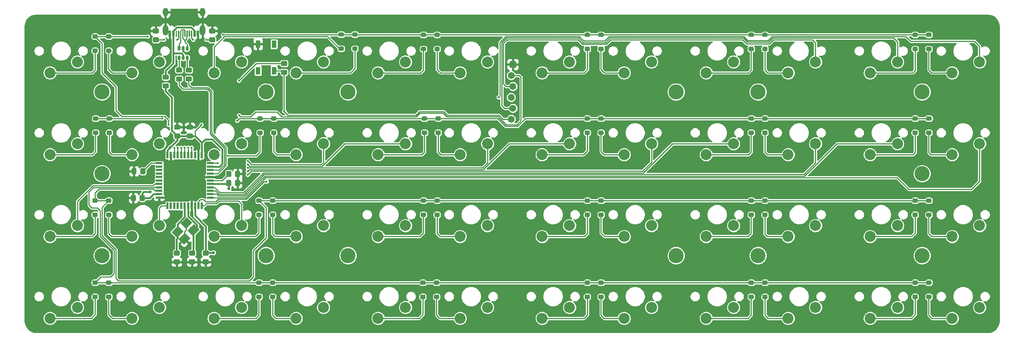
<source format=gbr>
G04 #@! TF.GenerationSoftware,KiCad,Pcbnew,(5.1.2-1)-1*
G04 #@! TF.CreationDate,2020-05-17T11:34:14-05:00*
G04 #@! TF.ProjectId,therick48,74686572-6963-46b3-9438-2e6b69636164,rev?*
G04 #@! TF.SameCoordinates,Original*
G04 #@! TF.FileFunction,Copper,L2,Bot*
G04 #@! TF.FilePolarity,Positive*
%FSLAX46Y46*%
G04 Gerber Fmt 4.6, Leading zero omitted, Abs format (unit mm)*
G04 Created by KiCad (PCBNEW (5.1.2-1)-1) date 2020-05-17 11:34:14*
%MOMM*%
%LPD*%
G04 APERTURE LIST*
%ADD10C,3.500000*%
%ADD11C,0.100000*%
%ADD12C,1.600200*%
%ADD13C,1.150000*%
%ADD14R,1.100000X1.800000*%
%ADD15C,1.800000*%
%ADD16C,1.000000*%
%ADD17C,2.540000*%
%ADD18C,0.600000*%
%ADD19O,1.300000X2.400000*%
%ADD20C,0.300000*%
%ADD21O,1.300000X1.900000*%
%ADD22R,0.500000X1.500000*%
%ADD23R,1.500000X0.500000*%
%ADD24C,0.650000*%
%ADD25R,0.650000X1.060000*%
%ADD26C,0.500000*%
%ADD27C,0.700000*%
%ADD28C,0.250000*%
%ADD29C,0.400000*%
G04 APERTURE END LIST*
D10*
X197980000Y-53960000D03*
X121980000Y-53960000D03*
X197980000Y-91960000D03*
X254980000Y-91960000D03*
X121980000Y-91960000D03*
X64980000Y-91960000D03*
X254980000Y-53960000D03*
X64980000Y-53960000D03*
X254980000Y-72960000D03*
X216980000Y-91960000D03*
X216980000Y-53960000D03*
X102980000Y-91960000D03*
X102980000Y-53960000D03*
X64980000Y-72960000D03*
D11*
G36*
X160622462Y-46811826D02*
G01*
X160661296Y-46817587D01*
X160699378Y-46827126D01*
X160736343Y-46840352D01*
X160771832Y-46857137D01*
X160805506Y-46877321D01*
X160837039Y-46900707D01*
X160866128Y-46927072D01*
X160892493Y-46956161D01*
X160915879Y-46987694D01*
X160936063Y-47021368D01*
X160952848Y-47056857D01*
X160966074Y-47093822D01*
X160975613Y-47131904D01*
X160981374Y-47170738D01*
X160983300Y-47209950D01*
X160983300Y-48010050D01*
X160981374Y-48049262D01*
X160975613Y-48088096D01*
X160966074Y-48126178D01*
X160952848Y-48163143D01*
X160936063Y-48198632D01*
X160915879Y-48232306D01*
X160892493Y-48263839D01*
X160866128Y-48292928D01*
X160837039Y-48319293D01*
X160805506Y-48342679D01*
X160771832Y-48362863D01*
X160736343Y-48379648D01*
X160699378Y-48392874D01*
X160661296Y-48402413D01*
X160622462Y-48408174D01*
X160583250Y-48410100D01*
X159783150Y-48410100D01*
X159743938Y-48408174D01*
X159705104Y-48402413D01*
X159667022Y-48392874D01*
X159630057Y-48379648D01*
X159594568Y-48362863D01*
X159560894Y-48342679D01*
X159529361Y-48319293D01*
X159500272Y-48292928D01*
X159473907Y-48263839D01*
X159450521Y-48232306D01*
X159430337Y-48198632D01*
X159413552Y-48163143D01*
X159400326Y-48126178D01*
X159390787Y-48088096D01*
X159385026Y-48049262D01*
X159383100Y-48010050D01*
X159383100Y-47209950D01*
X159385026Y-47170738D01*
X159390787Y-47131904D01*
X159400326Y-47093822D01*
X159413552Y-47056857D01*
X159430337Y-47021368D01*
X159450521Y-46987694D01*
X159473907Y-46956161D01*
X159500272Y-46927072D01*
X159529361Y-46900707D01*
X159560894Y-46877321D01*
X159594568Y-46857137D01*
X159630057Y-46840352D01*
X159667022Y-46827126D01*
X159705104Y-46817587D01*
X159743938Y-46811826D01*
X159783150Y-46809900D01*
X160583250Y-46809900D01*
X160622462Y-46811826D01*
X160622462Y-46811826D01*
G37*
D12*
X160183200Y-47610000D03*
X159776800Y-50150000D03*
X160183200Y-52690000D03*
X159776800Y-55230000D03*
X160183200Y-57770000D03*
X159776800Y-60310000D03*
D11*
G36*
X85825005Y-61595204D02*
G01*
X85849273Y-61598804D01*
X85873072Y-61604765D01*
X85896171Y-61613030D01*
X85918350Y-61623520D01*
X85939393Y-61636132D01*
X85959099Y-61650747D01*
X85977277Y-61667223D01*
X85993753Y-61685401D01*
X86008368Y-61705107D01*
X86020980Y-61726150D01*
X86031470Y-61748329D01*
X86039735Y-61771428D01*
X86045696Y-61795227D01*
X86049296Y-61819495D01*
X86050500Y-61843999D01*
X86050500Y-62494001D01*
X86049296Y-62518505D01*
X86045696Y-62542773D01*
X86039735Y-62566572D01*
X86031470Y-62589671D01*
X86020980Y-62611850D01*
X86008368Y-62632893D01*
X85993753Y-62652599D01*
X85977277Y-62670777D01*
X85959099Y-62687253D01*
X85939393Y-62701868D01*
X85918350Y-62714480D01*
X85896171Y-62724970D01*
X85873072Y-62733235D01*
X85849273Y-62739196D01*
X85825005Y-62742796D01*
X85800501Y-62744000D01*
X84900499Y-62744000D01*
X84875995Y-62742796D01*
X84851727Y-62739196D01*
X84827928Y-62733235D01*
X84804829Y-62724970D01*
X84782650Y-62714480D01*
X84761607Y-62701868D01*
X84741901Y-62687253D01*
X84723723Y-62670777D01*
X84707247Y-62652599D01*
X84692632Y-62632893D01*
X84680020Y-62611850D01*
X84669530Y-62589671D01*
X84661265Y-62566572D01*
X84655304Y-62542773D01*
X84651704Y-62518505D01*
X84650500Y-62494001D01*
X84650500Y-61843999D01*
X84651704Y-61819495D01*
X84655304Y-61795227D01*
X84661265Y-61771428D01*
X84669530Y-61748329D01*
X84680020Y-61726150D01*
X84692632Y-61705107D01*
X84707247Y-61685401D01*
X84723723Y-61667223D01*
X84741901Y-61650747D01*
X84761607Y-61636132D01*
X84782650Y-61623520D01*
X84804829Y-61613030D01*
X84827928Y-61604765D01*
X84851727Y-61598804D01*
X84875995Y-61595204D01*
X84900499Y-61594000D01*
X85800501Y-61594000D01*
X85825005Y-61595204D01*
X85825005Y-61595204D01*
G37*
D13*
X85350500Y-62169000D03*
D11*
G36*
X85825005Y-63645204D02*
G01*
X85849273Y-63648804D01*
X85873072Y-63654765D01*
X85896171Y-63663030D01*
X85918350Y-63673520D01*
X85939393Y-63686132D01*
X85959099Y-63700747D01*
X85977277Y-63717223D01*
X85993753Y-63735401D01*
X86008368Y-63755107D01*
X86020980Y-63776150D01*
X86031470Y-63798329D01*
X86039735Y-63821428D01*
X86045696Y-63845227D01*
X86049296Y-63869495D01*
X86050500Y-63893999D01*
X86050500Y-64544001D01*
X86049296Y-64568505D01*
X86045696Y-64592773D01*
X86039735Y-64616572D01*
X86031470Y-64639671D01*
X86020980Y-64661850D01*
X86008368Y-64682893D01*
X85993753Y-64702599D01*
X85977277Y-64720777D01*
X85959099Y-64737253D01*
X85939393Y-64751868D01*
X85918350Y-64764480D01*
X85896171Y-64774970D01*
X85873072Y-64783235D01*
X85849273Y-64789196D01*
X85825005Y-64792796D01*
X85800501Y-64794000D01*
X84900499Y-64794000D01*
X84875995Y-64792796D01*
X84851727Y-64789196D01*
X84827928Y-64783235D01*
X84804829Y-64774970D01*
X84782650Y-64764480D01*
X84761607Y-64751868D01*
X84741901Y-64737253D01*
X84723723Y-64720777D01*
X84707247Y-64702599D01*
X84692632Y-64682893D01*
X84680020Y-64661850D01*
X84669530Y-64639671D01*
X84661265Y-64616572D01*
X84655304Y-64592773D01*
X84651704Y-64568505D01*
X84650500Y-64544001D01*
X84650500Y-63893999D01*
X84651704Y-63869495D01*
X84655304Y-63845227D01*
X84661265Y-63821428D01*
X84669530Y-63798329D01*
X84680020Y-63776150D01*
X84692632Y-63755107D01*
X84707247Y-63735401D01*
X84723723Y-63717223D01*
X84741901Y-63700747D01*
X84761607Y-63686132D01*
X84782650Y-63673520D01*
X84804829Y-63663030D01*
X84827928Y-63654765D01*
X84851727Y-63648804D01*
X84875995Y-63645204D01*
X84900499Y-63644000D01*
X85800501Y-63644000D01*
X85825005Y-63645204D01*
X85825005Y-63645204D01*
G37*
D13*
X85350500Y-64219000D03*
D14*
X101130000Y-49080000D03*
X104830000Y-42880000D03*
X104830000Y-49080000D03*
X101130000Y-42880000D03*
D11*
G36*
X96751505Y-74431204D02*
G01*
X96775773Y-74434804D01*
X96799572Y-74440765D01*
X96822671Y-74449030D01*
X96844850Y-74459520D01*
X96865893Y-74472132D01*
X96885599Y-74486747D01*
X96903777Y-74503223D01*
X96920253Y-74521401D01*
X96934868Y-74541107D01*
X96947480Y-74562150D01*
X96957970Y-74584329D01*
X96966235Y-74607428D01*
X96972196Y-74631227D01*
X96975796Y-74655495D01*
X96977000Y-74679999D01*
X96977000Y-75580001D01*
X96975796Y-75604505D01*
X96972196Y-75628773D01*
X96966235Y-75652572D01*
X96957970Y-75675671D01*
X96947480Y-75697850D01*
X96934868Y-75718893D01*
X96920253Y-75738599D01*
X96903777Y-75756777D01*
X96885599Y-75773253D01*
X96865893Y-75787868D01*
X96844850Y-75800480D01*
X96822671Y-75810970D01*
X96799572Y-75819235D01*
X96775773Y-75825196D01*
X96751505Y-75828796D01*
X96727001Y-75830000D01*
X96076999Y-75830000D01*
X96052495Y-75828796D01*
X96028227Y-75825196D01*
X96004428Y-75819235D01*
X95981329Y-75810970D01*
X95959150Y-75800480D01*
X95938107Y-75787868D01*
X95918401Y-75773253D01*
X95900223Y-75756777D01*
X95883747Y-75738599D01*
X95869132Y-75718893D01*
X95856520Y-75697850D01*
X95846030Y-75675671D01*
X95837765Y-75652572D01*
X95831804Y-75628773D01*
X95828204Y-75604505D01*
X95827000Y-75580001D01*
X95827000Y-74679999D01*
X95828204Y-74655495D01*
X95831804Y-74631227D01*
X95837765Y-74607428D01*
X95846030Y-74584329D01*
X95856520Y-74562150D01*
X95869132Y-74541107D01*
X95883747Y-74521401D01*
X95900223Y-74503223D01*
X95918401Y-74486747D01*
X95938107Y-74472132D01*
X95959150Y-74459520D01*
X95981329Y-74449030D01*
X96004428Y-74440765D01*
X96028227Y-74434804D01*
X96052495Y-74431204D01*
X96076999Y-74430000D01*
X96727001Y-74430000D01*
X96751505Y-74431204D01*
X96751505Y-74431204D01*
G37*
D13*
X96402000Y-75130000D03*
D11*
G36*
X94701505Y-74431204D02*
G01*
X94725773Y-74434804D01*
X94749572Y-74440765D01*
X94772671Y-74449030D01*
X94794850Y-74459520D01*
X94815893Y-74472132D01*
X94835599Y-74486747D01*
X94853777Y-74503223D01*
X94870253Y-74521401D01*
X94884868Y-74541107D01*
X94897480Y-74562150D01*
X94907970Y-74584329D01*
X94916235Y-74607428D01*
X94922196Y-74631227D01*
X94925796Y-74655495D01*
X94927000Y-74679999D01*
X94927000Y-75580001D01*
X94925796Y-75604505D01*
X94922196Y-75628773D01*
X94916235Y-75652572D01*
X94907970Y-75675671D01*
X94897480Y-75697850D01*
X94884868Y-75718893D01*
X94870253Y-75738599D01*
X94853777Y-75756777D01*
X94835599Y-75773253D01*
X94815893Y-75787868D01*
X94794850Y-75800480D01*
X94772671Y-75810970D01*
X94749572Y-75819235D01*
X94725773Y-75825196D01*
X94701505Y-75828796D01*
X94677001Y-75830000D01*
X94026999Y-75830000D01*
X94002495Y-75828796D01*
X93978227Y-75825196D01*
X93954428Y-75819235D01*
X93931329Y-75810970D01*
X93909150Y-75800480D01*
X93888107Y-75787868D01*
X93868401Y-75773253D01*
X93850223Y-75756777D01*
X93833747Y-75738599D01*
X93819132Y-75718893D01*
X93806520Y-75697850D01*
X93796030Y-75675671D01*
X93787765Y-75652572D01*
X93781804Y-75628773D01*
X93778204Y-75604505D01*
X93777000Y-75580001D01*
X93777000Y-74679999D01*
X93778204Y-74655495D01*
X93781804Y-74631227D01*
X93787765Y-74607428D01*
X93796030Y-74584329D01*
X93806520Y-74562150D01*
X93819132Y-74541107D01*
X93833747Y-74521401D01*
X93850223Y-74503223D01*
X93868401Y-74486747D01*
X93888107Y-74472132D01*
X93909150Y-74459520D01*
X93931329Y-74449030D01*
X93954428Y-74440765D01*
X93978227Y-74434804D01*
X94002495Y-74431204D01*
X94026999Y-74430000D01*
X94677001Y-74430000D01*
X94701505Y-74431204D01*
X94701505Y-74431204D01*
G37*
D13*
X94352000Y-75130000D03*
D11*
G36*
X96751505Y-72326204D02*
G01*
X96775773Y-72329804D01*
X96799572Y-72335765D01*
X96822671Y-72344030D01*
X96844850Y-72354520D01*
X96865893Y-72367132D01*
X96885599Y-72381747D01*
X96903777Y-72398223D01*
X96920253Y-72416401D01*
X96934868Y-72436107D01*
X96947480Y-72457150D01*
X96957970Y-72479329D01*
X96966235Y-72502428D01*
X96972196Y-72526227D01*
X96975796Y-72550495D01*
X96977000Y-72574999D01*
X96977000Y-73475001D01*
X96975796Y-73499505D01*
X96972196Y-73523773D01*
X96966235Y-73547572D01*
X96957970Y-73570671D01*
X96947480Y-73592850D01*
X96934868Y-73613893D01*
X96920253Y-73633599D01*
X96903777Y-73651777D01*
X96885599Y-73668253D01*
X96865893Y-73682868D01*
X96844850Y-73695480D01*
X96822671Y-73705970D01*
X96799572Y-73714235D01*
X96775773Y-73720196D01*
X96751505Y-73723796D01*
X96727001Y-73725000D01*
X96076999Y-73725000D01*
X96052495Y-73723796D01*
X96028227Y-73720196D01*
X96004428Y-73714235D01*
X95981329Y-73705970D01*
X95959150Y-73695480D01*
X95938107Y-73682868D01*
X95918401Y-73668253D01*
X95900223Y-73651777D01*
X95883747Y-73633599D01*
X95869132Y-73613893D01*
X95856520Y-73592850D01*
X95846030Y-73570671D01*
X95837765Y-73547572D01*
X95831804Y-73523773D01*
X95828204Y-73499505D01*
X95827000Y-73475001D01*
X95827000Y-72574999D01*
X95828204Y-72550495D01*
X95831804Y-72526227D01*
X95837765Y-72502428D01*
X95846030Y-72479329D01*
X95856520Y-72457150D01*
X95869132Y-72436107D01*
X95883747Y-72416401D01*
X95900223Y-72398223D01*
X95918401Y-72381747D01*
X95938107Y-72367132D01*
X95959150Y-72354520D01*
X95981329Y-72344030D01*
X96004428Y-72335765D01*
X96028227Y-72329804D01*
X96052495Y-72326204D01*
X96076999Y-72325000D01*
X96727001Y-72325000D01*
X96751505Y-72326204D01*
X96751505Y-72326204D01*
G37*
D13*
X96402000Y-73025000D03*
D11*
G36*
X94701505Y-72326204D02*
G01*
X94725773Y-72329804D01*
X94749572Y-72335765D01*
X94772671Y-72344030D01*
X94794850Y-72354520D01*
X94815893Y-72367132D01*
X94835599Y-72381747D01*
X94853777Y-72398223D01*
X94870253Y-72416401D01*
X94884868Y-72436107D01*
X94897480Y-72457150D01*
X94907970Y-72479329D01*
X94916235Y-72502428D01*
X94922196Y-72526227D01*
X94925796Y-72550495D01*
X94927000Y-72574999D01*
X94927000Y-73475001D01*
X94925796Y-73499505D01*
X94922196Y-73523773D01*
X94916235Y-73547572D01*
X94907970Y-73570671D01*
X94897480Y-73592850D01*
X94884868Y-73613893D01*
X94870253Y-73633599D01*
X94853777Y-73651777D01*
X94835599Y-73668253D01*
X94815893Y-73682868D01*
X94794850Y-73695480D01*
X94772671Y-73705970D01*
X94749572Y-73714235D01*
X94725773Y-73720196D01*
X94701505Y-73723796D01*
X94677001Y-73725000D01*
X94026999Y-73725000D01*
X94002495Y-73723796D01*
X93978227Y-73720196D01*
X93954428Y-73714235D01*
X93931329Y-73705970D01*
X93909150Y-73695480D01*
X93888107Y-73682868D01*
X93868401Y-73668253D01*
X93850223Y-73651777D01*
X93833747Y-73633599D01*
X93819132Y-73613893D01*
X93806520Y-73592850D01*
X93796030Y-73570671D01*
X93787765Y-73547572D01*
X93781804Y-73523773D01*
X93778204Y-73499505D01*
X93777000Y-73475001D01*
X93777000Y-72574999D01*
X93778204Y-72550495D01*
X93781804Y-72526227D01*
X93787765Y-72502428D01*
X93796030Y-72479329D01*
X93806520Y-72457150D01*
X93819132Y-72436107D01*
X93833747Y-72416401D01*
X93850223Y-72398223D01*
X93868401Y-72381747D01*
X93888107Y-72367132D01*
X93909150Y-72354520D01*
X93931329Y-72344030D01*
X93954428Y-72335765D01*
X93978227Y-72329804D01*
X94002495Y-72326204D01*
X94026999Y-72325000D01*
X94677001Y-72325000D01*
X94701505Y-72326204D01*
X94701505Y-72326204D01*
G37*
D13*
X94352000Y-73025000D03*
D11*
G36*
X89493505Y-92876204D02*
G01*
X89517773Y-92879804D01*
X89541572Y-92885765D01*
X89564671Y-92894030D01*
X89586850Y-92904520D01*
X89607893Y-92917132D01*
X89627599Y-92931747D01*
X89645777Y-92948223D01*
X89662253Y-92966401D01*
X89676868Y-92986107D01*
X89689480Y-93007150D01*
X89699970Y-93029329D01*
X89708235Y-93052428D01*
X89714196Y-93076227D01*
X89717796Y-93100495D01*
X89719000Y-93124999D01*
X89719000Y-93775001D01*
X89717796Y-93799505D01*
X89714196Y-93823773D01*
X89708235Y-93847572D01*
X89699970Y-93870671D01*
X89689480Y-93892850D01*
X89676868Y-93913893D01*
X89662253Y-93933599D01*
X89645777Y-93951777D01*
X89627599Y-93968253D01*
X89607893Y-93982868D01*
X89586850Y-93995480D01*
X89564671Y-94005970D01*
X89541572Y-94014235D01*
X89517773Y-94020196D01*
X89493505Y-94023796D01*
X89469001Y-94025000D01*
X88568999Y-94025000D01*
X88544495Y-94023796D01*
X88520227Y-94020196D01*
X88496428Y-94014235D01*
X88473329Y-94005970D01*
X88451150Y-93995480D01*
X88430107Y-93982868D01*
X88410401Y-93968253D01*
X88392223Y-93951777D01*
X88375747Y-93933599D01*
X88361132Y-93913893D01*
X88348520Y-93892850D01*
X88338030Y-93870671D01*
X88329765Y-93847572D01*
X88323804Y-93823773D01*
X88320204Y-93799505D01*
X88319000Y-93775001D01*
X88319000Y-93124999D01*
X88320204Y-93100495D01*
X88323804Y-93076227D01*
X88329765Y-93052428D01*
X88338030Y-93029329D01*
X88348520Y-93007150D01*
X88361132Y-92986107D01*
X88375747Y-92966401D01*
X88392223Y-92948223D01*
X88410401Y-92931747D01*
X88430107Y-92917132D01*
X88451150Y-92904520D01*
X88473329Y-92894030D01*
X88496428Y-92885765D01*
X88520227Y-92879804D01*
X88544495Y-92876204D01*
X88568999Y-92875000D01*
X89469001Y-92875000D01*
X89493505Y-92876204D01*
X89493505Y-92876204D01*
G37*
D13*
X89019000Y-93450000D03*
D11*
G36*
X89493505Y-90826204D02*
G01*
X89517773Y-90829804D01*
X89541572Y-90835765D01*
X89564671Y-90844030D01*
X89586850Y-90854520D01*
X89607893Y-90867132D01*
X89627599Y-90881747D01*
X89645777Y-90898223D01*
X89662253Y-90916401D01*
X89676868Y-90936107D01*
X89689480Y-90957150D01*
X89699970Y-90979329D01*
X89708235Y-91002428D01*
X89714196Y-91026227D01*
X89717796Y-91050495D01*
X89719000Y-91074999D01*
X89719000Y-91725001D01*
X89717796Y-91749505D01*
X89714196Y-91773773D01*
X89708235Y-91797572D01*
X89699970Y-91820671D01*
X89689480Y-91842850D01*
X89676868Y-91863893D01*
X89662253Y-91883599D01*
X89645777Y-91901777D01*
X89627599Y-91918253D01*
X89607893Y-91932868D01*
X89586850Y-91945480D01*
X89564671Y-91955970D01*
X89541572Y-91964235D01*
X89517773Y-91970196D01*
X89493505Y-91973796D01*
X89469001Y-91975000D01*
X88568999Y-91975000D01*
X88544495Y-91973796D01*
X88520227Y-91970196D01*
X88496428Y-91964235D01*
X88473329Y-91955970D01*
X88451150Y-91945480D01*
X88430107Y-91932868D01*
X88410401Y-91918253D01*
X88392223Y-91901777D01*
X88375747Y-91883599D01*
X88361132Y-91863893D01*
X88348520Y-91842850D01*
X88338030Y-91820671D01*
X88329765Y-91797572D01*
X88323804Y-91773773D01*
X88320204Y-91749505D01*
X88319000Y-91725001D01*
X88319000Y-91074999D01*
X88320204Y-91050495D01*
X88323804Y-91026227D01*
X88329765Y-91002428D01*
X88338030Y-90979329D01*
X88348520Y-90957150D01*
X88361132Y-90936107D01*
X88375747Y-90916401D01*
X88392223Y-90898223D01*
X88410401Y-90881747D01*
X88430107Y-90867132D01*
X88451150Y-90854520D01*
X88473329Y-90844030D01*
X88496428Y-90835765D01*
X88520227Y-90829804D01*
X88544495Y-90826204D01*
X88568999Y-90825000D01*
X89469001Y-90825000D01*
X89493505Y-90826204D01*
X89493505Y-90826204D01*
G37*
D13*
X89019000Y-91400000D03*
D11*
G36*
X86326505Y-92876204D02*
G01*
X86350773Y-92879804D01*
X86374572Y-92885765D01*
X86397671Y-92894030D01*
X86419850Y-92904520D01*
X86440893Y-92917132D01*
X86460599Y-92931747D01*
X86478777Y-92948223D01*
X86495253Y-92966401D01*
X86509868Y-92986107D01*
X86522480Y-93007150D01*
X86532970Y-93029329D01*
X86541235Y-93052428D01*
X86547196Y-93076227D01*
X86550796Y-93100495D01*
X86552000Y-93124999D01*
X86552000Y-93775001D01*
X86550796Y-93799505D01*
X86547196Y-93823773D01*
X86541235Y-93847572D01*
X86532970Y-93870671D01*
X86522480Y-93892850D01*
X86509868Y-93913893D01*
X86495253Y-93933599D01*
X86478777Y-93951777D01*
X86460599Y-93968253D01*
X86440893Y-93982868D01*
X86419850Y-93995480D01*
X86397671Y-94005970D01*
X86374572Y-94014235D01*
X86350773Y-94020196D01*
X86326505Y-94023796D01*
X86302001Y-94025000D01*
X85401999Y-94025000D01*
X85377495Y-94023796D01*
X85353227Y-94020196D01*
X85329428Y-94014235D01*
X85306329Y-94005970D01*
X85284150Y-93995480D01*
X85263107Y-93982868D01*
X85243401Y-93968253D01*
X85225223Y-93951777D01*
X85208747Y-93933599D01*
X85194132Y-93913893D01*
X85181520Y-93892850D01*
X85171030Y-93870671D01*
X85162765Y-93847572D01*
X85156804Y-93823773D01*
X85153204Y-93799505D01*
X85152000Y-93775001D01*
X85152000Y-93124999D01*
X85153204Y-93100495D01*
X85156804Y-93076227D01*
X85162765Y-93052428D01*
X85171030Y-93029329D01*
X85181520Y-93007150D01*
X85194132Y-92986107D01*
X85208747Y-92966401D01*
X85225223Y-92948223D01*
X85243401Y-92931747D01*
X85263107Y-92917132D01*
X85284150Y-92904520D01*
X85306329Y-92894030D01*
X85329428Y-92885765D01*
X85353227Y-92879804D01*
X85377495Y-92876204D01*
X85401999Y-92875000D01*
X86302001Y-92875000D01*
X86326505Y-92876204D01*
X86326505Y-92876204D01*
G37*
D13*
X85852000Y-93450000D03*
D11*
G36*
X86326505Y-90826204D02*
G01*
X86350773Y-90829804D01*
X86374572Y-90835765D01*
X86397671Y-90844030D01*
X86419850Y-90854520D01*
X86440893Y-90867132D01*
X86460599Y-90881747D01*
X86478777Y-90898223D01*
X86495253Y-90916401D01*
X86509868Y-90936107D01*
X86522480Y-90957150D01*
X86532970Y-90979329D01*
X86541235Y-91002428D01*
X86547196Y-91026227D01*
X86550796Y-91050495D01*
X86552000Y-91074999D01*
X86552000Y-91725001D01*
X86550796Y-91749505D01*
X86547196Y-91773773D01*
X86541235Y-91797572D01*
X86532970Y-91820671D01*
X86522480Y-91842850D01*
X86509868Y-91863893D01*
X86495253Y-91883599D01*
X86478777Y-91901777D01*
X86460599Y-91918253D01*
X86440893Y-91932868D01*
X86419850Y-91945480D01*
X86397671Y-91955970D01*
X86374572Y-91964235D01*
X86350773Y-91970196D01*
X86326505Y-91973796D01*
X86302001Y-91975000D01*
X85401999Y-91975000D01*
X85377495Y-91973796D01*
X85353227Y-91970196D01*
X85329428Y-91964235D01*
X85306329Y-91955970D01*
X85284150Y-91945480D01*
X85263107Y-91932868D01*
X85243401Y-91918253D01*
X85225223Y-91901777D01*
X85208747Y-91883599D01*
X85194132Y-91863893D01*
X85181520Y-91842850D01*
X85171030Y-91820671D01*
X85162765Y-91797572D01*
X85156804Y-91773773D01*
X85153204Y-91749505D01*
X85152000Y-91725001D01*
X85152000Y-91074999D01*
X85153204Y-91050495D01*
X85156804Y-91026227D01*
X85162765Y-91002428D01*
X85171030Y-90979329D01*
X85181520Y-90957150D01*
X85194132Y-90936107D01*
X85208747Y-90916401D01*
X85225223Y-90898223D01*
X85243401Y-90881747D01*
X85263107Y-90867132D01*
X85284150Y-90854520D01*
X85306329Y-90844030D01*
X85329428Y-90835765D01*
X85353227Y-90829804D01*
X85377495Y-90826204D01*
X85401999Y-90825000D01*
X86302001Y-90825000D01*
X86326505Y-90826204D01*
X86326505Y-90826204D01*
G37*
D13*
X85852000Y-91400000D03*
D11*
G36*
X82770505Y-92876204D02*
G01*
X82794773Y-92879804D01*
X82818572Y-92885765D01*
X82841671Y-92894030D01*
X82863850Y-92904520D01*
X82884893Y-92917132D01*
X82904599Y-92931747D01*
X82922777Y-92948223D01*
X82939253Y-92966401D01*
X82953868Y-92986107D01*
X82966480Y-93007150D01*
X82976970Y-93029329D01*
X82985235Y-93052428D01*
X82991196Y-93076227D01*
X82994796Y-93100495D01*
X82996000Y-93124999D01*
X82996000Y-93775001D01*
X82994796Y-93799505D01*
X82991196Y-93823773D01*
X82985235Y-93847572D01*
X82976970Y-93870671D01*
X82966480Y-93892850D01*
X82953868Y-93913893D01*
X82939253Y-93933599D01*
X82922777Y-93951777D01*
X82904599Y-93968253D01*
X82884893Y-93982868D01*
X82863850Y-93995480D01*
X82841671Y-94005970D01*
X82818572Y-94014235D01*
X82794773Y-94020196D01*
X82770505Y-94023796D01*
X82746001Y-94025000D01*
X81845999Y-94025000D01*
X81821495Y-94023796D01*
X81797227Y-94020196D01*
X81773428Y-94014235D01*
X81750329Y-94005970D01*
X81728150Y-93995480D01*
X81707107Y-93982868D01*
X81687401Y-93968253D01*
X81669223Y-93951777D01*
X81652747Y-93933599D01*
X81638132Y-93913893D01*
X81625520Y-93892850D01*
X81615030Y-93870671D01*
X81606765Y-93847572D01*
X81600804Y-93823773D01*
X81597204Y-93799505D01*
X81596000Y-93775001D01*
X81596000Y-93124999D01*
X81597204Y-93100495D01*
X81600804Y-93076227D01*
X81606765Y-93052428D01*
X81615030Y-93029329D01*
X81625520Y-93007150D01*
X81638132Y-92986107D01*
X81652747Y-92966401D01*
X81669223Y-92948223D01*
X81687401Y-92931747D01*
X81707107Y-92917132D01*
X81728150Y-92904520D01*
X81750329Y-92894030D01*
X81773428Y-92885765D01*
X81797227Y-92879804D01*
X81821495Y-92876204D01*
X81845999Y-92875000D01*
X82746001Y-92875000D01*
X82770505Y-92876204D01*
X82770505Y-92876204D01*
G37*
D13*
X82296000Y-93450000D03*
D11*
G36*
X82770505Y-90826204D02*
G01*
X82794773Y-90829804D01*
X82818572Y-90835765D01*
X82841671Y-90844030D01*
X82863850Y-90854520D01*
X82884893Y-90867132D01*
X82904599Y-90881747D01*
X82922777Y-90898223D01*
X82939253Y-90916401D01*
X82953868Y-90936107D01*
X82966480Y-90957150D01*
X82976970Y-90979329D01*
X82985235Y-91002428D01*
X82991196Y-91026227D01*
X82994796Y-91050495D01*
X82996000Y-91074999D01*
X82996000Y-91725001D01*
X82994796Y-91749505D01*
X82991196Y-91773773D01*
X82985235Y-91797572D01*
X82976970Y-91820671D01*
X82966480Y-91842850D01*
X82953868Y-91863893D01*
X82939253Y-91883599D01*
X82922777Y-91901777D01*
X82904599Y-91918253D01*
X82884893Y-91932868D01*
X82863850Y-91945480D01*
X82841671Y-91955970D01*
X82818572Y-91964235D01*
X82794773Y-91970196D01*
X82770505Y-91973796D01*
X82746001Y-91975000D01*
X81845999Y-91975000D01*
X81821495Y-91973796D01*
X81797227Y-91970196D01*
X81773428Y-91964235D01*
X81750329Y-91955970D01*
X81728150Y-91945480D01*
X81707107Y-91932868D01*
X81687401Y-91918253D01*
X81669223Y-91901777D01*
X81652747Y-91883599D01*
X81638132Y-91863893D01*
X81625520Y-91842850D01*
X81615030Y-91820671D01*
X81606765Y-91797572D01*
X81600804Y-91773773D01*
X81597204Y-91749505D01*
X81596000Y-91725001D01*
X81596000Y-91074999D01*
X81597204Y-91050495D01*
X81600804Y-91026227D01*
X81606765Y-91002428D01*
X81615030Y-90979329D01*
X81625520Y-90957150D01*
X81638132Y-90936107D01*
X81652747Y-90916401D01*
X81669223Y-90898223D01*
X81687401Y-90881747D01*
X81707107Y-90867132D01*
X81728150Y-90854520D01*
X81750329Y-90844030D01*
X81773428Y-90835765D01*
X81797227Y-90829804D01*
X81821495Y-90826204D01*
X81845999Y-90825000D01*
X82746001Y-90825000D01*
X82770505Y-90826204D01*
X82770505Y-90826204D01*
G37*
D13*
X82296000Y-91400000D03*
D15*
X84549632Y-84386522D03*
D11*
G36*
X84655698Y-83007664D02*
G01*
X85928490Y-84280456D01*
X84443566Y-85765380D01*
X83170774Y-84492588D01*
X84655698Y-83007664D01*
X84655698Y-83007664D01*
G37*
D15*
X82499022Y-86437132D03*
D11*
G36*
X82605088Y-85058274D02*
G01*
X83877880Y-86331066D01*
X82392956Y-87815990D01*
X81120164Y-86543198D01*
X82605088Y-85058274D01*
X82605088Y-85058274D01*
G37*
D15*
X84125368Y-88063478D03*
D11*
G36*
X84231434Y-86684620D02*
G01*
X85504226Y-87957412D01*
X84019302Y-89442336D01*
X82746510Y-88169544D01*
X84231434Y-86684620D01*
X84231434Y-86684620D01*
G37*
D15*
X86175978Y-86012868D03*
D11*
G36*
X86282044Y-84634010D02*
G01*
X87554836Y-85906802D01*
X86069912Y-87391726D01*
X84797120Y-86118934D01*
X86282044Y-84634010D01*
X86282044Y-84634010D01*
G37*
G36*
X82901505Y-63645204D02*
G01*
X82925773Y-63648804D01*
X82949572Y-63654765D01*
X82972671Y-63663030D01*
X82994850Y-63673520D01*
X83015893Y-63686132D01*
X83035599Y-63700747D01*
X83053777Y-63717223D01*
X83070253Y-63735401D01*
X83084868Y-63755107D01*
X83097480Y-63776150D01*
X83107970Y-63798329D01*
X83116235Y-63821428D01*
X83122196Y-63845227D01*
X83125796Y-63869495D01*
X83127000Y-63893999D01*
X83127000Y-64544001D01*
X83125796Y-64568505D01*
X83122196Y-64592773D01*
X83116235Y-64616572D01*
X83107970Y-64639671D01*
X83097480Y-64661850D01*
X83084868Y-64682893D01*
X83070253Y-64702599D01*
X83053777Y-64720777D01*
X83035599Y-64737253D01*
X83015893Y-64751868D01*
X82994850Y-64764480D01*
X82972671Y-64774970D01*
X82949572Y-64783235D01*
X82925773Y-64789196D01*
X82901505Y-64792796D01*
X82877001Y-64794000D01*
X81976999Y-64794000D01*
X81952495Y-64792796D01*
X81928227Y-64789196D01*
X81904428Y-64783235D01*
X81881329Y-64774970D01*
X81859150Y-64764480D01*
X81838107Y-64751868D01*
X81818401Y-64737253D01*
X81800223Y-64720777D01*
X81783747Y-64702599D01*
X81769132Y-64682893D01*
X81756520Y-64661850D01*
X81746030Y-64639671D01*
X81737765Y-64616572D01*
X81731804Y-64592773D01*
X81728204Y-64568505D01*
X81727000Y-64544001D01*
X81727000Y-63893999D01*
X81728204Y-63869495D01*
X81731804Y-63845227D01*
X81737765Y-63821428D01*
X81746030Y-63798329D01*
X81756520Y-63776150D01*
X81769132Y-63755107D01*
X81783747Y-63735401D01*
X81800223Y-63717223D01*
X81818401Y-63700747D01*
X81838107Y-63686132D01*
X81859150Y-63673520D01*
X81881329Y-63663030D01*
X81904428Y-63654765D01*
X81928227Y-63648804D01*
X81952495Y-63645204D01*
X81976999Y-63644000D01*
X82877001Y-63644000D01*
X82901505Y-63645204D01*
X82901505Y-63645204D01*
G37*
D13*
X82427000Y-64219000D03*
D11*
G36*
X82901505Y-61595204D02*
G01*
X82925773Y-61598804D01*
X82949572Y-61604765D01*
X82972671Y-61613030D01*
X82994850Y-61623520D01*
X83015893Y-61636132D01*
X83035599Y-61650747D01*
X83053777Y-61667223D01*
X83070253Y-61685401D01*
X83084868Y-61705107D01*
X83097480Y-61726150D01*
X83107970Y-61748329D01*
X83116235Y-61771428D01*
X83122196Y-61795227D01*
X83125796Y-61819495D01*
X83127000Y-61843999D01*
X83127000Y-62494001D01*
X83125796Y-62518505D01*
X83122196Y-62542773D01*
X83116235Y-62566572D01*
X83107970Y-62589671D01*
X83097480Y-62611850D01*
X83084868Y-62632893D01*
X83070253Y-62652599D01*
X83053777Y-62670777D01*
X83035599Y-62687253D01*
X83015893Y-62701868D01*
X82994850Y-62714480D01*
X82972671Y-62724970D01*
X82949572Y-62733235D01*
X82925773Y-62739196D01*
X82901505Y-62742796D01*
X82877001Y-62744000D01*
X81976999Y-62744000D01*
X81952495Y-62742796D01*
X81928227Y-62739196D01*
X81904428Y-62733235D01*
X81881329Y-62724970D01*
X81859150Y-62714480D01*
X81838107Y-62701868D01*
X81818401Y-62687253D01*
X81800223Y-62670777D01*
X81783747Y-62652599D01*
X81769132Y-62632893D01*
X81756520Y-62611850D01*
X81746030Y-62589671D01*
X81737765Y-62566572D01*
X81731804Y-62542773D01*
X81728204Y-62518505D01*
X81727000Y-62494001D01*
X81727000Y-61843999D01*
X81728204Y-61819495D01*
X81731804Y-61795227D01*
X81737765Y-61771428D01*
X81746030Y-61748329D01*
X81756520Y-61726150D01*
X81769132Y-61705107D01*
X81783747Y-61685401D01*
X81800223Y-61667223D01*
X81818401Y-61650747D01*
X81838107Y-61636132D01*
X81859150Y-61623520D01*
X81881329Y-61613030D01*
X81904428Y-61604765D01*
X81928227Y-61598804D01*
X81952495Y-61595204D01*
X81976999Y-61594000D01*
X82877001Y-61594000D01*
X82901505Y-61595204D01*
X82901505Y-61595204D01*
G37*
D13*
X82427000Y-62169000D03*
D11*
G36*
X74812005Y-71691204D02*
G01*
X74836273Y-71694804D01*
X74860072Y-71700765D01*
X74883171Y-71709030D01*
X74905350Y-71719520D01*
X74926393Y-71732132D01*
X74946099Y-71746747D01*
X74964277Y-71763223D01*
X74980753Y-71781401D01*
X74995368Y-71801107D01*
X75007980Y-71822150D01*
X75018470Y-71844329D01*
X75026735Y-71867428D01*
X75032696Y-71891227D01*
X75036296Y-71915495D01*
X75037500Y-71939999D01*
X75037500Y-72840001D01*
X75036296Y-72864505D01*
X75032696Y-72888773D01*
X75026735Y-72912572D01*
X75018470Y-72935671D01*
X75007980Y-72957850D01*
X74995368Y-72978893D01*
X74980753Y-72998599D01*
X74964277Y-73016777D01*
X74946099Y-73033253D01*
X74926393Y-73047868D01*
X74905350Y-73060480D01*
X74883171Y-73070970D01*
X74860072Y-73079235D01*
X74836273Y-73085196D01*
X74812005Y-73088796D01*
X74787501Y-73090000D01*
X74137499Y-73090000D01*
X74112995Y-73088796D01*
X74088727Y-73085196D01*
X74064928Y-73079235D01*
X74041829Y-73070970D01*
X74019650Y-73060480D01*
X73998607Y-73047868D01*
X73978901Y-73033253D01*
X73960723Y-73016777D01*
X73944247Y-72998599D01*
X73929632Y-72978893D01*
X73917020Y-72957850D01*
X73906530Y-72935671D01*
X73898265Y-72912572D01*
X73892304Y-72888773D01*
X73888704Y-72864505D01*
X73887500Y-72840001D01*
X73887500Y-71939999D01*
X73888704Y-71915495D01*
X73892304Y-71891227D01*
X73898265Y-71867428D01*
X73906530Y-71844329D01*
X73917020Y-71822150D01*
X73929632Y-71801107D01*
X73944247Y-71781401D01*
X73960723Y-71763223D01*
X73978901Y-71746747D01*
X73998607Y-71732132D01*
X74019650Y-71719520D01*
X74041829Y-71709030D01*
X74064928Y-71700765D01*
X74088727Y-71694804D01*
X74112995Y-71691204D01*
X74137499Y-71690000D01*
X74787501Y-71690000D01*
X74812005Y-71691204D01*
X74812005Y-71691204D01*
G37*
D13*
X74462500Y-72390000D03*
D11*
G36*
X72762005Y-71691204D02*
G01*
X72786273Y-71694804D01*
X72810072Y-71700765D01*
X72833171Y-71709030D01*
X72855350Y-71719520D01*
X72876393Y-71732132D01*
X72896099Y-71746747D01*
X72914277Y-71763223D01*
X72930753Y-71781401D01*
X72945368Y-71801107D01*
X72957980Y-71822150D01*
X72968470Y-71844329D01*
X72976735Y-71867428D01*
X72982696Y-71891227D01*
X72986296Y-71915495D01*
X72987500Y-71939999D01*
X72987500Y-72840001D01*
X72986296Y-72864505D01*
X72982696Y-72888773D01*
X72976735Y-72912572D01*
X72968470Y-72935671D01*
X72957980Y-72957850D01*
X72945368Y-72978893D01*
X72930753Y-72998599D01*
X72914277Y-73016777D01*
X72896099Y-73033253D01*
X72876393Y-73047868D01*
X72855350Y-73060480D01*
X72833171Y-73070970D01*
X72810072Y-73079235D01*
X72786273Y-73085196D01*
X72762005Y-73088796D01*
X72737501Y-73090000D01*
X72087499Y-73090000D01*
X72062995Y-73088796D01*
X72038727Y-73085196D01*
X72014928Y-73079235D01*
X71991829Y-73070970D01*
X71969650Y-73060480D01*
X71948607Y-73047868D01*
X71928901Y-73033253D01*
X71910723Y-73016777D01*
X71894247Y-72998599D01*
X71879632Y-72978893D01*
X71867020Y-72957850D01*
X71856530Y-72935671D01*
X71848265Y-72912572D01*
X71842304Y-72888773D01*
X71838704Y-72864505D01*
X71837500Y-72840001D01*
X71837500Y-71939999D01*
X71838704Y-71915495D01*
X71842304Y-71891227D01*
X71848265Y-71867428D01*
X71856530Y-71844329D01*
X71867020Y-71822150D01*
X71879632Y-71801107D01*
X71894247Y-71781401D01*
X71910723Y-71763223D01*
X71928901Y-71746747D01*
X71948607Y-71732132D01*
X71969650Y-71719520D01*
X71991829Y-71709030D01*
X72014928Y-71700765D01*
X72038727Y-71694804D01*
X72062995Y-71691204D01*
X72087499Y-71690000D01*
X72737501Y-71690000D01*
X72762005Y-71691204D01*
X72762005Y-71691204D01*
G37*
D13*
X72412500Y-72390000D03*
D11*
G36*
X107662505Y-46819954D02*
G01*
X107686773Y-46823554D01*
X107710572Y-46829515D01*
X107733671Y-46837780D01*
X107755850Y-46848270D01*
X107776893Y-46860882D01*
X107796599Y-46875497D01*
X107814777Y-46891973D01*
X107831253Y-46910151D01*
X107845868Y-46929857D01*
X107858480Y-46950900D01*
X107868970Y-46973079D01*
X107877235Y-46996178D01*
X107883196Y-47019977D01*
X107886796Y-47044245D01*
X107888000Y-47068749D01*
X107888000Y-47718751D01*
X107886796Y-47743255D01*
X107883196Y-47767523D01*
X107877235Y-47791322D01*
X107868970Y-47814421D01*
X107858480Y-47836600D01*
X107845868Y-47857643D01*
X107831253Y-47877349D01*
X107814777Y-47895527D01*
X107796599Y-47912003D01*
X107776893Y-47926618D01*
X107755850Y-47939230D01*
X107733671Y-47949720D01*
X107710572Y-47957985D01*
X107686773Y-47963946D01*
X107662505Y-47967546D01*
X107638001Y-47968750D01*
X106737999Y-47968750D01*
X106713495Y-47967546D01*
X106689227Y-47963946D01*
X106665428Y-47957985D01*
X106642329Y-47949720D01*
X106620150Y-47939230D01*
X106599107Y-47926618D01*
X106579401Y-47912003D01*
X106561223Y-47895527D01*
X106544747Y-47877349D01*
X106530132Y-47857643D01*
X106517520Y-47836600D01*
X106507030Y-47814421D01*
X106498765Y-47791322D01*
X106492804Y-47767523D01*
X106489204Y-47743255D01*
X106488000Y-47718751D01*
X106488000Y-47068749D01*
X106489204Y-47044245D01*
X106492804Y-47019977D01*
X106498765Y-46996178D01*
X106507030Y-46973079D01*
X106517520Y-46950900D01*
X106530132Y-46929857D01*
X106544747Y-46910151D01*
X106561223Y-46891973D01*
X106579401Y-46875497D01*
X106599107Y-46860882D01*
X106620150Y-46848270D01*
X106642329Y-46837780D01*
X106665428Y-46829515D01*
X106689227Y-46823554D01*
X106713495Y-46819954D01*
X106737999Y-46818750D01*
X107638001Y-46818750D01*
X107662505Y-46819954D01*
X107662505Y-46819954D01*
G37*
D13*
X107188000Y-47393750D03*
D11*
G36*
X107662505Y-48869954D02*
G01*
X107686773Y-48873554D01*
X107710572Y-48879515D01*
X107733671Y-48887780D01*
X107755850Y-48898270D01*
X107776893Y-48910882D01*
X107796599Y-48925497D01*
X107814777Y-48941973D01*
X107831253Y-48960151D01*
X107845868Y-48979857D01*
X107858480Y-49000900D01*
X107868970Y-49023079D01*
X107877235Y-49046178D01*
X107883196Y-49069977D01*
X107886796Y-49094245D01*
X107888000Y-49118749D01*
X107888000Y-49768751D01*
X107886796Y-49793255D01*
X107883196Y-49817523D01*
X107877235Y-49841322D01*
X107868970Y-49864421D01*
X107858480Y-49886600D01*
X107845868Y-49907643D01*
X107831253Y-49927349D01*
X107814777Y-49945527D01*
X107796599Y-49962003D01*
X107776893Y-49976618D01*
X107755850Y-49989230D01*
X107733671Y-49999720D01*
X107710572Y-50007985D01*
X107686773Y-50013946D01*
X107662505Y-50017546D01*
X107638001Y-50018750D01*
X106737999Y-50018750D01*
X106713495Y-50017546D01*
X106689227Y-50013946D01*
X106665428Y-50007985D01*
X106642329Y-49999720D01*
X106620150Y-49989230D01*
X106599107Y-49976618D01*
X106579401Y-49962003D01*
X106561223Y-49945527D01*
X106544747Y-49927349D01*
X106530132Y-49907643D01*
X106517520Y-49886600D01*
X106507030Y-49864421D01*
X106498765Y-49841322D01*
X106492804Y-49817523D01*
X106489204Y-49793255D01*
X106488000Y-49768751D01*
X106488000Y-49118749D01*
X106489204Y-49094245D01*
X106492804Y-49069977D01*
X106498765Y-49046178D01*
X106507030Y-49023079D01*
X106517520Y-49000900D01*
X106530132Y-48979857D01*
X106544747Y-48960151D01*
X106561223Y-48941973D01*
X106579401Y-48925497D01*
X106599107Y-48910882D01*
X106620150Y-48898270D01*
X106642329Y-48887780D01*
X106665428Y-48879515D01*
X106689227Y-48873554D01*
X106713495Y-48869954D01*
X106737999Y-48868750D01*
X107638001Y-48868750D01*
X107662505Y-48869954D01*
X107662505Y-48869954D01*
G37*
D13*
X107188000Y-49443750D03*
D11*
G36*
X80230505Y-49963204D02*
G01*
X80254773Y-49966804D01*
X80278572Y-49972765D01*
X80301671Y-49981030D01*
X80323850Y-49991520D01*
X80344893Y-50004132D01*
X80364599Y-50018747D01*
X80382777Y-50035223D01*
X80399253Y-50053401D01*
X80413868Y-50073107D01*
X80426480Y-50094150D01*
X80436970Y-50116329D01*
X80445235Y-50139428D01*
X80451196Y-50163227D01*
X80454796Y-50187495D01*
X80456000Y-50211999D01*
X80456000Y-50862001D01*
X80454796Y-50886505D01*
X80451196Y-50910773D01*
X80445235Y-50934572D01*
X80436970Y-50957671D01*
X80426480Y-50979850D01*
X80413868Y-51000893D01*
X80399253Y-51020599D01*
X80382777Y-51038777D01*
X80364599Y-51055253D01*
X80344893Y-51069868D01*
X80323850Y-51082480D01*
X80301671Y-51092970D01*
X80278572Y-51101235D01*
X80254773Y-51107196D01*
X80230505Y-51110796D01*
X80206001Y-51112000D01*
X79305999Y-51112000D01*
X79281495Y-51110796D01*
X79257227Y-51107196D01*
X79233428Y-51101235D01*
X79210329Y-51092970D01*
X79188150Y-51082480D01*
X79167107Y-51069868D01*
X79147401Y-51055253D01*
X79129223Y-51038777D01*
X79112747Y-51020599D01*
X79098132Y-51000893D01*
X79085520Y-50979850D01*
X79075030Y-50957671D01*
X79066765Y-50934572D01*
X79060804Y-50910773D01*
X79057204Y-50886505D01*
X79056000Y-50862001D01*
X79056000Y-50211999D01*
X79057204Y-50187495D01*
X79060804Y-50163227D01*
X79066765Y-50139428D01*
X79075030Y-50116329D01*
X79085520Y-50094150D01*
X79098132Y-50073107D01*
X79112747Y-50053401D01*
X79129223Y-50035223D01*
X79147401Y-50018747D01*
X79167107Y-50004132D01*
X79188150Y-49991520D01*
X79210329Y-49981030D01*
X79233428Y-49972765D01*
X79257227Y-49966804D01*
X79281495Y-49963204D01*
X79305999Y-49962000D01*
X80206001Y-49962000D01*
X80230505Y-49963204D01*
X80230505Y-49963204D01*
G37*
D13*
X79756000Y-50537000D03*
D11*
G36*
X80230505Y-52013204D02*
G01*
X80254773Y-52016804D01*
X80278572Y-52022765D01*
X80301671Y-52031030D01*
X80323850Y-52041520D01*
X80344893Y-52054132D01*
X80364599Y-52068747D01*
X80382777Y-52085223D01*
X80399253Y-52103401D01*
X80413868Y-52123107D01*
X80426480Y-52144150D01*
X80436970Y-52166329D01*
X80445235Y-52189428D01*
X80451196Y-52213227D01*
X80454796Y-52237495D01*
X80456000Y-52261999D01*
X80456000Y-52912001D01*
X80454796Y-52936505D01*
X80451196Y-52960773D01*
X80445235Y-52984572D01*
X80436970Y-53007671D01*
X80426480Y-53029850D01*
X80413868Y-53050893D01*
X80399253Y-53070599D01*
X80382777Y-53088777D01*
X80364599Y-53105253D01*
X80344893Y-53119868D01*
X80323850Y-53132480D01*
X80301671Y-53142970D01*
X80278572Y-53151235D01*
X80254773Y-53157196D01*
X80230505Y-53160796D01*
X80206001Y-53162000D01*
X79305999Y-53162000D01*
X79281495Y-53160796D01*
X79257227Y-53157196D01*
X79233428Y-53151235D01*
X79210329Y-53142970D01*
X79188150Y-53132480D01*
X79167107Y-53119868D01*
X79147401Y-53105253D01*
X79129223Y-53088777D01*
X79112747Y-53070599D01*
X79098132Y-53050893D01*
X79085520Y-53029850D01*
X79075030Y-53007671D01*
X79066765Y-52984572D01*
X79060804Y-52960773D01*
X79057204Y-52936505D01*
X79056000Y-52912001D01*
X79056000Y-52261999D01*
X79057204Y-52237495D01*
X79060804Y-52213227D01*
X79066765Y-52189428D01*
X79075030Y-52166329D01*
X79085520Y-52144150D01*
X79098132Y-52123107D01*
X79112747Y-52103401D01*
X79129223Y-52085223D01*
X79147401Y-52068747D01*
X79167107Y-52054132D01*
X79188150Y-52041520D01*
X79210329Y-52031030D01*
X79233428Y-52022765D01*
X79257227Y-52016804D01*
X79281495Y-52013204D01*
X79305999Y-52012000D01*
X80206001Y-52012000D01*
X80230505Y-52013204D01*
X80230505Y-52013204D01*
G37*
D13*
X79756000Y-52587000D03*
D11*
G36*
X85564505Y-48344204D02*
G01*
X85588773Y-48347804D01*
X85612572Y-48353765D01*
X85635671Y-48362030D01*
X85657850Y-48372520D01*
X85678893Y-48385132D01*
X85698599Y-48399747D01*
X85716777Y-48416223D01*
X85733253Y-48434401D01*
X85747868Y-48454107D01*
X85760480Y-48475150D01*
X85770970Y-48497329D01*
X85779235Y-48520428D01*
X85785196Y-48544227D01*
X85788796Y-48568495D01*
X85790000Y-48592999D01*
X85790000Y-49243001D01*
X85788796Y-49267505D01*
X85785196Y-49291773D01*
X85779235Y-49315572D01*
X85770970Y-49338671D01*
X85760480Y-49360850D01*
X85747868Y-49381893D01*
X85733253Y-49401599D01*
X85716777Y-49419777D01*
X85698599Y-49436253D01*
X85678893Y-49450868D01*
X85657850Y-49463480D01*
X85635671Y-49473970D01*
X85612572Y-49482235D01*
X85588773Y-49488196D01*
X85564505Y-49491796D01*
X85540001Y-49493000D01*
X84639999Y-49493000D01*
X84615495Y-49491796D01*
X84591227Y-49488196D01*
X84567428Y-49482235D01*
X84544329Y-49473970D01*
X84522150Y-49463480D01*
X84501107Y-49450868D01*
X84481401Y-49436253D01*
X84463223Y-49419777D01*
X84446747Y-49401599D01*
X84432132Y-49381893D01*
X84419520Y-49360850D01*
X84409030Y-49338671D01*
X84400765Y-49315572D01*
X84394804Y-49291773D01*
X84391204Y-49267505D01*
X84390000Y-49243001D01*
X84390000Y-48592999D01*
X84391204Y-48568495D01*
X84394804Y-48544227D01*
X84400765Y-48520428D01*
X84409030Y-48497329D01*
X84419520Y-48475150D01*
X84432132Y-48454107D01*
X84446747Y-48434401D01*
X84463223Y-48416223D01*
X84481401Y-48399747D01*
X84501107Y-48385132D01*
X84522150Y-48372520D01*
X84544329Y-48362030D01*
X84567428Y-48353765D01*
X84591227Y-48347804D01*
X84615495Y-48344204D01*
X84639999Y-48343000D01*
X85540001Y-48343000D01*
X85564505Y-48344204D01*
X85564505Y-48344204D01*
G37*
D13*
X85090000Y-48918000D03*
D11*
G36*
X85564505Y-50394204D02*
G01*
X85588773Y-50397804D01*
X85612572Y-50403765D01*
X85635671Y-50412030D01*
X85657850Y-50422520D01*
X85678893Y-50435132D01*
X85698599Y-50449747D01*
X85716777Y-50466223D01*
X85733253Y-50484401D01*
X85747868Y-50504107D01*
X85760480Y-50525150D01*
X85770970Y-50547329D01*
X85779235Y-50570428D01*
X85785196Y-50594227D01*
X85788796Y-50618495D01*
X85790000Y-50642999D01*
X85790000Y-51293001D01*
X85788796Y-51317505D01*
X85785196Y-51341773D01*
X85779235Y-51365572D01*
X85770970Y-51388671D01*
X85760480Y-51410850D01*
X85747868Y-51431893D01*
X85733253Y-51451599D01*
X85716777Y-51469777D01*
X85698599Y-51486253D01*
X85678893Y-51500868D01*
X85657850Y-51513480D01*
X85635671Y-51523970D01*
X85612572Y-51532235D01*
X85588773Y-51538196D01*
X85564505Y-51541796D01*
X85540001Y-51543000D01*
X84639999Y-51543000D01*
X84615495Y-51541796D01*
X84591227Y-51538196D01*
X84567428Y-51532235D01*
X84544329Y-51523970D01*
X84522150Y-51513480D01*
X84501107Y-51500868D01*
X84481401Y-51486253D01*
X84463223Y-51469777D01*
X84446747Y-51451599D01*
X84432132Y-51431893D01*
X84419520Y-51410850D01*
X84409030Y-51388671D01*
X84400765Y-51365572D01*
X84394804Y-51341773D01*
X84391204Y-51317505D01*
X84390000Y-51293001D01*
X84390000Y-50642999D01*
X84391204Y-50618495D01*
X84394804Y-50594227D01*
X84400765Y-50570428D01*
X84409030Y-50547329D01*
X84419520Y-50525150D01*
X84432132Y-50504107D01*
X84446747Y-50484401D01*
X84463223Y-50466223D01*
X84481401Y-50449747D01*
X84501107Y-50435132D01*
X84522150Y-50422520D01*
X84544329Y-50412030D01*
X84567428Y-50403765D01*
X84591227Y-50397804D01*
X84615495Y-50394204D01*
X84639999Y-50393000D01*
X85540001Y-50393000D01*
X85564505Y-50394204D01*
X85564505Y-50394204D01*
G37*
D13*
X85090000Y-50968000D03*
D11*
G36*
X83321505Y-48344204D02*
G01*
X83345773Y-48347804D01*
X83369572Y-48353765D01*
X83392671Y-48362030D01*
X83414850Y-48372520D01*
X83435893Y-48385132D01*
X83455599Y-48399747D01*
X83473777Y-48416223D01*
X83490253Y-48434401D01*
X83504868Y-48454107D01*
X83517480Y-48475150D01*
X83527970Y-48497329D01*
X83536235Y-48520428D01*
X83542196Y-48544227D01*
X83545796Y-48568495D01*
X83547000Y-48592999D01*
X83547000Y-49243001D01*
X83545796Y-49267505D01*
X83542196Y-49291773D01*
X83536235Y-49315572D01*
X83527970Y-49338671D01*
X83517480Y-49360850D01*
X83504868Y-49381893D01*
X83490253Y-49401599D01*
X83473777Y-49419777D01*
X83455599Y-49436253D01*
X83435893Y-49450868D01*
X83414850Y-49463480D01*
X83392671Y-49473970D01*
X83369572Y-49482235D01*
X83345773Y-49488196D01*
X83321505Y-49491796D01*
X83297001Y-49493000D01*
X82396999Y-49493000D01*
X82372495Y-49491796D01*
X82348227Y-49488196D01*
X82324428Y-49482235D01*
X82301329Y-49473970D01*
X82279150Y-49463480D01*
X82258107Y-49450868D01*
X82238401Y-49436253D01*
X82220223Y-49419777D01*
X82203747Y-49401599D01*
X82189132Y-49381893D01*
X82176520Y-49360850D01*
X82166030Y-49338671D01*
X82157765Y-49315572D01*
X82151804Y-49291773D01*
X82148204Y-49267505D01*
X82147000Y-49243001D01*
X82147000Y-48592999D01*
X82148204Y-48568495D01*
X82151804Y-48544227D01*
X82157765Y-48520428D01*
X82166030Y-48497329D01*
X82176520Y-48475150D01*
X82189132Y-48454107D01*
X82203747Y-48434401D01*
X82220223Y-48416223D01*
X82238401Y-48399747D01*
X82258107Y-48385132D01*
X82279150Y-48372520D01*
X82301329Y-48362030D01*
X82324428Y-48353765D01*
X82348227Y-48347804D01*
X82372495Y-48344204D01*
X82396999Y-48343000D01*
X83297001Y-48343000D01*
X83321505Y-48344204D01*
X83321505Y-48344204D01*
G37*
D13*
X82847000Y-48918000D03*
D11*
G36*
X83321505Y-50394204D02*
G01*
X83345773Y-50397804D01*
X83369572Y-50403765D01*
X83392671Y-50412030D01*
X83414850Y-50422520D01*
X83435893Y-50435132D01*
X83455599Y-50449747D01*
X83473777Y-50466223D01*
X83490253Y-50484401D01*
X83504868Y-50504107D01*
X83517480Y-50525150D01*
X83527970Y-50547329D01*
X83536235Y-50570428D01*
X83542196Y-50594227D01*
X83545796Y-50618495D01*
X83547000Y-50642999D01*
X83547000Y-51293001D01*
X83545796Y-51317505D01*
X83542196Y-51341773D01*
X83536235Y-51365572D01*
X83527970Y-51388671D01*
X83517480Y-51410850D01*
X83504868Y-51431893D01*
X83490253Y-51451599D01*
X83473777Y-51469777D01*
X83455599Y-51486253D01*
X83435893Y-51500868D01*
X83414850Y-51513480D01*
X83392671Y-51523970D01*
X83369572Y-51532235D01*
X83345773Y-51538196D01*
X83321505Y-51541796D01*
X83297001Y-51543000D01*
X82396999Y-51543000D01*
X82372495Y-51541796D01*
X82348227Y-51538196D01*
X82324428Y-51532235D01*
X82301329Y-51523970D01*
X82279150Y-51513480D01*
X82258107Y-51500868D01*
X82238401Y-51486253D01*
X82220223Y-51469777D01*
X82203747Y-51451599D01*
X82189132Y-51431893D01*
X82176520Y-51410850D01*
X82166030Y-51388671D01*
X82157765Y-51365572D01*
X82151804Y-51341773D01*
X82148204Y-51317505D01*
X82147000Y-51293001D01*
X82147000Y-50642999D01*
X82148204Y-50618495D01*
X82151804Y-50594227D01*
X82157765Y-50570428D01*
X82166030Y-50547329D01*
X82176520Y-50525150D01*
X82189132Y-50504107D01*
X82203747Y-50484401D01*
X82220223Y-50466223D01*
X82238401Y-50449747D01*
X82258107Y-50435132D01*
X82279150Y-50422520D01*
X82301329Y-50412030D01*
X82324428Y-50403765D01*
X82348227Y-50397804D01*
X82372495Y-50394204D01*
X82396999Y-50393000D01*
X83297001Y-50393000D01*
X83321505Y-50394204D01*
X83321505Y-50394204D01*
G37*
D13*
X82847000Y-50968000D03*
D11*
G36*
X91010505Y-41303204D02*
G01*
X91034773Y-41306804D01*
X91058572Y-41312765D01*
X91081671Y-41321030D01*
X91103850Y-41331520D01*
X91124893Y-41344132D01*
X91144599Y-41358747D01*
X91162777Y-41375223D01*
X91179253Y-41393401D01*
X91193868Y-41413107D01*
X91206480Y-41434150D01*
X91216970Y-41456329D01*
X91225235Y-41479428D01*
X91231196Y-41503227D01*
X91234796Y-41527495D01*
X91236000Y-41551999D01*
X91236000Y-42202001D01*
X91234796Y-42226505D01*
X91231196Y-42250773D01*
X91225235Y-42274572D01*
X91216970Y-42297671D01*
X91206480Y-42319850D01*
X91193868Y-42340893D01*
X91179253Y-42360599D01*
X91162777Y-42378777D01*
X91144599Y-42395253D01*
X91124893Y-42409868D01*
X91103850Y-42422480D01*
X91081671Y-42432970D01*
X91058572Y-42441235D01*
X91034773Y-42447196D01*
X91010505Y-42450796D01*
X90986001Y-42452000D01*
X90085999Y-42452000D01*
X90061495Y-42450796D01*
X90037227Y-42447196D01*
X90013428Y-42441235D01*
X89990329Y-42432970D01*
X89968150Y-42422480D01*
X89947107Y-42409868D01*
X89927401Y-42395253D01*
X89909223Y-42378777D01*
X89892747Y-42360599D01*
X89878132Y-42340893D01*
X89865520Y-42319850D01*
X89855030Y-42297671D01*
X89846765Y-42274572D01*
X89840804Y-42250773D01*
X89837204Y-42226505D01*
X89836000Y-42202001D01*
X89836000Y-41551999D01*
X89837204Y-41527495D01*
X89840804Y-41503227D01*
X89846765Y-41479428D01*
X89855030Y-41456329D01*
X89865520Y-41434150D01*
X89878132Y-41413107D01*
X89892747Y-41393401D01*
X89909223Y-41375223D01*
X89927401Y-41358747D01*
X89947107Y-41344132D01*
X89968150Y-41331520D01*
X89990329Y-41321030D01*
X90013428Y-41312765D01*
X90037227Y-41306804D01*
X90061495Y-41303204D01*
X90085999Y-41302000D01*
X90986001Y-41302000D01*
X91010505Y-41303204D01*
X91010505Y-41303204D01*
G37*
D13*
X90536000Y-41877000D03*
D11*
G36*
X91010505Y-39253204D02*
G01*
X91034773Y-39256804D01*
X91058572Y-39262765D01*
X91081671Y-39271030D01*
X91103850Y-39281520D01*
X91124893Y-39294132D01*
X91144599Y-39308747D01*
X91162777Y-39325223D01*
X91179253Y-39343401D01*
X91193868Y-39363107D01*
X91206480Y-39384150D01*
X91216970Y-39406329D01*
X91225235Y-39429428D01*
X91231196Y-39453227D01*
X91234796Y-39477495D01*
X91236000Y-39501999D01*
X91236000Y-40152001D01*
X91234796Y-40176505D01*
X91231196Y-40200773D01*
X91225235Y-40224572D01*
X91216970Y-40247671D01*
X91206480Y-40269850D01*
X91193868Y-40290893D01*
X91179253Y-40310599D01*
X91162777Y-40328777D01*
X91144599Y-40345253D01*
X91124893Y-40359868D01*
X91103850Y-40372480D01*
X91081671Y-40382970D01*
X91058572Y-40391235D01*
X91034773Y-40397196D01*
X91010505Y-40400796D01*
X90986001Y-40402000D01*
X90085999Y-40402000D01*
X90061495Y-40400796D01*
X90037227Y-40397196D01*
X90013428Y-40391235D01*
X89990329Y-40382970D01*
X89968150Y-40372480D01*
X89947107Y-40359868D01*
X89927401Y-40345253D01*
X89909223Y-40328777D01*
X89892747Y-40310599D01*
X89878132Y-40290893D01*
X89865520Y-40269850D01*
X89855030Y-40247671D01*
X89846765Y-40224572D01*
X89840804Y-40200773D01*
X89837204Y-40176505D01*
X89836000Y-40152001D01*
X89836000Y-39501999D01*
X89837204Y-39477495D01*
X89840804Y-39453227D01*
X89846765Y-39429428D01*
X89855030Y-39406329D01*
X89865520Y-39384150D01*
X89878132Y-39363107D01*
X89892747Y-39343401D01*
X89909223Y-39325223D01*
X89927401Y-39308747D01*
X89947107Y-39294132D01*
X89968150Y-39281520D01*
X89990329Y-39271030D01*
X90013428Y-39262765D01*
X90037227Y-39256804D01*
X90061495Y-39253204D01*
X90085999Y-39252000D01*
X90986001Y-39252000D01*
X91010505Y-39253204D01*
X91010505Y-39253204D01*
G37*
D13*
X90536000Y-39827000D03*
D11*
G36*
X77929505Y-41303204D02*
G01*
X77953773Y-41306804D01*
X77977572Y-41312765D01*
X78000671Y-41321030D01*
X78022850Y-41331520D01*
X78043893Y-41344132D01*
X78063599Y-41358747D01*
X78081777Y-41375223D01*
X78098253Y-41393401D01*
X78112868Y-41413107D01*
X78125480Y-41434150D01*
X78135970Y-41456329D01*
X78144235Y-41479428D01*
X78150196Y-41503227D01*
X78153796Y-41527495D01*
X78155000Y-41551999D01*
X78155000Y-42202001D01*
X78153796Y-42226505D01*
X78150196Y-42250773D01*
X78144235Y-42274572D01*
X78135970Y-42297671D01*
X78125480Y-42319850D01*
X78112868Y-42340893D01*
X78098253Y-42360599D01*
X78081777Y-42378777D01*
X78063599Y-42395253D01*
X78043893Y-42409868D01*
X78022850Y-42422480D01*
X78000671Y-42432970D01*
X77977572Y-42441235D01*
X77953773Y-42447196D01*
X77929505Y-42450796D01*
X77905001Y-42452000D01*
X77004999Y-42452000D01*
X76980495Y-42450796D01*
X76956227Y-42447196D01*
X76932428Y-42441235D01*
X76909329Y-42432970D01*
X76887150Y-42422480D01*
X76866107Y-42409868D01*
X76846401Y-42395253D01*
X76828223Y-42378777D01*
X76811747Y-42360599D01*
X76797132Y-42340893D01*
X76784520Y-42319850D01*
X76774030Y-42297671D01*
X76765765Y-42274572D01*
X76759804Y-42250773D01*
X76756204Y-42226505D01*
X76755000Y-42202001D01*
X76755000Y-41551999D01*
X76756204Y-41527495D01*
X76759804Y-41503227D01*
X76765765Y-41479428D01*
X76774030Y-41456329D01*
X76784520Y-41434150D01*
X76797132Y-41413107D01*
X76811747Y-41393401D01*
X76828223Y-41375223D01*
X76846401Y-41358747D01*
X76866107Y-41344132D01*
X76887150Y-41331520D01*
X76909329Y-41321030D01*
X76932428Y-41312765D01*
X76956227Y-41306804D01*
X76980495Y-41303204D01*
X77004999Y-41302000D01*
X77905001Y-41302000D01*
X77929505Y-41303204D01*
X77929505Y-41303204D01*
G37*
D13*
X77455000Y-41877000D03*
D11*
G36*
X77929505Y-39253204D02*
G01*
X77953773Y-39256804D01*
X77977572Y-39262765D01*
X78000671Y-39271030D01*
X78022850Y-39281520D01*
X78043893Y-39294132D01*
X78063599Y-39308747D01*
X78081777Y-39325223D01*
X78098253Y-39343401D01*
X78112868Y-39363107D01*
X78125480Y-39384150D01*
X78135970Y-39406329D01*
X78144235Y-39429428D01*
X78150196Y-39453227D01*
X78153796Y-39477495D01*
X78155000Y-39501999D01*
X78155000Y-40152001D01*
X78153796Y-40176505D01*
X78150196Y-40200773D01*
X78144235Y-40224572D01*
X78135970Y-40247671D01*
X78125480Y-40269850D01*
X78112868Y-40290893D01*
X78098253Y-40310599D01*
X78081777Y-40328777D01*
X78063599Y-40345253D01*
X78043893Y-40359868D01*
X78022850Y-40372480D01*
X78000671Y-40382970D01*
X77977572Y-40391235D01*
X77953773Y-40397196D01*
X77929505Y-40400796D01*
X77905001Y-40402000D01*
X77004999Y-40402000D01*
X76980495Y-40400796D01*
X76956227Y-40397196D01*
X76932428Y-40391235D01*
X76909329Y-40382970D01*
X76887150Y-40372480D01*
X76866107Y-40359868D01*
X76846401Y-40345253D01*
X76828223Y-40328777D01*
X76811747Y-40310599D01*
X76797132Y-40290893D01*
X76784520Y-40269850D01*
X76774030Y-40247671D01*
X76765765Y-40224572D01*
X76759804Y-40200773D01*
X76756204Y-40176505D01*
X76755000Y-40152001D01*
X76755000Y-39501999D01*
X76756204Y-39477495D01*
X76759804Y-39453227D01*
X76765765Y-39429428D01*
X76774030Y-39406329D01*
X76784520Y-39384150D01*
X76797132Y-39363107D01*
X76811747Y-39343401D01*
X76828223Y-39325223D01*
X76846401Y-39308747D01*
X76866107Y-39294132D01*
X76887150Y-39281520D01*
X76909329Y-39271030D01*
X76932428Y-39262765D01*
X76956227Y-39256804D01*
X76980495Y-39253204D01*
X77004999Y-39252000D01*
X77905001Y-39252000D01*
X77929505Y-39253204D01*
X77929505Y-39253204D01*
G37*
D13*
X77455000Y-39827000D03*
D11*
G36*
X72603505Y-77914204D02*
G01*
X72627773Y-77917804D01*
X72651572Y-77923765D01*
X72674671Y-77932030D01*
X72696850Y-77942520D01*
X72717893Y-77955132D01*
X72737599Y-77969747D01*
X72755777Y-77986223D01*
X72772253Y-78004401D01*
X72786868Y-78024107D01*
X72799480Y-78045150D01*
X72809970Y-78067329D01*
X72818235Y-78090428D01*
X72824196Y-78114227D01*
X72827796Y-78138495D01*
X72829000Y-78162999D01*
X72829000Y-79063001D01*
X72827796Y-79087505D01*
X72824196Y-79111773D01*
X72818235Y-79135572D01*
X72809970Y-79158671D01*
X72799480Y-79180850D01*
X72786868Y-79201893D01*
X72772253Y-79221599D01*
X72755777Y-79239777D01*
X72737599Y-79256253D01*
X72717893Y-79270868D01*
X72696850Y-79283480D01*
X72674671Y-79293970D01*
X72651572Y-79302235D01*
X72627773Y-79308196D01*
X72603505Y-79311796D01*
X72579001Y-79313000D01*
X71928999Y-79313000D01*
X71904495Y-79311796D01*
X71880227Y-79308196D01*
X71856428Y-79302235D01*
X71833329Y-79293970D01*
X71811150Y-79283480D01*
X71790107Y-79270868D01*
X71770401Y-79256253D01*
X71752223Y-79239777D01*
X71735747Y-79221599D01*
X71721132Y-79201893D01*
X71708520Y-79180850D01*
X71698030Y-79158671D01*
X71689765Y-79135572D01*
X71683804Y-79111773D01*
X71680204Y-79087505D01*
X71679000Y-79063001D01*
X71679000Y-78162999D01*
X71680204Y-78138495D01*
X71683804Y-78114227D01*
X71689765Y-78090428D01*
X71698030Y-78067329D01*
X71708520Y-78045150D01*
X71721132Y-78024107D01*
X71735747Y-78004401D01*
X71752223Y-77986223D01*
X71770401Y-77969747D01*
X71790107Y-77955132D01*
X71811150Y-77942520D01*
X71833329Y-77932030D01*
X71856428Y-77923765D01*
X71880227Y-77917804D01*
X71904495Y-77914204D01*
X71928999Y-77913000D01*
X72579001Y-77913000D01*
X72603505Y-77914204D01*
X72603505Y-77914204D01*
G37*
D13*
X72254000Y-78613000D03*
D11*
G36*
X74653505Y-77914204D02*
G01*
X74677773Y-77917804D01*
X74701572Y-77923765D01*
X74724671Y-77932030D01*
X74746850Y-77942520D01*
X74767893Y-77955132D01*
X74787599Y-77969747D01*
X74805777Y-77986223D01*
X74822253Y-78004401D01*
X74836868Y-78024107D01*
X74849480Y-78045150D01*
X74859970Y-78067329D01*
X74868235Y-78090428D01*
X74874196Y-78114227D01*
X74877796Y-78138495D01*
X74879000Y-78162999D01*
X74879000Y-79063001D01*
X74877796Y-79087505D01*
X74874196Y-79111773D01*
X74868235Y-79135572D01*
X74859970Y-79158671D01*
X74849480Y-79180850D01*
X74836868Y-79201893D01*
X74822253Y-79221599D01*
X74805777Y-79239777D01*
X74787599Y-79256253D01*
X74767893Y-79270868D01*
X74746850Y-79283480D01*
X74724671Y-79293970D01*
X74701572Y-79302235D01*
X74677773Y-79308196D01*
X74653505Y-79311796D01*
X74629001Y-79313000D01*
X73978999Y-79313000D01*
X73954495Y-79311796D01*
X73930227Y-79308196D01*
X73906428Y-79302235D01*
X73883329Y-79293970D01*
X73861150Y-79283480D01*
X73840107Y-79270868D01*
X73820401Y-79256253D01*
X73802223Y-79239777D01*
X73785747Y-79221599D01*
X73771132Y-79201893D01*
X73758520Y-79180850D01*
X73748030Y-79158671D01*
X73739765Y-79135572D01*
X73733804Y-79111773D01*
X73730204Y-79087505D01*
X73729000Y-79063001D01*
X73729000Y-78162999D01*
X73730204Y-78138495D01*
X73733804Y-78114227D01*
X73739765Y-78090428D01*
X73748030Y-78067329D01*
X73758520Y-78045150D01*
X73771132Y-78024107D01*
X73785747Y-78004401D01*
X73802223Y-77986223D01*
X73820401Y-77969747D01*
X73840107Y-77955132D01*
X73861150Y-77942520D01*
X73883329Y-77932030D01*
X73906428Y-77923765D01*
X73930227Y-77917804D01*
X73954495Y-77914204D01*
X73978999Y-77913000D01*
X74629001Y-77913000D01*
X74653505Y-77914204D01*
X74653505Y-77914204D01*
G37*
D13*
X74304000Y-78613000D03*
D11*
G36*
X143249504Y-62952579D02*
G01*
X143273773Y-62956179D01*
X143297571Y-62962140D01*
X143320671Y-62970405D01*
X143342849Y-62980895D01*
X143363893Y-62993508D01*
X143383598Y-63008122D01*
X143401777Y-63024598D01*
X143418253Y-63042777D01*
X143432867Y-63062482D01*
X143445480Y-63083526D01*
X143455970Y-63105704D01*
X143464235Y-63128804D01*
X143470196Y-63152602D01*
X143473796Y-63176871D01*
X143475000Y-63201375D01*
X143475000Y-63701375D01*
X143473796Y-63725879D01*
X143470196Y-63750148D01*
X143464235Y-63773946D01*
X143455970Y-63797046D01*
X143445480Y-63819224D01*
X143432867Y-63840268D01*
X143418253Y-63859973D01*
X143401777Y-63878152D01*
X143383598Y-63894628D01*
X143363893Y-63909242D01*
X143342849Y-63921855D01*
X143320671Y-63932345D01*
X143297571Y-63940610D01*
X143273773Y-63946571D01*
X143249504Y-63950171D01*
X143225000Y-63951375D01*
X142525000Y-63951375D01*
X142500496Y-63950171D01*
X142476227Y-63946571D01*
X142452429Y-63940610D01*
X142429329Y-63932345D01*
X142407151Y-63921855D01*
X142386107Y-63909242D01*
X142366402Y-63894628D01*
X142348223Y-63878152D01*
X142331747Y-63859973D01*
X142317133Y-63840268D01*
X142304520Y-63819224D01*
X142294030Y-63797046D01*
X142285765Y-63773946D01*
X142279804Y-63750148D01*
X142276204Y-63725879D01*
X142275000Y-63701375D01*
X142275000Y-63201375D01*
X142276204Y-63176871D01*
X142279804Y-63152602D01*
X142285765Y-63128804D01*
X142294030Y-63105704D01*
X142304520Y-63083526D01*
X142317133Y-63062482D01*
X142331747Y-63042777D01*
X142348223Y-63024598D01*
X142366402Y-63008122D01*
X142386107Y-62993508D01*
X142407151Y-62980895D01*
X142429329Y-62970405D01*
X142452429Y-62962140D01*
X142476227Y-62956179D01*
X142500496Y-62952579D01*
X142525000Y-62951375D01*
X143225000Y-62951375D01*
X143249504Y-62952579D01*
X143249504Y-62952579D01*
G37*
D16*
X142875000Y-63451375D03*
D11*
G36*
X143249504Y-59652579D02*
G01*
X143273773Y-59656179D01*
X143297571Y-59662140D01*
X143320671Y-59670405D01*
X143342849Y-59680895D01*
X143363893Y-59693508D01*
X143383598Y-59708122D01*
X143401777Y-59724598D01*
X143418253Y-59742777D01*
X143432867Y-59762482D01*
X143445480Y-59783526D01*
X143455970Y-59805704D01*
X143464235Y-59828804D01*
X143470196Y-59852602D01*
X143473796Y-59876871D01*
X143475000Y-59901375D01*
X143475000Y-60401375D01*
X143473796Y-60425879D01*
X143470196Y-60450148D01*
X143464235Y-60473946D01*
X143455970Y-60497046D01*
X143445480Y-60519224D01*
X143432867Y-60540268D01*
X143418253Y-60559973D01*
X143401777Y-60578152D01*
X143383598Y-60594628D01*
X143363893Y-60609242D01*
X143342849Y-60621855D01*
X143320671Y-60632345D01*
X143297571Y-60640610D01*
X143273773Y-60646571D01*
X143249504Y-60650171D01*
X143225000Y-60651375D01*
X142525000Y-60651375D01*
X142500496Y-60650171D01*
X142476227Y-60646571D01*
X142452429Y-60640610D01*
X142429329Y-60632345D01*
X142407151Y-60621855D01*
X142386107Y-60609242D01*
X142366402Y-60594628D01*
X142348223Y-60578152D01*
X142331747Y-60559973D01*
X142317133Y-60540268D01*
X142304520Y-60519224D01*
X142294030Y-60497046D01*
X142285765Y-60473946D01*
X142279804Y-60450148D01*
X142276204Y-60425879D01*
X142275000Y-60401375D01*
X142275000Y-59901375D01*
X142276204Y-59876871D01*
X142279804Y-59852602D01*
X142285765Y-59828804D01*
X142294030Y-59805704D01*
X142304520Y-59783526D01*
X142317133Y-59762482D01*
X142331747Y-59742777D01*
X142348223Y-59724598D01*
X142366402Y-59708122D01*
X142386107Y-59693508D01*
X142407151Y-59680895D01*
X142429329Y-59670405D01*
X142452429Y-59662140D01*
X142476227Y-59656179D01*
X142500496Y-59652579D01*
X142525000Y-59651375D01*
X143225000Y-59651375D01*
X143249504Y-59652579D01*
X143249504Y-59652579D01*
G37*
D16*
X142875000Y-60151375D03*
D17*
X268290000Y-104000000D03*
X261940000Y-106540000D03*
X249290000Y-104000000D03*
X242940000Y-106540000D03*
X230290000Y-104000000D03*
X223940000Y-106540000D03*
X211290000Y-104000000D03*
X204940000Y-106540000D03*
X192290000Y-104000000D03*
X185940000Y-106540000D03*
X173290000Y-104000000D03*
X166940000Y-106540000D03*
X154290000Y-104000000D03*
X147940000Y-106540000D03*
X135290000Y-104000000D03*
X128940000Y-106540000D03*
X116290000Y-104000000D03*
X109940000Y-106540000D03*
X97290000Y-104000000D03*
X90940000Y-106540000D03*
X78290000Y-104000000D03*
X71940000Y-106540000D03*
X59290000Y-104000000D03*
X52940000Y-106540000D03*
X268290000Y-85000000D03*
X261940000Y-87540000D03*
X249290000Y-85000000D03*
X242940000Y-87540000D03*
X230290000Y-85000000D03*
X223940000Y-87540000D03*
X211290000Y-85000000D03*
X204940000Y-87540000D03*
X192290000Y-85000000D03*
X185940000Y-87540000D03*
X173290000Y-85000000D03*
X166940000Y-87540000D03*
X154290000Y-85000000D03*
X147940000Y-87540000D03*
X135290000Y-85000000D03*
X128940000Y-87540000D03*
X116290000Y-85000000D03*
X109940000Y-87540000D03*
X97290000Y-85000000D03*
X90940000Y-87540000D03*
X78290000Y-85000000D03*
X71940000Y-87540000D03*
X59290000Y-85000000D03*
X52940000Y-87540000D03*
X268290000Y-66000000D03*
X261940000Y-68540000D03*
X249290000Y-66000000D03*
X242940000Y-68540000D03*
X230290000Y-66000000D03*
X223940000Y-68540000D03*
X211290000Y-66000000D03*
X204940000Y-68540000D03*
X192290000Y-66000000D03*
X185940000Y-68540000D03*
X173290000Y-66000000D03*
X166940000Y-68540000D03*
X154290000Y-66000000D03*
X147940000Y-68540000D03*
X135290000Y-66000000D03*
X128940000Y-68540000D03*
X116290000Y-66000000D03*
X109940000Y-68540000D03*
X97290000Y-66000000D03*
X90940000Y-68540000D03*
X78290000Y-66000000D03*
X71940000Y-68540000D03*
X59290000Y-66000000D03*
X52940000Y-68540000D03*
X268290000Y-47000000D03*
X261940000Y-49540000D03*
X249290000Y-47002700D03*
X242940000Y-49542700D03*
X230290000Y-47002700D03*
X223940000Y-49542700D03*
X211290000Y-47000000D03*
X204940000Y-49540000D03*
X192290000Y-47000000D03*
X185940000Y-49540000D03*
X173290000Y-47000000D03*
X166940000Y-49540000D03*
X154290000Y-47000000D03*
X147940000Y-49540000D03*
X135290000Y-47000000D03*
X128940000Y-49540000D03*
X116290000Y-47000000D03*
X109940000Y-49540000D03*
X97290000Y-47000000D03*
X90940000Y-49540000D03*
X78290000Y-47000000D03*
X71940000Y-49540000D03*
X59290000Y-47000000D03*
X52940000Y-49540000D03*
D11*
G36*
X86594703Y-39719347D02*
G01*
X86609264Y-39721507D01*
X86623543Y-39725084D01*
X86637403Y-39730043D01*
X86650710Y-39736337D01*
X86663336Y-39743905D01*
X86675159Y-39752673D01*
X86686066Y-39762559D01*
X86695952Y-39773466D01*
X86704720Y-39785289D01*
X86712288Y-39797915D01*
X86718582Y-39811222D01*
X86723541Y-39825082D01*
X86727118Y-39839361D01*
X86729278Y-39853922D01*
X86730000Y-39868625D01*
X86730000Y-41018625D01*
X86729278Y-41033328D01*
X86727118Y-41047889D01*
X86723541Y-41062168D01*
X86718582Y-41076028D01*
X86712288Y-41089335D01*
X86704720Y-41101961D01*
X86695952Y-41113784D01*
X86686066Y-41124691D01*
X86675159Y-41134577D01*
X86663336Y-41143345D01*
X86650710Y-41150913D01*
X86637403Y-41157207D01*
X86623543Y-41162166D01*
X86609264Y-41165743D01*
X86594703Y-41167903D01*
X86580000Y-41168625D01*
X86280000Y-41168625D01*
X86265297Y-41167903D01*
X86250736Y-41165743D01*
X86236457Y-41162166D01*
X86222597Y-41157207D01*
X86209290Y-41150913D01*
X86196664Y-41143345D01*
X86184841Y-41134577D01*
X86173934Y-41124691D01*
X86164048Y-41113784D01*
X86155280Y-41101961D01*
X86147712Y-41089335D01*
X86141418Y-41076028D01*
X86136459Y-41062168D01*
X86132882Y-41047889D01*
X86130722Y-41033328D01*
X86130000Y-41018625D01*
X86130000Y-39868625D01*
X86130722Y-39853922D01*
X86132882Y-39839361D01*
X86136459Y-39825082D01*
X86141418Y-39811222D01*
X86147712Y-39797915D01*
X86155280Y-39785289D01*
X86164048Y-39773466D01*
X86173934Y-39762559D01*
X86184841Y-39752673D01*
X86196664Y-39743905D01*
X86209290Y-39736337D01*
X86222597Y-39730043D01*
X86236457Y-39725084D01*
X86250736Y-39721507D01*
X86265297Y-39719347D01*
X86280000Y-39718625D01*
X86580000Y-39718625D01*
X86594703Y-39719347D01*
X86594703Y-39719347D01*
G37*
D18*
X86430000Y-40443625D03*
D11*
G36*
X87394703Y-39719347D02*
G01*
X87409264Y-39721507D01*
X87423543Y-39725084D01*
X87437403Y-39730043D01*
X87450710Y-39736337D01*
X87463336Y-39743905D01*
X87475159Y-39752673D01*
X87486066Y-39762559D01*
X87495952Y-39773466D01*
X87504720Y-39785289D01*
X87512288Y-39797915D01*
X87518582Y-39811222D01*
X87523541Y-39825082D01*
X87527118Y-39839361D01*
X87529278Y-39853922D01*
X87530000Y-39868625D01*
X87530000Y-41018625D01*
X87529278Y-41033328D01*
X87527118Y-41047889D01*
X87523541Y-41062168D01*
X87518582Y-41076028D01*
X87512288Y-41089335D01*
X87504720Y-41101961D01*
X87495952Y-41113784D01*
X87486066Y-41124691D01*
X87475159Y-41134577D01*
X87463336Y-41143345D01*
X87450710Y-41150913D01*
X87437403Y-41157207D01*
X87423543Y-41162166D01*
X87409264Y-41165743D01*
X87394703Y-41167903D01*
X87380000Y-41168625D01*
X87080000Y-41168625D01*
X87065297Y-41167903D01*
X87050736Y-41165743D01*
X87036457Y-41162166D01*
X87022597Y-41157207D01*
X87009290Y-41150913D01*
X86996664Y-41143345D01*
X86984841Y-41134577D01*
X86973934Y-41124691D01*
X86964048Y-41113784D01*
X86955280Y-41101961D01*
X86947712Y-41089335D01*
X86941418Y-41076028D01*
X86936459Y-41062168D01*
X86932882Y-41047889D01*
X86930722Y-41033328D01*
X86930000Y-41018625D01*
X86930000Y-39868625D01*
X86930722Y-39853922D01*
X86932882Y-39839361D01*
X86936459Y-39825082D01*
X86941418Y-39811222D01*
X86947712Y-39797915D01*
X86955280Y-39785289D01*
X86964048Y-39773466D01*
X86973934Y-39762559D01*
X86984841Y-39752673D01*
X86996664Y-39743905D01*
X87009290Y-39736337D01*
X87022597Y-39730043D01*
X87036457Y-39725084D01*
X87050736Y-39721507D01*
X87065297Y-39719347D01*
X87080000Y-39718625D01*
X87380000Y-39718625D01*
X87394703Y-39719347D01*
X87394703Y-39719347D01*
G37*
D18*
X87230000Y-40443625D03*
D11*
G36*
X81694703Y-39719347D02*
G01*
X81709264Y-39721507D01*
X81723543Y-39725084D01*
X81737403Y-39730043D01*
X81750710Y-39736337D01*
X81763336Y-39743905D01*
X81775159Y-39752673D01*
X81786066Y-39762559D01*
X81795952Y-39773466D01*
X81804720Y-39785289D01*
X81812288Y-39797915D01*
X81818582Y-39811222D01*
X81823541Y-39825082D01*
X81827118Y-39839361D01*
X81829278Y-39853922D01*
X81830000Y-39868625D01*
X81830000Y-41018625D01*
X81829278Y-41033328D01*
X81827118Y-41047889D01*
X81823541Y-41062168D01*
X81818582Y-41076028D01*
X81812288Y-41089335D01*
X81804720Y-41101961D01*
X81795952Y-41113784D01*
X81786066Y-41124691D01*
X81775159Y-41134577D01*
X81763336Y-41143345D01*
X81750710Y-41150913D01*
X81737403Y-41157207D01*
X81723543Y-41162166D01*
X81709264Y-41165743D01*
X81694703Y-41167903D01*
X81680000Y-41168625D01*
X81380000Y-41168625D01*
X81365297Y-41167903D01*
X81350736Y-41165743D01*
X81336457Y-41162166D01*
X81322597Y-41157207D01*
X81309290Y-41150913D01*
X81296664Y-41143345D01*
X81284841Y-41134577D01*
X81273934Y-41124691D01*
X81264048Y-41113784D01*
X81255280Y-41101961D01*
X81247712Y-41089335D01*
X81241418Y-41076028D01*
X81236459Y-41062168D01*
X81232882Y-41047889D01*
X81230722Y-41033328D01*
X81230000Y-41018625D01*
X81230000Y-39868625D01*
X81230722Y-39853922D01*
X81232882Y-39839361D01*
X81236459Y-39825082D01*
X81241418Y-39811222D01*
X81247712Y-39797915D01*
X81255280Y-39785289D01*
X81264048Y-39773466D01*
X81273934Y-39762559D01*
X81284841Y-39752673D01*
X81296664Y-39743905D01*
X81309290Y-39736337D01*
X81322597Y-39730043D01*
X81336457Y-39725084D01*
X81350736Y-39721507D01*
X81365297Y-39719347D01*
X81380000Y-39718625D01*
X81680000Y-39718625D01*
X81694703Y-39719347D01*
X81694703Y-39719347D01*
G37*
D18*
X81530000Y-40443625D03*
D19*
X79680000Y-39668625D03*
D11*
G36*
X84312351Y-39718986D02*
G01*
X84319632Y-39720066D01*
X84326771Y-39721854D01*
X84333701Y-39724334D01*
X84340355Y-39727481D01*
X84346668Y-39731265D01*
X84352579Y-39735649D01*
X84358033Y-39740592D01*
X84362976Y-39746046D01*
X84367360Y-39751957D01*
X84371144Y-39758270D01*
X84374291Y-39764924D01*
X84376771Y-39771854D01*
X84378559Y-39778993D01*
X84379639Y-39786274D01*
X84380000Y-39793625D01*
X84380000Y-41093625D01*
X84379639Y-41100976D01*
X84378559Y-41108257D01*
X84376771Y-41115396D01*
X84374291Y-41122326D01*
X84371144Y-41128980D01*
X84367360Y-41135293D01*
X84362976Y-41141204D01*
X84358033Y-41146658D01*
X84352579Y-41151601D01*
X84346668Y-41155985D01*
X84340355Y-41159769D01*
X84333701Y-41162916D01*
X84326771Y-41165396D01*
X84319632Y-41167184D01*
X84312351Y-41168264D01*
X84305000Y-41168625D01*
X84155000Y-41168625D01*
X84147649Y-41168264D01*
X84140368Y-41167184D01*
X84133229Y-41165396D01*
X84126299Y-41162916D01*
X84119645Y-41159769D01*
X84113332Y-41155985D01*
X84107421Y-41151601D01*
X84101967Y-41146658D01*
X84097024Y-41141204D01*
X84092640Y-41135293D01*
X84088856Y-41128980D01*
X84085709Y-41122326D01*
X84083229Y-41115396D01*
X84081441Y-41108257D01*
X84080361Y-41100976D01*
X84080000Y-41093625D01*
X84080000Y-39793625D01*
X84080361Y-39786274D01*
X84081441Y-39778993D01*
X84083229Y-39771854D01*
X84085709Y-39764924D01*
X84088856Y-39758270D01*
X84092640Y-39751957D01*
X84097024Y-39746046D01*
X84101967Y-39740592D01*
X84107421Y-39735649D01*
X84113332Y-39731265D01*
X84119645Y-39727481D01*
X84126299Y-39724334D01*
X84133229Y-39721854D01*
X84140368Y-39720066D01*
X84147649Y-39718986D01*
X84155000Y-39718625D01*
X84305000Y-39718625D01*
X84312351Y-39718986D01*
X84312351Y-39718986D01*
G37*
D20*
X84230000Y-40443625D03*
D11*
G36*
X84812351Y-39718986D02*
G01*
X84819632Y-39720066D01*
X84826771Y-39721854D01*
X84833701Y-39724334D01*
X84840355Y-39727481D01*
X84846668Y-39731265D01*
X84852579Y-39735649D01*
X84858033Y-39740592D01*
X84862976Y-39746046D01*
X84867360Y-39751957D01*
X84871144Y-39758270D01*
X84874291Y-39764924D01*
X84876771Y-39771854D01*
X84878559Y-39778993D01*
X84879639Y-39786274D01*
X84880000Y-39793625D01*
X84880000Y-41093625D01*
X84879639Y-41100976D01*
X84878559Y-41108257D01*
X84876771Y-41115396D01*
X84874291Y-41122326D01*
X84871144Y-41128980D01*
X84867360Y-41135293D01*
X84862976Y-41141204D01*
X84858033Y-41146658D01*
X84852579Y-41151601D01*
X84846668Y-41155985D01*
X84840355Y-41159769D01*
X84833701Y-41162916D01*
X84826771Y-41165396D01*
X84819632Y-41167184D01*
X84812351Y-41168264D01*
X84805000Y-41168625D01*
X84655000Y-41168625D01*
X84647649Y-41168264D01*
X84640368Y-41167184D01*
X84633229Y-41165396D01*
X84626299Y-41162916D01*
X84619645Y-41159769D01*
X84613332Y-41155985D01*
X84607421Y-41151601D01*
X84601967Y-41146658D01*
X84597024Y-41141204D01*
X84592640Y-41135293D01*
X84588856Y-41128980D01*
X84585709Y-41122326D01*
X84583229Y-41115396D01*
X84581441Y-41108257D01*
X84580361Y-41100976D01*
X84580000Y-41093625D01*
X84580000Y-39793625D01*
X84580361Y-39786274D01*
X84581441Y-39778993D01*
X84583229Y-39771854D01*
X84585709Y-39764924D01*
X84588856Y-39758270D01*
X84592640Y-39751957D01*
X84597024Y-39746046D01*
X84601967Y-39740592D01*
X84607421Y-39735649D01*
X84613332Y-39731265D01*
X84619645Y-39727481D01*
X84626299Y-39724334D01*
X84633229Y-39721854D01*
X84640368Y-39720066D01*
X84647649Y-39718986D01*
X84655000Y-39718625D01*
X84805000Y-39718625D01*
X84812351Y-39718986D01*
X84812351Y-39718986D01*
G37*
D20*
X84730000Y-40443625D03*
D11*
G36*
X85312351Y-39718986D02*
G01*
X85319632Y-39720066D01*
X85326771Y-39721854D01*
X85333701Y-39724334D01*
X85340355Y-39727481D01*
X85346668Y-39731265D01*
X85352579Y-39735649D01*
X85358033Y-39740592D01*
X85362976Y-39746046D01*
X85367360Y-39751957D01*
X85371144Y-39758270D01*
X85374291Y-39764924D01*
X85376771Y-39771854D01*
X85378559Y-39778993D01*
X85379639Y-39786274D01*
X85380000Y-39793625D01*
X85380000Y-41093625D01*
X85379639Y-41100976D01*
X85378559Y-41108257D01*
X85376771Y-41115396D01*
X85374291Y-41122326D01*
X85371144Y-41128980D01*
X85367360Y-41135293D01*
X85362976Y-41141204D01*
X85358033Y-41146658D01*
X85352579Y-41151601D01*
X85346668Y-41155985D01*
X85340355Y-41159769D01*
X85333701Y-41162916D01*
X85326771Y-41165396D01*
X85319632Y-41167184D01*
X85312351Y-41168264D01*
X85305000Y-41168625D01*
X85155000Y-41168625D01*
X85147649Y-41168264D01*
X85140368Y-41167184D01*
X85133229Y-41165396D01*
X85126299Y-41162916D01*
X85119645Y-41159769D01*
X85113332Y-41155985D01*
X85107421Y-41151601D01*
X85101967Y-41146658D01*
X85097024Y-41141204D01*
X85092640Y-41135293D01*
X85088856Y-41128980D01*
X85085709Y-41122326D01*
X85083229Y-41115396D01*
X85081441Y-41108257D01*
X85080361Y-41100976D01*
X85080000Y-41093625D01*
X85080000Y-39793625D01*
X85080361Y-39786274D01*
X85081441Y-39778993D01*
X85083229Y-39771854D01*
X85085709Y-39764924D01*
X85088856Y-39758270D01*
X85092640Y-39751957D01*
X85097024Y-39746046D01*
X85101967Y-39740592D01*
X85107421Y-39735649D01*
X85113332Y-39731265D01*
X85119645Y-39727481D01*
X85126299Y-39724334D01*
X85133229Y-39721854D01*
X85140368Y-39720066D01*
X85147649Y-39718986D01*
X85155000Y-39718625D01*
X85305000Y-39718625D01*
X85312351Y-39718986D01*
X85312351Y-39718986D01*
G37*
D20*
X85230000Y-40443625D03*
D11*
G36*
X85812351Y-39718986D02*
G01*
X85819632Y-39720066D01*
X85826771Y-39721854D01*
X85833701Y-39724334D01*
X85840355Y-39727481D01*
X85846668Y-39731265D01*
X85852579Y-39735649D01*
X85858033Y-39740592D01*
X85862976Y-39746046D01*
X85867360Y-39751957D01*
X85871144Y-39758270D01*
X85874291Y-39764924D01*
X85876771Y-39771854D01*
X85878559Y-39778993D01*
X85879639Y-39786274D01*
X85880000Y-39793625D01*
X85880000Y-41093625D01*
X85879639Y-41100976D01*
X85878559Y-41108257D01*
X85876771Y-41115396D01*
X85874291Y-41122326D01*
X85871144Y-41128980D01*
X85867360Y-41135293D01*
X85862976Y-41141204D01*
X85858033Y-41146658D01*
X85852579Y-41151601D01*
X85846668Y-41155985D01*
X85840355Y-41159769D01*
X85833701Y-41162916D01*
X85826771Y-41165396D01*
X85819632Y-41167184D01*
X85812351Y-41168264D01*
X85805000Y-41168625D01*
X85655000Y-41168625D01*
X85647649Y-41168264D01*
X85640368Y-41167184D01*
X85633229Y-41165396D01*
X85626299Y-41162916D01*
X85619645Y-41159769D01*
X85613332Y-41155985D01*
X85607421Y-41151601D01*
X85601967Y-41146658D01*
X85597024Y-41141204D01*
X85592640Y-41135293D01*
X85588856Y-41128980D01*
X85585709Y-41122326D01*
X85583229Y-41115396D01*
X85581441Y-41108257D01*
X85580361Y-41100976D01*
X85580000Y-41093625D01*
X85580000Y-39793625D01*
X85580361Y-39786274D01*
X85581441Y-39778993D01*
X85583229Y-39771854D01*
X85585709Y-39764924D01*
X85588856Y-39758270D01*
X85592640Y-39751957D01*
X85597024Y-39746046D01*
X85601967Y-39740592D01*
X85607421Y-39735649D01*
X85613332Y-39731265D01*
X85619645Y-39727481D01*
X85626299Y-39724334D01*
X85633229Y-39721854D01*
X85640368Y-39720066D01*
X85647649Y-39718986D01*
X85655000Y-39718625D01*
X85805000Y-39718625D01*
X85812351Y-39718986D01*
X85812351Y-39718986D01*
G37*
D20*
X85730000Y-40443625D03*
D11*
G36*
X83808351Y-39718986D02*
G01*
X83815632Y-39720066D01*
X83822771Y-39721854D01*
X83829701Y-39724334D01*
X83836355Y-39727481D01*
X83842668Y-39731265D01*
X83848579Y-39735649D01*
X83854033Y-39740592D01*
X83858976Y-39746046D01*
X83863360Y-39751957D01*
X83867144Y-39758270D01*
X83870291Y-39764924D01*
X83872771Y-39771854D01*
X83874559Y-39778993D01*
X83875639Y-39786274D01*
X83876000Y-39793625D01*
X83876000Y-41093625D01*
X83875639Y-41100976D01*
X83874559Y-41108257D01*
X83872771Y-41115396D01*
X83870291Y-41122326D01*
X83867144Y-41128980D01*
X83863360Y-41135293D01*
X83858976Y-41141204D01*
X83854033Y-41146658D01*
X83848579Y-41151601D01*
X83842668Y-41155985D01*
X83836355Y-41159769D01*
X83829701Y-41162916D01*
X83822771Y-41165396D01*
X83815632Y-41167184D01*
X83808351Y-41168264D01*
X83801000Y-41168625D01*
X83651000Y-41168625D01*
X83643649Y-41168264D01*
X83636368Y-41167184D01*
X83629229Y-41165396D01*
X83622299Y-41162916D01*
X83615645Y-41159769D01*
X83609332Y-41155985D01*
X83603421Y-41151601D01*
X83597967Y-41146658D01*
X83593024Y-41141204D01*
X83588640Y-41135293D01*
X83584856Y-41128980D01*
X83581709Y-41122326D01*
X83579229Y-41115396D01*
X83577441Y-41108257D01*
X83576361Y-41100976D01*
X83576000Y-41093625D01*
X83576000Y-39793625D01*
X83576361Y-39786274D01*
X83577441Y-39778993D01*
X83579229Y-39771854D01*
X83581709Y-39764924D01*
X83584856Y-39758270D01*
X83588640Y-39751957D01*
X83593024Y-39746046D01*
X83597967Y-39740592D01*
X83603421Y-39735649D01*
X83609332Y-39731265D01*
X83615645Y-39727481D01*
X83622299Y-39724334D01*
X83629229Y-39721854D01*
X83636368Y-39720066D01*
X83643649Y-39718986D01*
X83651000Y-39718625D01*
X83801000Y-39718625D01*
X83808351Y-39718986D01*
X83808351Y-39718986D01*
G37*
D20*
X83726000Y-40443625D03*
D11*
G36*
X83312351Y-39718986D02*
G01*
X83319632Y-39720066D01*
X83326771Y-39721854D01*
X83333701Y-39724334D01*
X83340355Y-39727481D01*
X83346668Y-39731265D01*
X83352579Y-39735649D01*
X83358033Y-39740592D01*
X83362976Y-39746046D01*
X83367360Y-39751957D01*
X83371144Y-39758270D01*
X83374291Y-39764924D01*
X83376771Y-39771854D01*
X83378559Y-39778993D01*
X83379639Y-39786274D01*
X83380000Y-39793625D01*
X83380000Y-41093625D01*
X83379639Y-41100976D01*
X83378559Y-41108257D01*
X83376771Y-41115396D01*
X83374291Y-41122326D01*
X83371144Y-41128980D01*
X83367360Y-41135293D01*
X83362976Y-41141204D01*
X83358033Y-41146658D01*
X83352579Y-41151601D01*
X83346668Y-41155985D01*
X83340355Y-41159769D01*
X83333701Y-41162916D01*
X83326771Y-41165396D01*
X83319632Y-41167184D01*
X83312351Y-41168264D01*
X83305000Y-41168625D01*
X83155000Y-41168625D01*
X83147649Y-41168264D01*
X83140368Y-41167184D01*
X83133229Y-41165396D01*
X83126299Y-41162916D01*
X83119645Y-41159769D01*
X83113332Y-41155985D01*
X83107421Y-41151601D01*
X83101967Y-41146658D01*
X83097024Y-41141204D01*
X83092640Y-41135293D01*
X83088856Y-41128980D01*
X83085709Y-41122326D01*
X83083229Y-41115396D01*
X83081441Y-41108257D01*
X83080361Y-41100976D01*
X83080000Y-41093625D01*
X83080000Y-39793625D01*
X83080361Y-39786274D01*
X83081441Y-39778993D01*
X83083229Y-39771854D01*
X83085709Y-39764924D01*
X83088856Y-39758270D01*
X83092640Y-39751957D01*
X83097024Y-39746046D01*
X83101967Y-39740592D01*
X83107421Y-39735649D01*
X83113332Y-39731265D01*
X83119645Y-39727481D01*
X83126299Y-39724334D01*
X83133229Y-39721854D01*
X83140368Y-39720066D01*
X83147649Y-39718986D01*
X83155000Y-39718625D01*
X83305000Y-39718625D01*
X83312351Y-39718986D01*
X83312351Y-39718986D01*
G37*
D20*
X83230000Y-40443625D03*
D11*
G36*
X82812351Y-39718986D02*
G01*
X82819632Y-39720066D01*
X82826771Y-39721854D01*
X82833701Y-39724334D01*
X82840355Y-39727481D01*
X82846668Y-39731265D01*
X82852579Y-39735649D01*
X82858033Y-39740592D01*
X82862976Y-39746046D01*
X82867360Y-39751957D01*
X82871144Y-39758270D01*
X82874291Y-39764924D01*
X82876771Y-39771854D01*
X82878559Y-39778993D01*
X82879639Y-39786274D01*
X82880000Y-39793625D01*
X82880000Y-41093625D01*
X82879639Y-41100976D01*
X82878559Y-41108257D01*
X82876771Y-41115396D01*
X82874291Y-41122326D01*
X82871144Y-41128980D01*
X82867360Y-41135293D01*
X82862976Y-41141204D01*
X82858033Y-41146658D01*
X82852579Y-41151601D01*
X82846668Y-41155985D01*
X82840355Y-41159769D01*
X82833701Y-41162916D01*
X82826771Y-41165396D01*
X82819632Y-41167184D01*
X82812351Y-41168264D01*
X82805000Y-41168625D01*
X82655000Y-41168625D01*
X82647649Y-41168264D01*
X82640368Y-41167184D01*
X82633229Y-41165396D01*
X82626299Y-41162916D01*
X82619645Y-41159769D01*
X82613332Y-41155985D01*
X82607421Y-41151601D01*
X82601967Y-41146658D01*
X82597024Y-41141204D01*
X82592640Y-41135293D01*
X82588856Y-41128980D01*
X82585709Y-41122326D01*
X82583229Y-41115396D01*
X82581441Y-41108257D01*
X82580361Y-41100976D01*
X82580000Y-41093625D01*
X82580000Y-39793625D01*
X82580361Y-39786274D01*
X82581441Y-39778993D01*
X82583229Y-39771854D01*
X82585709Y-39764924D01*
X82588856Y-39758270D01*
X82592640Y-39751957D01*
X82597024Y-39746046D01*
X82601967Y-39740592D01*
X82607421Y-39735649D01*
X82613332Y-39731265D01*
X82619645Y-39727481D01*
X82626299Y-39724334D01*
X82633229Y-39721854D01*
X82640368Y-39720066D01*
X82647649Y-39718986D01*
X82655000Y-39718625D01*
X82805000Y-39718625D01*
X82812351Y-39718986D01*
X82812351Y-39718986D01*
G37*
D20*
X82730000Y-40443625D03*
D11*
G36*
X82312351Y-39718986D02*
G01*
X82319632Y-39720066D01*
X82326771Y-39721854D01*
X82333701Y-39724334D01*
X82340355Y-39727481D01*
X82346668Y-39731265D01*
X82352579Y-39735649D01*
X82358033Y-39740592D01*
X82362976Y-39746046D01*
X82367360Y-39751957D01*
X82371144Y-39758270D01*
X82374291Y-39764924D01*
X82376771Y-39771854D01*
X82378559Y-39778993D01*
X82379639Y-39786274D01*
X82380000Y-39793625D01*
X82380000Y-41093625D01*
X82379639Y-41100976D01*
X82378559Y-41108257D01*
X82376771Y-41115396D01*
X82374291Y-41122326D01*
X82371144Y-41128980D01*
X82367360Y-41135293D01*
X82362976Y-41141204D01*
X82358033Y-41146658D01*
X82352579Y-41151601D01*
X82346668Y-41155985D01*
X82340355Y-41159769D01*
X82333701Y-41162916D01*
X82326771Y-41165396D01*
X82319632Y-41167184D01*
X82312351Y-41168264D01*
X82305000Y-41168625D01*
X82155000Y-41168625D01*
X82147649Y-41168264D01*
X82140368Y-41167184D01*
X82133229Y-41165396D01*
X82126299Y-41162916D01*
X82119645Y-41159769D01*
X82113332Y-41155985D01*
X82107421Y-41151601D01*
X82101967Y-41146658D01*
X82097024Y-41141204D01*
X82092640Y-41135293D01*
X82088856Y-41128980D01*
X82085709Y-41122326D01*
X82083229Y-41115396D01*
X82081441Y-41108257D01*
X82080361Y-41100976D01*
X82080000Y-41093625D01*
X82080000Y-39793625D01*
X82080361Y-39786274D01*
X82081441Y-39778993D01*
X82083229Y-39771854D01*
X82085709Y-39764924D01*
X82088856Y-39758270D01*
X82092640Y-39751957D01*
X82097024Y-39746046D01*
X82101967Y-39740592D01*
X82107421Y-39735649D01*
X82113332Y-39731265D01*
X82119645Y-39727481D01*
X82126299Y-39724334D01*
X82133229Y-39721854D01*
X82140368Y-39720066D01*
X82147649Y-39718986D01*
X82155000Y-39718625D01*
X82305000Y-39718625D01*
X82312351Y-39718986D01*
X82312351Y-39718986D01*
G37*
D20*
X82230000Y-40443625D03*
D11*
G36*
X80894703Y-39719347D02*
G01*
X80909264Y-39721507D01*
X80923543Y-39725084D01*
X80937403Y-39730043D01*
X80950710Y-39736337D01*
X80963336Y-39743905D01*
X80975159Y-39752673D01*
X80986066Y-39762559D01*
X80995952Y-39773466D01*
X81004720Y-39785289D01*
X81012288Y-39797915D01*
X81018582Y-39811222D01*
X81023541Y-39825082D01*
X81027118Y-39839361D01*
X81029278Y-39853922D01*
X81030000Y-39868625D01*
X81030000Y-41018625D01*
X81029278Y-41033328D01*
X81027118Y-41047889D01*
X81023541Y-41062168D01*
X81018582Y-41076028D01*
X81012288Y-41089335D01*
X81004720Y-41101961D01*
X80995952Y-41113784D01*
X80986066Y-41124691D01*
X80975159Y-41134577D01*
X80963336Y-41143345D01*
X80950710Y-41150913D01*
X80937403Y-41157207D01*
X80923543Y-41162166D01*
X80909264Y-41165743D01*
X80894703Y-41167903D01*
X80880000Y-41168625D01*
X80580000Y-41168625D01*
X80565297Y-41167903D01*
X80550736Y-41165743D01*
X80536457Y-41162166D01*
X80522597Y-41157207D01*
X80509290Y-41150913D01*
X80496664Y-41143345D01*
X80484841Y-41134577D01*
X80473934Y-41124691D01*
X80464048Y-41113784D01*
X80455280Y-41101961D01*
X80447712Y-41089335D01*
X80441418Y-41076028D01*
X80436459Y-41062168D01*
X80432882Y-41047889D01*
X80430722Y-41033328D01*
X80430000Y-41018625D01*
X80430000Y-39868625D01*
X80430722Y-39853922D01*
X80432882Y-39839361D01*
X80436459Y-39825082D01*
X80441418Y-39811222D01*
X80447712Y-39797915D01*
X80455280Y-39785289D01*
X80464048Y-39773466D01*
X80473934Y-39762559D01*
X80484841Y-39752673D01*
X80496664Y-39743905D01*
X80509290Y-39736337D01*
X80522597Y-39730043D01*
X80536457Y-39725084D01*
X80550736Y-39721507D01*
X80565297Y-39719347D01*
X80580000Y-39718625D01*
X80880000Y-39718625D01*
X80894703Y-39719347D01*
X80894703Y-39719347D01*
G37*
D18*
X80730000Y-40443625D03*
D21*
X79680000Y-35468625D03*
X88280000Y-35468625D03*
D19*
X88280000Y-39668625D03*
D11*
G36*
X256914504Y-101052579D02*
G01*
X256938773Y-101056179D01*
X256962571Y-101062140D01*
X256985671Y-101070405D01*
X257007849Y-101080895D01*
X257028893Y-101093508D01*
X257048598Y-101108122D01*
X257066777Y-101124598D01*
X257083253Y-101142777D01*
X257097867Y-101162482D01*
X257110480Y-101183526D01*
X257120970Y-101205704D01*
X257129235Y-101228804D01*
X257135196Y-101252602D01*
X257138796Y-101276871D01*
X257140000Y-101301375D01*
X257140000Y-101801375D01*
X257138796Y-101825879D01*
X257135196Y-101850148D01*
X257129235Y-101873946D01*
X257120970Y-101897046D01*
X257110480Y-101919224D01*
X257097867Y-101940268D01*
X257083253Y-101959973D01*
X257066777Y-101978152D01*
X257048598Y-101994628D01*
X257028893Y-102009242D01*
X257007849Y-102021855D01*
X256985671Y-102032345D01*
X256962571Y-102040610D01*
X256938773Y-102046571D01*
X256914504Y-102050171D01*
X256890000Y-102051375D01*
X256190000Y-102051375D01*
X256165496Y-102050171D01*
X256141227Y-102046571D01*
X256117429Y-102040610D01*
X256094329Y-102032345D01*
X256072151Y-102021855D01*
X256051107Y-102009242D01*
X256031402Y-101994628D01*
X256013223Y-101978152D01*
X255996747Y-101959973D01*
X255982133Y-101940268D01*
X255969520Y-101919224D01*
X255959030Y-101897046D01*
X255950765Y-101873946D01*
X255944804Y-101850148D01*
X255941204Y-101825879D01*
X255940000Y-101801375D01*
X255940000Y-101301375D01*
X255941204Y-101276871D01*
X255944804Y-101252602D01*
X255950765Y-101228804D01*
X255959030Y-101205704D01*
X255969520Y-101183526D01*
X255982133Y-101162482D01*
X255996747Y-101142777D01*
X256013223Y-101124598D01*
X256031402Y-101108122D01*
X256051107Y-101093508D01*
X256072151Y-101080895D01*
X256094329Y-101070405D01*
X256117429Y-101062140D01*
X256141227Y-101056179D01*
X256165496Y-101052579D01*
X256190000Y-101051375D01*
X256890000Y-101051375D01*
X256914504Y-101052579D01*
X256914504Y-101052579D01*
G37*
D16*
X256540000Y-101551375D03*
D11*
G36*
X256914504Y-97752579D02*
G01*
X256938773Y-97756179D01*
X256962571Y-97762140D01*
X256985671Y-97770405D01*
X257007849Y-97780895D01*
X257028893Y-97793508D01*
X257048598Y-97808122D01*
X257066777Y-97824598D01*
X257083253Y-97842777D01*
X257097867Y-97862482D01*
X257110480Y-97883526D01*
X257120970Y-97905704D01*
X257129235Y-97928804D01*
X257135196Y-97952602D01*
X257138796Y-97976871D01*
X257140000Y-98001375D01*
X257140000Y-98501375D01*
X257138796Y-98525879D01*
X257135196Y-98550148D01*
X257129235Y-98573946D01*
X257120970Y-98597046D01*
X257110480Y-98619224D01*
X257097867Y-98640268D01*
X257083253Y-98659973D01*
X257066777Y-98678152D01*
X257048598Y-98694628D01*
X257028893Y-98709242D01*
X257007849Y-98721855D01*
X256985671Y-98732345D01*
X256962571Y-98740610D01*
X256938773Y-98746571D01*
X256914504Y-98750171D01*
X256890000Y-98751375D01*
X256190000Y-98751375D01*
X256165496Y-98750171D01*
X256141227Y-98746571D01*
X256117429Y-98740610D01*
X256094329Y-98732345D01*
X256072151Y-98721855D01*
X256051107Y-98709242D01*
X256031402Y-98694628D01*
X256013223Y-98678152D01*
X255996747Y-98659973D01*
X255982133Y-98640268D01*
X255969520Y-98619224D01*
X255959030Y-98597046D01*
X255950765Y-98573946D01*
X255944804Y-98550148D01*
X255941204Y-98525879D01*
X255940000Y-98501375D01*
X255940000Y-98001375D01*
X255941204Y-97976871D01*
X255944804Y-97952602D01*
X255950765Y-97928804D01*
X255959030Y-97905704D01*
X255969520Y-97883526D01*
X255982133Y-97862482D01*
X255996747Y-97842777D01*
X256013223Y-97824598D01*
X256031402Y-97808122D01*
X256051107Y-97793508D01*
X256072151Y-97780895D01*
X256094329Y-97770405D01*
X256117429Y-97762140D01*
X256141227Y-97756179D01*
X256165496Y-97752579D01*
X256190000Y-97751375D01*
X256890000Y-97751375D01*
X256914504Y-97752579D01*
X256914504Y-97752579D01*
G37*
D16*
X256540000Y-98251375D03*
D11*
G36*
X253739504Y-101052579D02*
G01*
X253763773Y-101056179D01*
X253787571Y-101062140D01*
X253810671Y-101070405D01*
X253832849Y-101080895D01*
X253853893Y-101093508D01*
X253873598Y-101108122D01*
X253891777Y-101124598D01*
X253908253Y-101142777D01*
X253922867Y-101162482D01*
X253935480Y-101183526D01*
X253945970Y-101205704D01*
X253954235Y-101228804D01*
X253960196Y-101252602D01*
X253963796Y-101276871D01*
X253965000Y-101301375D01*
X253965000Y-101801375D01*
X253963796Y-101825879D01*
X253960196Y-101850148D01*
X253954235Y-101873946D01*
X253945970Y-101897046D01*
X253935480Y-101919224D01*
X253922867Y-101940268D01*
X253908253Y-101959973D01*
X253891777Y-101978152D01*
X253873598Y-101994628D01*
X253853893Y-102009242D01*
X253832849Y-102021855D01*
X253810671Y-102032345D01*
X253787571Y-102040610D01*
X253763773Y-102046571D01*
X253739504Y-102050171D01*
X253715000Y-102051375D01*
X253015000Y-102051375D01*
X252990496Y-102050171D01*
X252966227Y-102046571D01*
X252942429Y-102040610D01*
X252919329Y-102032345D01*
X252897151Y-102021855D01*
X252876107Y-102009242D01*
X252856402Y-101994628D01*
X252838223Y-101978152D01*
X252821747Y-101959973D01*
X252807133Y-101940268D01*
X252794520Y-101919224D01*
X252784030Y-101897046D01*
X252775765Y-101873946D01*
X252769804Y-101850148D01*
X252766204Y-101825879D01*
X252765000Y-101801375D01*
X252765000Y-101301375D01*
X252766204Y-101276871D01*
X252769804Y-101252602D01*
X252775765Y-101228804D01*
X252784030Y-101205704D01*
X252794520Y-101183526D01*
X252807133Y-101162482D01*
X252821747Y-101142777D01*
X252838223Y-101124598D01*
X252856402Y-101108122D01*
X252876107Y-101093508D01*
X252897151Y-101080895D01*
X252919329Y-101070405D01*
X252942429Y-101062140D01*
X252966227Y-101056179D01*
X252990496Y-101052579D01*
X253015000Y-101051375D01*
X253715000Y-101051375D01*
X253739504Y-101052579D01*
X253739504Y-101052579D01*
G37*
D16*
X253365000Y-101551375D03*
D11*
G36*
X253739504Y-97752579D02*
G01*
X253763773Y-97756179D01*
X253787571Y-97762140D01*
X253810671Y-97770405D01*
X253832849Y-97780895D01*
X253853893Y-97793508D01*
X253873598Y-97808122D01*
X253891777Y-97824598D01*
X253908253Y-97842777D01*
X253922867Y-97862482D01*
X253935480Y-97883526D01*
X253945970Y-97905704D01*
X253954235Y-97928804D01*
X253960196Y-97952602D01*
X253963796Y-97976871D01*
X253965000Y-98001375D01*
X253965000Y-98501375D01*
X253963796Y-98525879D01*
X253960196Y-98550148D01*
X253954235Y-98573946D01*
X253945970Y-98597046D01*
X253935480Y-98619224D01*
X253922867Y-98640268D01*
X253908253Y-98659973D01*
X253891777Y-98678152D01*
X253873598Y-98694628D01*
X253853893Y-98709242D01*
X253832849Y-98721855D01*
X253810671Y-98732345D01*
X253787571Y-98740610D01*
X253763773Y-98746571D01*
X253739504Y-98750171D01*
X253715000Y-98751375D01*
X253015000Y-98751375D01*
X252990496Y-98750171D01*
X252966227Y-98746571D01*
X252942429Y-98740610D01*
X252919329Y-98732345D01*
X252897151Y-98721855D01*
X252876107Y-98709242D01*
X252856402Y-98694628D01*
X252838223Y-98678152D01*
X252821747Y-98659973D01*
X252807133Y-98640268D01*
X252794520Y-98619224D01*
X252784030Y-98597046D01*
X252775765Y-98573946D01*
X252769804Y-98550148D01*
X252766204Y-98525879D01*
X252765000Y-98501375D01*
X252765000Y-98001375D01*
X252766204Y-97976871D01*
X252769804Y-97952602D01*
X252775765Y-97928804D01*
X252784030Y-97905704D01*
X252794520Y-97883526D01*
X252807133Y-97862482D01*
X252821747Y-97842777D01*
X252838223Y-97824598D01*
X252856402Y-97808122D01*
X252876107Y-97793508D01*
X252897151Y-97780895D01*
X252919329Y-97770405D01*
X252942429Y-97762140D01*
X252966227Y-97756179D01*
X252990496Y-97752579D01*
X253015000Y-97751375D01*
X253715000Y-97751375D01*
X253739504Y-97752579D01*
X253739504Y-97752579D01*
G37*
D16*
X253365000Y-98251375D03*
D11*
G36*
X218941504Y-101052579D02*
G01*
X218965773Y-101056179D01*
X218989571Y-101062140D01*
X219012671Y-101070405D01*
X219034849Y-101080895D01*
X219055893Y-101093508D01*
X219075598Y-101108122D01*
X219093777Y-101124598D01*
X219110253Y-101142777D01*
X219124867Y-101162482D01*
X219137480Y-101183526D01*
X219147970Y-101205704D01*
X219156235Y-101228804D01*
X219162196Y-101252602D01*
X219165796Y-101276871D01*
X219167000Y-101301375D01*
X219167000Y-101801375D01*
X219165796Y-101825879D01*
X219162196Y-101850148D01*
X219156235Y-101873946D01*
X219147970Y-101897046D01*
X219137480Y-101919224D01*
X219124867Y-101940268D01*
X219110253Y-101959973D01*
X219093777Y-101978152D01*
X219075598Y-101994628D01*
X219055893Y-102009242D01*
X219034849Y-102021855D01*
X219012671Y-102032345D01*
X218989571Y-102040610D01*
X218965773Y-102046571D01*
X218941504Y-102050171D01*
X218917000Y-102051375D01*
X218217000Y-102051375D01*
X218192496Y-102050171D01*
X218168227Y-102046571D01*
X218144429Y-102040610D01*
X218121329Y-102032345D01*
X218099151Y-102021855D01*
X218078107Y-102009242D01*
X218058402Y-101994628D01*
X218040223Y-101978152D01*
X218023747Y-101959973D01*
X218009133Y-101940268D01*
X217996520Y-101919224D01*
X217986030Y-101897046D01*
X217977765Y-101873946D01*
X217971804Y-101850148D01*
X217968204Y-101825879D01*
X217967000Y-101801375D01*
X217967000Y-101301375D01*
X217968204Y-101276871D01*
X217971804Y-101252602D01*
X217977765Y-101228804D01*
X217986030Y-101205704D01*
X217996520Y-101183526D01*
X218009133Y-101162482D01*
X218023747Y-101142777D01*
X218040223Y-101124598D01*
X218058402Y-101108122D01*
X218078107Y-101093508D01*
X218099151Y-101080895D01*
X218121329Y-101070405D01*
X218144429Y-101062140D01*
X218168227Y-101056179D01*
X218192496Y-101052579D01*
X218217000Y-101051375D01*
X218917000Y-101051375D01*
X218941504Y-101052579D01*
X218941504Y-101052579D01*
G37*
D16*
X218567000Y-101551375D03*
D11*
G36*
X218941504Y-97752579D02*
G01*
X218965773Y-97756179D01*
X218989571Y-97762140D01*
X219012671Y-97770405D01*
X219034849Y-97780895D01*
X219055893Y-97793508D01*
X219075598Y-97808122D01*
X219093777Y-97824598D01*
X219110253Y-97842777D01*
X219124867Y-97862482D01*
X219137480Y-97883526D01*
X219147970Y-97905704D01*
X219156235Y-97928804D01*
X219162196Y-97952602D01*
X219165796Y-97976871D01*
X219167000Y-98001375D01*
X219167000Y-98501375D01*
X219165796Y-98525879D01*
X219162196Y-98550148D01*
X219156235Y-98573946D01*
X219147970Y-98597046D01*
X219137480Y-98619224D01*
X219124867Y-98640268D01*
X219110253Y-98659973D01*
X219093777Y-98678152D01*
X219075598Y-98694628D01*
X219055893Y-98709242D01*
X219034849Y-98721855D01*
X219012671Y-98732345D01*
X218989571Y-98740610D01*
X218965773Y-98746571D01*
X218941504Y-98750171D01*
X218917000Y-98751375D01*
X218217000Y-98751375D01*
X218192496Y-98750171D01*
X218168227Y-98746571D01*
X218144429Y-98740610D01*
X218121329Y-98732345D01*
X218099151Y-98721855D01*
X218078107Y-98709242D01*
X218058402Y-98694628D01*
X218040223Y-98678152D01*
X218023747Y-98659973D01*
X218009133Y-98640268D01*
X217996520Y-98619224D01*
X217986030Y-98597046D01*
X217977765Y-98573946D01*
X217971804Y-98550148D01*
X217968204Y-98525879D01*
X217967000Y-98501375D01*
X217967000Y-98001375D01*
X217968204Y-97976871D01*
X217971804Y-97952602D01*
X217977765Y-97928804D01*
X217986030Y-97905704D01*
X217996520Y-97883526D01*
X218009133Y-97862482D01*
X218023747Y-97842777D01*
X218040223Y-97824598D01*
X218058402Y-97808122D01*
X218078107Y-97793508D01*
X218099151Y-97780895D01*
X218121329Y-97770405D01*
X218144429Y-97762140D01*
X218168227Y-97756179D01*
X218192496Y-97752579D01*
X218217000Y-97751375D01*
X218917000Y-97751375D01*
X218941504Y-97752579D01*
X218941504Y-97752579D01*
G37*
D16*
X218567000Y-98251375D03*
D11*
G36*
X215766504Y-101052579D02*
G01*
X215790773Y-101056179D01*
X215814571Y-101062140D01*
X215837671Y-101070405D01*
X215859849Y-101080895D01*
X215880893Y-101093508D01*
X215900598Y-101108122D01*
X215918777Y-101124598D01*
X215935253Y-101142777D01*
X215949867Y-101162482D01*
X215962480Y-101183526D01*
X215972970Y-101205704D01*
X215981235Y-101228804D01*
X215987196Y-101252602D01*
X215990796Y-101276871D01*
X215992000Y-101301375D01*
X215992000Y-101801375D01*
X215990796Y-101825879D01*
X215987196Y-101850148D01*
X215981235Y-101873946D01*
X215972970Y-101897046D01*
X215962480Y-101919224D01*
X215949867Y-101940268D01*
X215935253Y-101959973D01*
X215918777Y-101978152D01*
X215900598Y-101994628D01*
X215880893Y-102009242D01*
X215859849Y-102021855D01*
X215837671Y-102032345D01*
X215814571Y-102040610D01*
X215790773Y-102046571D01*
X215766504Y-102050171D01*
X215742000Y-102051375D01*
X215042000Y-102051375D01*
X215017496Y-102050171D01*
X214993227Y-102046571D01*
X214969429Y-102040610D01*
X214946329Y-102032345D01*
X214924151Y-102021855D01*
X214903107Y-102009242D01*
X214883402Y-101994628D01*
X214865223Y-101978152D01*
X214848747Y-101959973D01*
X214834133Y-101940268D01*
X214821520Y-101919224D01*
X214811030Y-101897046D01*
X214802765Y-101873946D01*
X214796804Y-101850148D01*
X214793204Y-101825879D01*
X214792000Y-101801375D01*
X214792000Y-101301375D01*
X214793204Y-101276871D01*
X214796804Y-101252602D01*
X214802765Y-101228804D01*
X214811030Y-101205704D01*
X214821520Y-101183526D01*
X214834133Y-101162482D01*
X214848747Y-101142777D01*
X214865223Y-101124598D01*
X214883402Y-101108122D01*
X214903107Y-101093508D01*
X214924151Y-101080895D01*
X214946329Y-101070405D01*
X214969429Y-101062140D01*
X214993227Y-101056179D01*
X215017496Y-101052579D01*
X215042000Y-101051375D01*
X215742000Y-101051375D01*
X215766504Y-101052579D01*
X215766504Y-101052579D01*
G37*
D16*
X215392000Y-101551375D03*
D11*
G36*
X215766504Y-97752579D02*
G01*
X215790773Y-97756179D01*
X215814571Y-97762140D01*
X215837671Y-97770405D01*
X215859849Y-97780895D01*
X215880893Y-97793508D01*
X215900598Y-97808122D01*
X215918777Y-97824598D01*
X215935253Y-97842777D01*
X215949867Y-97862482D01*
X215962480Y-97883526D01*
X215972970Y-97905704D01*
X215981235Y-97928804D01*
X215987196Y-97952602D01*
X215990796Y-97976871D01*
X215992000Y-98001375D01*
X215992000Y-98501375D01*
X215990796Y-98525879D01*
X215987196Y-98550148D01*
X215981235Y-98573946D01*
X215972970Y-98597046D01*
X215962480Y-98619224D01*
X215949867Y-98640268D01*
X215935253Y-98659973D01*
X215918777Y-98678152D01*
X215900598Y-98694628D01*
X215880893Y-98709242D01*
X215859849Y-98721855D01*
X215837671Y-98732345D01*
X215814571Y-98740610D01*
X215790773Y-98746571D01*
X215766504Y-98750171D01*
X215742000Y-98751375D01*
X215042000Y-98751375D01*
X215017496Y-98750171D01*
X214993227Y-98746571D01*
X214969429Y-98740610D01*
X214946329Y-98732345D01*
X214924151Y-98721855D01*
X214903107Y-98709242D01*
X214883402Y-98694628D01*
X214865223Y-98678152D01*
X214848747Y-98659973D01*
X214834133Y-98640268D01*
X214821520Y-98619224D01*
X214811030Y-98597046D01*
X214802765Y-98573946D01*
X214796804Y-98550148D01*
X214793204Y-98525879D01*
X214792000Y-98501375D01*
X214792000Y-98001375D01*
X214793204Y-97976871D01*
X214796804Y-97952602D01*
X214802765Y-97928804D01*
X214811030Y-97905704D01*
X214821520Y-97883526D01*
X214834133Y-97862482D01*
X214848747Y-97842777D01*
X214865223Y-97824598D01*
X214883402Y-97808122D01*
X214903107Y-97793508D01*
X214924151Y-97780895D01*
X214946329Y-97770405D01*
X214969429Y-97762140D01*
X214993227Y-97756179D01*
X215017496Y-97752579D01*
X215042000Y-97751375D01*
X215742000Y-97751375D01*
X215766504Y-97752579D01*
X215766504Y-97752579D01*
G37*
D16*
X215392000Y-98251375D03*
D11*
G36*
X180968504Y-101052579D02*
G01*
X180992773Y-101056179D01*
X181016571Y-101062140D01*
X181039671Y-101070405D01*
X181061849Y-101080895D01*
X181082893Y-101093508D01*
X181102598Y-101108122D01*
X181120777Y-101124598D01*
X181137253Y-101142777D01*
X181151867Y-101162482D01*
X181164480Y-101183526D01*
X181174970Y-101205704D01*
X181183235Y-101228804D01*
X181189196Y-101252602D01*
X181192796Y-101276871D01*
X181194000Y-101301375D01*
X181194000Y-101801375D01*
X181192796Y-101825879D01*
X181189196Y-101850148D01*
X181183235Y-101873946D01*
X181174970Y-101897046D01*
X181164480Y-101919224D01*
X181151867Y-101940268D01*
X181137253Y-101959973D01*
X181120777Y-101978152D01*
X181102598Y-101994628D01*
X181082893Y-102009242D01*
X181061849Y-102021855D01*
X181039671Y-102032345D01*
X181016571Y-102040610D01*
X180992773Y-102046571D01*
X180968504Y-102050171D01*
X180944000Y-102051375D01*
X180244000Y-102051375D01*
X180219496Y-102050171D01*
X180195227Y-102046571D01*
X180171429Y-102040610D01*
X180148329Y-102032345D01*
X180126151Y-102021855D01*
X180105107Y-102009242D01*
X180085402Y-101994628D01*
X180067223Y-101978152D01*
X180050747Y-101959973D01*
X180036133Y-101940268D01*
X180023520Y-101919224D01*
X180013030Y-101897046D01*
X180004765Y-101873946D01*
X179998804Y-101850148D01*
X179995204Y-101825879D01*
X179994000Y-101801375D01*
X179994000Y-101301375D01*
X179995204Y-101276871D01*
X179998804Y-101252602D01*
X180004765Y-101228804D01*
X180013030Y-101205704D01*
X180023520Y-101183526D01*
X180036133Y-101162482D01*
X180050747Y-101142777D01*
X180067223Y-101124598D01*
X180085402Y-101108122D01*
X180105107Y-101093508D01*
X180126151Y-101080895D01*
X180148329Y-101070405D01*
X180171429Y-101062140D01*
X180195227Y-101056179D01*
X180219496Y-101052579D01*
X180244000Y-101051375D01*
X180944000Y-101051375D01*
X180968504Y-101052579D01*
X180968504Y-101052579D01*
G37*
D16*
X180594000Y-101551375D03*
D11*
G36*
X180968504Y-97752579D02*
G01*
X180992773Y-97756179D01*
X181016571Y-97762140D01*
X181039671Y-97770405D01*
X181061849Y-97780895D01*
X181082893Y-97793508D01*
X181102598Y-97808122D01*
X181120777Y-97824598D01*
X181137253Y-97842777D01*
X181151867Y-97862482D01*
X181164480Y-97883526D01*
X181174970Y-97905704D01*
X181183235Y-97928804D01*
X181189196Y-97952602D01*
X181192796Y-97976871D01*
X181194000Y-98001375D01*
X181194000Y-98501375D01*
X181192796Y-98525879D01*
X181189196Y-98550148D01*
X181183235Y-98573946D01*
X181174970Y-98597046D01*
X181164480Y-98619224D01*
X181151867Y-98640268D01*
X181137253Y-98659973D01*
X181120777Y-98678152D01*
X181102598Y-98694628D01*
X181082893Y-98709242D01*
X181061849Y-98721855D01*
X181039671Y-98732345D01*
X181016571Y-98740610D01*
X180992773Y-98746571D01*
X180968504Y-98750171D01*
X180944000Y-98751375D01*
X180244000Y-98751375D01*
X180219496Y-98750171D01*
X180195227Y-98746571D01*
X180171429Y-98740610D01*
X180148329Y-98732345D01*
X180126151Y-98721855D01*
X180105107Y-98709242D01*
X180085402Y-98694628D01*
X180067223Y-98678152D01*
X180050747Y-98659973D01*
X180036133Y-98640268D01*
X180023520Y-98619224D01*
X180013030Y-98597046D01*
X180004765Y-98573946D01*
X179998804Y-98550148D01*
X179995204Y-98525879D01*
X179994000Y-98501375D01*
X179994000Y-98001375D01*
X179995204Y-97976871D01*
X179998804Y-97952602D01*
X180004765Y-97928804D01*
X180013030Y-97905704D01*
X180023520Y-97883526D01*
X180036133Y-97862482D01*
X180050747Y-97842777D01*
X180067223Y-97824598D01*
X180085402Y-97808122D01*
X180105107Y-97793508D01*
X180126151Y-97780895D01*
X180148329Y-97770405D01*
X180171429Y-97762140D01*
X180195227Y-97756179D01*
X180219496Y-97752579D01*
X180244000Y-97751375D01*
X180944000Y-97751375D01*
X180968504Y-97752579D01*
X180968504Y-97752579D01*
G37*
D16*
X180594000Y-98251375D03*
D11*
G36*
X177793504Y-101052579D02*
G01*
X177817773Y-101056179D01*
X177841571Y-101062140D01*
X177864671Y-101070405D01*
X177886849Y-101080895D01*
X177907893Y-101093508D01*
X177927598Y-101108122D01*
X177945777Y-101124598D01*
X177962253Y-101142777D01*
X177976867Y-101162482D01*
X177989480Y-101183526D01*
X177999970Y-101205704D01*
X178008235Y-101228804D01*
X178014196Y-101252602D01*
X178017796Y-101276871D01*
X178019000Y-101301375D01*
X178019000Y-101801375D01*
X178017796Y-101825879D01*
X178014196Y-101850148D01*
X178008235Y-101873946D01*
X177999970Y-101897046D01*
X177989480Y-101919224D01*
X177976867Y-101940268D01*
X177962253Y-101959973D01*
X177945777Y-101978152D01*
X177927598Y-101994628D01*
X177907893Y-102009242D01*
X177886849Y-102021855D01*
X177864671Y-102032345D01*
X177841571Y-102040610D01*
X177817773Y-102046571D01*
X177793504Y-102050171D01*
X177769000Y-102051375D01*
X177069000Y-102051375D01*
X177044496Y-102050171D01*
X177020227Y-102046571D01*
X176996429Y-102040610D01*
X176973329Y-102032345D01*
X176951151Y-102021855D01*
X176930107Y-102009242D01*
X176910402Y-101994628D01*
X176892223Y-101978152D01*
X176875747Y-101959973D01*
X176861133Y-101940268D01*
X176848520Y-101919224D01*
X176838030Y-101897046D01*
X176829765Y-101873946D01*
X176823804Y-101850148D01*
X176820204Y-101825879D01*
X176819000Y-101801375D01*
X176819000Y-101301375D01*
X176820204Y-101276871D01*
X176823804Y-101252602D01*
X176829765Y-101228804D01*
X176838030Y-101205704D01*
X176848520Y-101183526D01*
X176861133Y-101162482D01*
X176875747Y-101142777D01*
X176892223Y-101124598D01*
X176910402Y-101108122D01*
X176930107Y-101093508D01*
X176951151Y-101080895D01*
X176973329Y-101070405D01*
X176996429Y-101062140D01*
X177020227Y-101056179D01*
X177044496Y-101052579D01*
X177069000Y-101051375D01*
X177769000Y-101051375D01*
X177793504Y-101052579D01*
X177793504Y-101052579D01*
G37*
D16*
X177419000Y-101551375D03*
D11*
G36*
X177793504Y-97752579D02*
G01*
X177817773Y-97756179D01*
X177841571Y-97762140D01*
X177864671Y-97770405D01*
X177886849Y-97780895D01*
X177907893Y-97793508D01*
X177927598Y-97808122D01*
X177945777Y-97824598D01*
X177962253Y-97842777D01*
X177976867Y-97862482D01*
X177989480Y-97883526D01*
X177999970Y-97905704D01*
X178008235Y-97928804D01*
X178014196Y-97952602D01*
X178017796Y-97976871D01*
X178019000Y-98001375D01*
X178019000Y-98501375D01*
X178017796Y-98525879D01*
X178014196Y-98550148D01*
X178008235Y-98573946D01*
X177999970Y-98597046D01*
X177989480Y-98619224D01*
X177976867Y-98640268D01*
X177962253Y-98659973D01*
X177945777Y-98678152D01*
X177927598Y-98694628D01*
X177907893Y-98709242D01*
X177886849Y-98721855D01*
X177864671Y-98732345D01*
X177841571Y-98740610D01*
X177817773Y-98746571D01*
X177793504Y-98750171D01*
X177769000Y-98751375D01*
X177069000Y-98751375D01*
X177044496Y-98750171D01*
X177020227Y-98746571D01*
X176996429Y-98740610D01*
X176973329Y-98732345D01*
X176951151Y-98721855D01*
X176930107Y-98709242D01*
X176910402Y-98694628D01*
X176892223Y-98678152D01*
X176875747Y-98659973D01*
X176861133Y-98640268D01*
X176848520Y-98619224D01*
X176838030Y-98597046D01*
X176829765Y-98573946D01*
X176823804Y-98550148D01*
X176820204Y-98525879D01*
X176819000Y-98501375D01*
X176819000Y-98001375D01*
X176820204Y-97976871D01*
X176823804Y-97952602D01*
X176829765Y-97928804D01*
X176838030Y-97905704D01*
X176848520Y-97883526D01*
X176861133Y-97862482D01*
X176875747Y-97842777D01*
X176892223Y-97824598D01*
X176910402Y-97808122D01*
X176930107Y-97793508D01*
X176951151Y-97780895D01*
X176973329Y-97770405D01*
X176996429Y-97762140D01*
X177020227Y-97756179D01*
X177044496Y-97752579D01*
X177069000Y-97751375D01*
X177769000Y-97751375D01*
X177793504Y-97752579D01*
X177793504Y-97752579D01*
G37*
D16*
X177419000Y-98251375D03*
D11*
G36*
X142868504Y-101052579D02*
G01*
X142892773Y-101056179D01*
X142916571Y-101062140D01*
X142939671Y-101070405D01*
X142961849Y-101080895D01*
X142982893Y-101093508D01*
X143002598Y-101108122D01*
X143020777Y-101124598D01*
X143037253Y-101142777D01*
X143051867Y-101162482D01*
X143064480Y-101183526D01*
X143074970Y-101205704D01*
X143083235Y-101228804D01*
X143089196Y-101252602D01*
X143092796Y-101276871D01*
X143094000Y-101301375D01*
X143094000Y-101801375D01*
X143092796Y-101825879D01*
X143089196Y-101850148D01*
X143083235Y-101873946D01*
X143074970Y-101897046D01*
X143064480Y-101919224D01*
X143051867Y-101940268D01*
X143037253Y-101959973D01*
X143020777Y-101978152D01*
X143002598Y-101994628D01*
X142982893Y-102009242D01*
X142961849Y-102021855D01*
X142939671Y-102032345D01*
X142916571Y-102040610D01*
X142892773Y-102046571D01*
X142868504Y-102050171D01*
X142844000Y-102051375D01*
X142144000Y-102051375D01*
X142119496Y-102050171D01*
X142095227Y-102046571D01*
X142071429Y-102040610D01*
X142048329Y-102032345D01*
X142026151Y-102021855D01*
X142005107Y-102009242D01*
X141985402Y-101994628D01*
X141967223Y-101978152D01*
X141950747Y-101959973D01*
X141936133Y-101940268D01*
X141923520Y-101919224D01*
X141913030Y-101897046D01*
X141904765Y-101873946D01*
X141898804Y-101850148D01*
X141895204Y-101825879D01*
X141894000Y-101801375D01*
X141894000Y-101301375D01*
X141895204Y-101276871D01*
X141898804Y-101252602D01*
X141904765Y-101228804D01*
X141913030Y-101205704D01*
X141923520Y-101183526D01*
X141936133Y-101162482D01*
X141950747Y-101142777D01*
X141967223Y-101124598D01*
X141985402Y-101108122D01*
X142005107Y-101093508D01*
X142026151Y-101080895D01*
X142048329Y-101070405D01*
X142071429Y-101062140D01*
X142095227Y-101056179D01*
X142119496Y-101052579D01*
X142144000Y-101051375D01*
X142844000Y-101051375D01*
X142868504Y-101052579D01*
X142868504Y-101052579D01*
G37*
D16*
X142494000Y-101551375D03*
D11*
G36*
X142868504Y-97752579D02*
G01*
X142892773Y-97756179D01*
X142916571Y-97762140D01*
X142939671Y-97770405D01*
X142961849Y-97780895D01*
X142982893Y-97793508D01*
X143002598Y-97808122D01*
X143020777Y-97824598D01*
X143037253Y-97842777D01*
X143051867Y-97862482D01*
X143064480Y-97883526D01*
X143074970Y-97905704D01*
X143083235Y-97928804D01*
X143089196Y-97952602D01*
X143092796Y-97976871D01*
X143094000Y-98001375D01*
X143094000Y-98501375D01*
X143092796Y-98525879D01*
X143089196Y-98550148D01*
X143083235Y-98573946D01*
X143074970Y-98597046D01*
X143064480Y-98619224D01*
X143051867Y-98640268D01*
X143037253Y-98659973D01*
X143020777Y-98678152D01*
X143002598Y-98694628D01*
X142982893Y-98709242D01*
X142961849Y-98721855D01*
X142939671Y-98732345D01*
X142916571Y-98740610D01*
X142892773Y-98746571D01*
X142868504Y-98750171D01*
X142844000Y-98751375D01*
X142144000Y-98751375D01*
X142119496Y-98750171D01*
X142095227Y-98746571D01*
X142071429Y-98740610D01*
X142048329Y-98732345D01*
X142026151Y-98721855D01*
X142005107Y-98709242D01*
X141985402Y-98694628D01*
X141967223Y-98678152D01*
X141950747Y-98659973D01*
X141936133Y-98640268D01*
X141923520Y-98619224D01*
X141913030Y-98597046D01*
X141904765Y-98573946D01*
X141898804Y-98550148D01*
X141895204Y-98525879D01*
X141894000Y-98501375D01*
X141894000Y-98001375D01*
X141895204Y-97976871D01*
X141898804Y-97952602D01*
X141904765Y-97928804D01*
X141913030Y-97905704D01*
X141923520Y-97883526D01*
X141936133Y-97862482D01*
X141950747Y-97842777D01*
X141967223Y-97824598D01*
X141985402Y-97808122D01*
X142005107Y-97793508D01*
X142026151Y-97780895D01*
X142048329Y-97770405D01*
X142071429Y-97762140D01*
X142095227Y-97756179D01*
X142119496Y-97752579D01*
X142144000Y-97751375D01*
X142844000Y-97751375D01*
X142868504Y-97752579D01*
X142868504Y-97752579D01*
G37*
D16*
X142494000Y-98251375D03*
D11*
G36*
X139693504Y-101052579D02*
G01*
X139717773Y-101056179D01*
X139741571Y-101062140D01*
X139764671Y-101070405D01*
X139786849Y-101080895D01*
X139807893Y-101093508D01*
X139827598Y-101108122D01*
X139845777Y-101124598D01*
X139862253Y-101142777D01*
X139876867Y-101162482D01*
X139889480Y-101183526D01*
X139899970Y-101205704D01*
X139908235Y-101228804D01*
X139914196Y-101252602D01*
X139917796Y-101276871D01*
X139919000Y-101301375D01*
X139919000Y-101801375D01*
X139917796Y-101825879D01*
X139914196Y-101850148D01*
X139908235Y-101873946D01*
X139899970Y-101897046D01*
X139889480Y-101919224D01*
X139876867Y-101940268D01*
X139862253Y-101959973D01*
X139845777Y-101978152D01*
X139827598Y-101994628D01*
X139807893Y-102009242D01*
X139786849Y-102021855D01*
X139764671Y-102032345D01*
X139741571Y-102040610D01*
X139717773Y-102046571D01*
X139693504Y-102050171D01*
X139669000Y-102051375D01*
X138969000Y-102051375D01*
X138944496Y-102050171D01*
X138920227Y-102046571D01*
X138896429Y-102040610D01*
X138873329Y-102032345D01*
X138851151Y-102021855D01*
X138830107Y-102009242D01*
X138810402Y-101994628D01*
X138792223Y-101978152D01*
X138775747Y-101959973D01*
X138761133Y-101940268D01*
X138748520Y-101919224D01*
X138738030Y-101897046D01*
X138729765Y-101873946D01*
X138723804Y-101850148D01*
X138720204Y-101825879D01*
X138719000Y-101801375D01*
X138719000Y-101301375D01*
X138720204Y-101276871D01*
X138723804Y-101252602D01*
X138729765Y-101228804D01*
X138738030Y-101205704D01*
X138748520Y-101183526D01*
X138761133Y-101162482D01*
X138775747Y-101142777D01*
X138792223Y-101124598D01*
X138810402Y-101108122D01*
X138830107Y-101093508D01*
X138851151Y-101080895D01*
X138873329Y-101070405D01*
X138896429Y-101062140D01*
X138920227Y-101056179D01*
X138944496Y-101052579D01*
X138969000Y-101051375D01*
X139669000Y-101051375D01*
X139693504Y-101052579D01*
X139693504Y-101052579D01*
G37*
D16*
X139319000Y-101551375D03*
D11*
G36*
X139693504Y-97752579D02*
G01*
X139717773Y-97756179D01*
X139741571Y-97762140D01*
X139764671Y-97770405D01*
X139786849Y-97780895D01*
X139807893Y-97793508D01*
X139827598Y-97808122D01*
X139845777Y-97824598D01*
X139862253Y-97842777D01*
X139876867Y-97862482D01*
X139889480Y-97883526D01*
X139899970Y-97905704D01*
X139908235Y-97928804D01*
X139914196Y-97952602D01*
X139917796Y-97976871D01*
X139919000Y-98001375D01*
X139919000Y-98501375D01*
X139917796Y-98525879D01*
X139914196Y-98550148D01*
X139908235Y-98573946D01*
X139899970Y-98597046D01*
X139889480Y-98619224D01*
X139876867Y-98640268D01*
X139862253Y-98659973D01*
X139845777Y-98678152D01*
X139827598Y-98694628D01*
X139807893Y-98709242D01*
X139786849Y-98721855D01*
X139764671Y-98732345D01*
X139741571Y-98740610D01*
X139717773Y-98746571D01*
X139693504Y-98750171D01*
X139669000Y-98751375D01*
X138969000Y-98751375D01*
X138944496Y-98750171D01*
X138920227Y-98746571D01*
X138896429Y-98740610D01*
X138873329Y-98732345D01*
X138851151Y-98721855D01*
X138830107Y-98709242D01*
X138810402Y-98694628D01*
X138792223Y-98678152D01*
X138775747Y-98659973D01*
X138761133Y-98640268D01*
X138748520Y-98619224D01*
X138738030Y-98597046D01*
X138729765Y-98573946D01*
X138723804Y-98550148D01*
X138720204Y-98525879D01*
X138719000Y-98501375D01*
X138719000Y-98001375D01*
X138720204Y-97976871D01*
X138723804Y-97952602D01*
X138729765Y-97928804D01*
X138738030Y-97905704D01*
X138748520Y-97883526D01*
X138761133Y-97862482D01*
X138775747Y-97842777D01*
X138792223Y-97824598D01*
X138810402Y-97808122D01*
X138830107Y-97793508D01*
X138851151Y-97780895D01*
X138873329Y-97770405D01*
X138896429Y-97762140D01*
X138920227Y-97756179D01*
X138944496Y-97752579D01*
X138969000Y-97751375D01*
X139669000Y-97751375D01*
X139693504Y-97752579D01*
X139693504Y-97752579D01*
G37*
D16*
X139319000Y-98251375D03*
D11*
G36*
X104895504Y-101052579D02*
G01*
X104919773Y-101056179D01*
X104943571Y-101062140D01*
X104966671Y-101070405D01*
X104988849Y-101080895D01*
X105009893Y-101093508D01*
X105029598Y-101108122D01*
X105047777Y-101124598D01*
X105064253Y-101142777D01*
X105078867Y-101162482D01*
X105091480Y-101183526D01*
X105101970Y-101205704D01*
X105110235Y-101228804D01*
X105116196Y-101252602D01*
X105119796Y-101276871D01*
X105121000Y-101301375D01*
X105121000Y-101801375D01*
X105119796Y-101825879D01*
X105116196Y-101850148D01*
X105110235Y-101873946D01*
X105101970Y-101897046D01*
X105091480Y-101919224D01*
X105078867Y-101940268D01*
X105064253Y-101959973D01*
X105047777Y-101978152D01*
X105029598Y-101994628D01*
X105009893Y-102009242D01*
X104988849Y-102021855D01*
X104966671Y-102032345D01*
X104943571Y-102040610D01*
X104919773Y-102046571D01*
X104895504Y-102050171D01*
X104871000Y-102051375D01*
X104171000Y-102051375D01*
X104146496Y-102050171D01*
X104122227Y-102046571D01*
X104098429Y-102040610D01*
X104075329Y-102032345D01*
X104053151Y-102021855D01*
X104032107Y-102009242D01*
X104012402Y-101994628D01*
X103994223Y-101978152D01*
X103977747Y-101959973D01*
X103963133Y-101940268D01*
X103950520Y-101919224D01*
X103940030Y-101897046D01*
X103931765Y-101873946D01*
X103925804Y-101850148D01*
X103922204Y-101825879D01*
X103921000Y-101801375D01*
X103921000Y-101301375D01*
X103922204Y-101276871D01*
X103925804Y-101252602D01*
X103931765Y-101228804D01*
X103940030Y-101205704D01*
X103950520Y-101183526D01*
X103963133Y-101162482D01*
X103977747Y-101142777D01*
X103994223Y-101124598D01*
X104012402Y-101108122D01*
X104032107Y-101093508D01*
X104053151Y-101080895D01*
X104075329Y-101070405D01*
X104098429Y-101062140D01*
X104122227Y-101056179D01*
X104146496Y-101052579D01*
X104171000Y-101051375D01*
X104871000Y-101051375D01*
X104895504Y-101052579D01*
X104895504Y-101052579D01*
G37*
D16*
X104521000Y-101551375D03*
D11*
G36*
X104895504Y-97752579D02*
G01*
X104919773Y-97756179D01*
X104943571Y-97762140D01*
X104966671Y-97770405D01*
X104988849Y-97780895D01*
X105009893Y-97793508D01*
X105029598Y-97808122D01*
X105047777Y-97824598D01*
X105064253Y-97842777D01*
X105078867Y-97862482D01*
X105091480Y-97883526D01*
X105101970Y-97905704D01*
X105110235Y-97928804D01*
X105116196Y-97952602D01*
X105119796Y-97976871D01*
X105121000Y-98001375D01*
X105121000Y-98501375D01*
X105119796Y-98525879D01*
X105116196Y-98550148D01*
X105110235Y-98573946D01*
X105101970Y-98597046D01*
X105091480Y-98619224D01*
X105078867Y-98640268D01*
X105064253Y-98659973D01*
X105047777Y-98678152D01*
X105029598Y-98694628D01*
X105009893Y-98709242D01*
X104988849Y-98721855D01*
X104966671Y-98732345D01*
X104943571Y-98740610D01*
X104919773Y-98746571D01*
X104895504Y-98750171D01*
X104871000Y-98751375D01*
X104171000Y-98751375D01*
X104146496Y-98750171D01*
X104122227Y-98746571D01*
X104098429Y-98740610D01*
X104075329Y-98732345D01*
X104053151Y-98721855D01*
X104032107Y-98709242D01*
X104012402Y-98694628D01*
X103994223Y-98678152D01*
X103977747Y-98659973D01*
X103963133Y-98640268D01*
X103950520Y-98619224D01*
X103940030Y-98597046D01*
X103931765Y-98573946D01*
X103925804Y-98550148D01*
X103922204Y-98525879D01*
X103921000Y-98501375D01*
X103921000Y-98001375D01*
X103922204Y-97976871D01*
X103925804Y-97952602D01*
X103931765Y-97928804D01*
X103940030Y-97905704D01*
X103950520Y-97883526D01*
X103963133Y-97862482D01*
X103977747Y-97842777D01*
X103994223Y-97824598D01*
X104012402Y-97808122D01*
X104032107Y-97793508D01*
X104053151Y-97780895D01*
X104075329Y-97770405D01*
X104098429Y-97762140D01*
X104122227Y-97756179D01*
X104146496Y-97752579D01*
X104171000Y-97751375D01*
X104871000Y-97751375D01*
X104895504Y-97752579D01*
X104895504Y-97752579D01*
G37*
D16*
X104521000Y-98251375D03*
D11*
G36*
X101720504Y-101052579D02*
G01*
X101744773Y-101056179D01*
X101768571Y-101062140D01*
X101791671Y-101070405D01*
X101813849Y-101080895D01*
X101834893Y-101093508D01*
X101854598Y-101108122D01*
X101872777Y-101124598D01*
X101889253Y-101142777D01*
X101903867Y-101162482D01*
X101916480Y-101183526D01*
X101926970Y-101205704D01*
X101935235Y-101228804D01*
X101941196Y-101252602D01*
X101944796Y-101276871D01*
X101946000Y-101301375D01*
X101946000Y-101801375D01*
X101944796Y-101825879D01*
X101941196Y-101850148D01*
X101935235Y-101873946D01*
X101926970Y-101897046D01*
X101916480Y-101919224D01*
X101903867Y-101940268D01*
X101889253Y-101959973D01*
X101872777Y-101978152D01*
X101854598Y-101994628D01*
X101834893Y-102009242D01*
X101813849Y-102021855D01*
X101791671Y-102032345D01*
X101768571Y-102040610D01*
X101744773Y-102046571D01*
X101720504Y-102050171D01*
X101696000Y-102051375D01*
X100996000Y-102051375D01*
X100971496Y-102050171D01*
X100947227Y-102046571D01*
X100923429Y-102040610D01*
X100900329Y-102032345D01*
X100878151Y-102021855D01*
X100857107Y-102009242D01*
X100837402Y-101994628D01*
X100819223Y-101978152D01*
X100802747Y-101959973D01*
X100788133Y-101940268D01*
X100775520Y-101919224D01*
X100765030Y-101897046D01*
X100756765Y-101873946D01*
X100750804Y-101850148D01*
X100747204Y-101825879D01*
X100746000Y-101801375D01*
X100746000Y-101301375D01*
X100747204Y-101276871D01*
X100750804Y-101252602D01*
X100756765Y-101228804D01*
X100765030Y-101205704D01*
X100775520Y-101183526D01*
X100788133Y-101162482D01*
X100802747Y-101142777D01*
X100819223Y-101124598D01*
X100837402Y-101108122D01*
X100857107Y-101093508D01*
X100878151Y-101080895D01*
X100900329Y-101070405D01*
X100923429Y-101062140D01*
X100947227Y-101056179D01*
X100971496Y-101052579D01*
X100996000Y-101051375D01*
X101696000Y-101051375D01*
X101720504Y-101052579D01*
X101720504Y-101052579D01*
G37*
D16*
X101346000Y-101551375D03*
D11*
G36*
X101720504Y-97752579D02*
G01*
X101744773Y-97756179D01*
X101768571Y-97762140D01*
X101791671Y-97770405D01*
X101813849Y-97780895D01*
X101834893Y-97793508D01*
X101854598Y-97808122D01*
X101872777Y-97824598D01*
X101889253Y-97842777D01*
X101903867Y-97862482D01*
X101916480Y-97883526D01*
X101926970Y-97905704D01*
X101935235Y-97928804D01*
X101941196Y-97952602D01*
X101944796Y-97976871D01*
X101946000Y-98001375D01*
X101946000Y-98501375D01*
X101944796Y-98525879D01*
X101941196Y-98550148D01*
X101935235Y-98573946D01*
X101926970Y-98597046D01*
X101916480Y-98619224D01*
X101903867Y-98640268D01*
X101889253Y-98659973D01*
X101872777Y-98678152D01*
X101854598Y-98694628D01*
X101834893Y-98709242D01*
X101813849Y-98721855D01*
X101791671Y-98732345D01*
X101768571Y-98740610D01*
X101744773Y-98746571D01*
X101720504Y-98750171D01*
X101696000Y-98751375D01*
X100996000Y-98751375D01*
X100971496Y-98750171D01*
X100947227Y-98746571D01*
X100923429Y-98740610D01*
X100900329Y-98732345D01*
X100878151Y-98721855D01*
X100857107Y-98709242D01*
X100837402Y-98694628D01*
X100819223Y-98678152D01*
X100802747Y-98659973D01*
X100788133Y-98640268D01*
X100775520Y-98619224D01*
X100765030Y-98597046D01*
X100756765Y-98573946D01*
X100750804Y-98550148D01*
X100747204Y-98525879D01*
X100746000Y-98501375D01*
X100746000Y-98001375D01*
X100747204Y-97976871D01*
X100750804Y-97952602D01*
X100756765Y-97928804D01*
X100765030Y-97905704D01*
X100775520Y-97883526D01*
X100788133Y-97862482D01*
X100802747Y-97842777D01*
X100819223Y-97824598D01*
X100837402Y-97808122D01*
X100857107Y-97793508D01*
X100878151Y-97780895D01*
X100900329Y-97770405D01*
X100923429Y-97762140D01*
X100947227Y-97756179D01*
X100971496Y-97752579D01*
X100996000Y-97751375D01*
X101696000Y-97751375D01*
X101720504Y-97752579D01*
X101720504Y-97752579D01*
G37*
D16*
X101346000Y-98251375D03*
D11*
G36*
X66922504Y-101052579D02*
G01*
X66946773Y-101056179D01*
X66970571Y-101062140D01*
X66993671Y-101070405D01*
X67015849Y-101080895D01*
X67036893Y-101093508D01*
X67056598Y-101108122D01*
X67074777Y-101124598D01*
X67091253Y-101142777D01*
X67105867Y-101162482D01*
X67118480Y-101183526D01*
X67128970Y-101205704D01*
X67137235Y-101228804D01*
X67143196Y-101252602D01*
X67146796Y-101276871D01*
X67148000Y-101301375D01*
X67148000Y-101801375D01*
X67146796Y-101825879D01*
X67143196Y-101850148D01*
X67137235Y-101873946D01*
X67128970Y-101897046D01*
X67118480Y-101919224D01*
X67105867Y-101940268D01*
X67091253Y-101959973D01*
X67074777Y-101978152D01*
X67056598Y-101994628D01*
X67036893Y-102009242D01*
X67015849Y-102021855D01*
X66993671Y-102032345D01*
X66970571Y-102040610D01*
X66946773Y-102046571D01*
X66922504Y-102050171D01*
X66898000Y-102051375D01*
X66198000Y-102051375D01*
X66173496Y-102050171D01*
X66149227Y-102046571D01*
X66125429Y-102040610D01*
X66102329Y-102032345D01*
X66080151Y-102021855D01*
X66059107Y-102009242D01*
X66039402Y-101994628D01*
X66021223Y-101978152D01*
X66004747Y-101959973D01*
X65990133Y-101940268D01*
X65977520Y-101919224D01*
X65967030Y-101897046D01*
X65958765Y-101873946D01*
X65952804Y-101850148D01*
X65949204Y-101825879D01*
X65948000Y-101801375D01*
X65948000Y-101301375D01*
X65949204Y-101276871D01*
X65952804Y-101252602D01*
X65958765Y-101228804D01*
X65967030Y-101205704D01*
X65977520Y-101183526D01*
X65990133Y-101162482D01*
X66004747Y-101142777D01*
X66021223Y-101124598D01*
X66039402Y-101108122D01*
X66059107Y-101093508D01*
X66080151Y-101080895D01*
X66102329Y-101070405D01*
X66125429Y-101062140D01*
X66149227Y-101056179D01*
X66173496Y-101052579D01*
X66198000Y-101051375D01*
X66898000Y-101051375D01*
X66922504Y-101052579D01*
X66922504Y-101052579D01*
G37*
D16*
X66548000Y-101551375D03*
D11*
G36*
X66922504Y-97752579D02*
G01*
X66946773Y-97756179D01*
X66970571Y-97762140D01*
X66993671Y-97770405D01*
X67015849Y-97780895D01*
X67036893Y-97793508D01*
X67056598Y-97808122D01*
X67074777Y-97824598D01*
X67091253Y-97842777D01*
X67105867Y-97862482D01*
X67118480Y-97883526D01*
X67128970Y-97905704D01*
X67137235Y-97928804D01*
X67143196Y-97952602D01*
X67146796Y-97976871D01*
X67148000Y-98001375D01*
X67148000Y-98501375D01*
X67146796Y-98525879D01*
X67143196Y-98550148D01*
X67137235Y-98573946D01*
X67128970Y-98597046D01*
X67118480Y-98619224D01*
X67105867Y-98640268D01*
X67091253Y-98659973D01*
X67074777Y-98678152D01*
X67056598Y-98694628D01*
X67036893Y-98709242D01*
X67015849Y-98721855D01*
X66993671Y-98732345D01*
X66970571Y-98740610D01*
X66946773Y-98746571D01*
X66922504Y-98750171D01*
X66898000Y-98751375D01*
X66198000Y-98751375D01*
X66173496Y-98750171D01*
X66149227Y-98746571D01*
X66125429Y-98740610D01*
X66102329Y-98732345D01*
X66080151Y-98721855D01*
X66059107Y-98709242D01*
X66039402Y-98694628D01*
X66021223Y-98678152D01*
X66004747Y-98659973D01*
X65990133Y-98640268D01*
X65977520Y-98619224D01*
X65967030Y-98597046D01*
X65958765Y-98573946D01*
X65952804Y-98550148D01*
X65949204Y-98525879D01*
X65948000Y-98501375D01*
X65948000Y-98001375D01*
X65949204Y-97976871D01*
X65952804Y-97952602D01*
X65958765Y-97928804D01*
X65967030Y-97905704D01*
X65977520Y-97883526D01*
X65990133Y-97862482D01*
X66004747Y-97842777D01*
X66021223Y-97824598D01*
X66039402Y-97808122D01*
X66059107Y-97793508D01*
X66080151Y-97780895D01*
X66102329Y-97770405D01*
X66125429Y-97762140D01*
X66149227Y-97756179D01*
X66173496Y-97752579D01*
X66198000Y-97751375D01*
X66898000Y-97751375D01*
X66922504Y-97752579D01*
X66922504Y-97752579D01*
G37*
D16*
X66548000Y-98251375D03*
D11*
G36*
X63748309Y-101052579D02*
G01*
X63772578Y-101056179D01*
X63796376Y-101062140D01*
X63819476Y-101070405D01*
X63841654Y-101080895D01*
X63862698Y-101093508D01*
X63882403Y-101108122D01*
X63900582Y-101124598D01*
X63917058Y-101142777D01*
X63931672Y-101162482D01*
X63944285Y-101183526D01*
X63954775Y-101205704D01*
X63963040Y-101228804D01*
X63969001Y-101252602D01*
X63972601Y-101276871D01*
X63973805Y-101301375D01*
X63973805Y-101801375D01*
X63972601Y-101825879D01*
X63969001Y-101850148D01*
X63963040Y-101873946D01*
X63954775Y-101897046D01*
X63944285Y-101919224D01*
X63931672Y-101940268D01*
X63917058Y-101959973D01*
X63900582Y-101978152D01*
X63882403Y-101994628D01*
X63862698Y-102009242D01*
X63841654Y-102021855D01*
X63819476Y-102032345D01*
X63796376Y-102040610D01*
X63772578Y-102046571D01*
X63748309Y-102050171D01*
X63723805Y-102051375D01*
X63023805Y-102051375D01*
X62999301Y-102050171D01*
X62975032Y-102046571D01*
X62951234Y-102040610D01*
X62928134Y-102032345D01*
X62905956Y-102021855D01*
X62884912Y-102009242D01*
X62865207Y-101994628D01*
X62847028Y-101978152D01*
X62830552Y-101959973D01*
X62815938Y-101940268D01*
X62803325Y-101919224D01*
X62792835Y-101897046D01*
X62784570Y-101873946D01*
X62778609Y-101850148D01*
X62775009Y-101825879D01*
X62773805Y-101801375D01*
X62773805Y-101301375D01*
X62775009Y-101276871D01*
X62778609Y-101252602D01*
X62784570Y-101228804D01*
X62792835Y-101205704D01*
X62803325Y-101183526D01*
X62815938Y-101162482D01*
X62830552Y-101142777D01*
X62847028Y-101124598D01*
X62865207Y-101108122D01*
X62884912Y-101093508D01*
X62905956Y-101080895D01*
X62928134Y-101070405D01*
X62951234Y-101062140D01*
X62975032Y-101056179D01*
X62999301Y-101052579D01*
X63023805Y-101051375D01*
X63723805Y-101051375D01*
X63748309Y-101052579D01*
X63748309Y-101052579D01*
G37*
D16*
X63373805Y-101551375D03*
D11*
G36*
X63748309Y-97752579D02*
G01*
X63772578Y-97756179D01*
X63796376Y-97762140D01*
X63819476Y-97770405D01*
X63841654Y-97780895D01*
X63862698Y-97793508D01*
X63882403Y-97808122D01*
X63900582Y-97824598D01*
X63917058Y-97842777D01*
X63931672Y-97862482D01*
X63944285Y-97883526D01*
X63954775Y-97905704D01*
X63963040Y-97928804D01*
X63969001Y-97952602D01*
X63972601Y-97976871D01*
X63973805Y-98001375D01*
X63973805Y-98501375D01*
X63972601Y-98525879D01*
X63969001Y-98550148D01*
X63963040Y-98573946D01*
X63954775Y-98597046D01*
X63944285Y-98619224D01*
X63931672Y-98640268D01*
X63917058Y-98659973D01*
X63900582Y-98678152D01*
X63882403Y-98694628D01*
X63862698Y-98709242D01*
X63841654Y-98721855D01*
X63819476Y-98732345D01*
X63796376Y-98740610D01*
X63772578Y-98746571D01*
X63748309Y-98750171D01*
X63723805Y-98751375D01*
X63023805Y-98751375D01*
X62999301Y-98750171D01*
X62975032Y-98746571D01*
X62951234Y-98740610D01*
X62928134Y-98732345D01*
X62905956Y-98721855D01*
X62884912Y-98709242D01*
X62865207Y-98694628D01*
X62847028Y-98678152D01*
X62830552Y-98659973D01*
X62815938Y-98640268D01*
X62803325Y-98619224D01*
X62792835Y-98597046D01*
X62784570Y-98573946D01*
X62778609Y-98550148D01*
X62775009Y-98525879D01*
X62773805Y-98501375D01*
X62773805Y-98001375D01*
X62775009Y-97976871D01*
X62778609Y-97952602D01*
X62784570Y-97928804D01*
X62792835Y-97905704D01*
X62803325Y-97883526D01*
X62815938Y-97862482D01*
X62830552Y-97842777D01*
X62847028Y-97824598D01*
X62865207Y-97808122D01*
X62884912Y-97793508D01*
X62905956Y-97780895D01*
X62928134Y-97770405D01*
X62951234Y-97762140D01*
X62975032Y-97756179D01*
X62999301Y-97752579D01*
X63023805Y-97751375D01*
X63723805Y-97751375D01*
X63748309Y-97752579D01*
X63748309Y-97752579D01*
G37*
D16*
X63373805Y-98251375D03*
D11*
G36*
X256914504Y-82002579D02*
G01*
X256938773Y-82006179D01*
X256962571Y-82012140D01*
X256985671Y-82020405D01*
X257007849Y-82030895D01*
X257028893Y-82043508D01*
X257048598Y-82058122D01*
X257066777Y-82074598D01*
X257083253Y-82092777D01*
X257097867Y-82112482D01*
X257110480Y-82133526D01*
X257120970Y-82155704D01*
X257129235Y-82178804D01*
X257135196Y-82202602D01*
X257138796Y-82226871D01*
X257140000Y-82251375D01*
X257140000Y-82751375D01*
X257138796Y-82775879D01*
X257135196Y-82800148D01*
X257129235Y-82823946D01*
X257120970Y-82847046D01*
X257110480Y-82869224D01*
X257097867Y-82890268D01*
X257083253Y-82909973D01*
X257066777Y-82928152D01*
X257048598Y-82944628D01*
X257028893Y-82959242D01*
X257007849Y-82971855D01*
X256985671Y-82982345D01*
X256962571Y-82990610D01*
X256938773Y-82996571D01*
X256914504Y-83000171D01*
X256890000Y-83001375D01*
X256190000Y-83001375D01*
X256165496Y-83000171D01*
X256141227Y-82996571D01*
X256117429Y-82990610D01*
X256094329Y-82982345D01*
X256072151Y-82971855D01*
X256051107Y-82959242D01*
X256031402Y-82944628D01*
X256013223Y-82928152D01*
X255996747Y-82909973D01*
X255982133Y-82890268D01*
X255969520Y-82869224D01*
X255959030Y-82847046D01*
X255950765Y-82823946D01*
X255944804Y-82800148D01*
X255941204Y-82775879D01*
X255940000Y-82751375D01*
X255940000Y-82251375D01*
X255941204Y-82226871D01*
X255944804Y-82202602D01*
X255950765Y-82178804D01*
X255959030Y-82155704D01*
X255969520Y-82133526D01*
X255982133Y-82112482D01*
X255996747Y-82092777D01*
X256013223Y-82074598D01*
X256031402Y-82058122D01*
X256051107Y-82043508D01*
X256072151Y-82030895D01*
X256094329Y-82020405D01*
X256117429Y-82012140D01*
X256141227Y-82006179D01*
X256165496Y-82002579D01*
X256190000Y-82001375D01*
X256890000Y-82001375D01*
X256914504Y-82002579D01*
X256914504Y-82002579D01*
G37*
D16*
X256540000Y-82501375D03*
D11*
G36*
X256914504Y-78702579D02*
G01*
X256938773Y-78706179D01*
X256962571Y-78712140D01*
X256985671Y-78720405D01*
X257007849Y-78730895D01*
X257028893Y-78743508D01*
X257048598Y-78758122D01*
X257066777Y-78774598D01*
X257083253Y-78792777D01*
X257097867Y-78812482D01*
X257110480Y-78833526D01*
X257120970Y-78855704D01*
X257129235Y-78878804D01*
X257135196Y-78902602D01*
X257138796Y-78926871D01*
X257140000Y-78951375D01*
X257140000Y-79451375D01*
X257138796Y-79475879D01*
X257135196Y-79500148D01*
X257129235Y-79523946D01*
X257120970Y-79547046D01*
X257110480Y-79569224D01*
X257097867Y-79590268D01*
X257083253Y-79609973D01*
X257066777Y-79628152D01*
X257048598Y-79644628D01*
X257028893Y-79659242D01*
X257007849Y-79671855D01*
X256985671Y-79682345D01*
X256962571Y-79690610D01*
X256938773Y-79696571D01*
X256914504Y-79700171D01*
X256890000Y-79701375D01*
X256190000Y-79701375D01*
X256165496Y-79700171D01*
X256141227Y-79696571D01*
X256117429Y-79690610D01*
X256094329Y-79682345D01*
X256072151Y-79671855D01*
X256051107Y-79659242D01*
X256031402Y-79644628D01*
X256013223Y-79628152D01*
X255996747Y-79609973D01*
X255982133Y-79590268D01*
X255969520Y-79569224D01*
X255959030Y-79547046D01*
X255950765Y-79523946D01*
X255944804Y-79500148D01*
X255941204Y-79475879D01*
X255940000Y-79451375D01*
X255940000Y-78951375D01*
X255941204Y-78926871D01*
X255944804Y-78902602D01*
X255950765Y-78878804D01*
X255959030Y-78855704D01*
X255969520Y-78833526D01*
X255982133Y-78812482D01*
X255996747Y-78792777D01*
X256013223Y-78774598D01*
X256031402Y-78758122D01*
X256051107Y-78743508D01*
X256072151Y-78730895D01*
X256094329Y-78720405D01*
X256117429Y-78712140D01*
X256141227Y-78706179D01*
X256165496Y-78702579D01*
X256190000Y-78701375D01*
X256890000Y-78701375D01*
X256914504Y-78702579D01*
X256914504Y-78702579D01*
G37*
D16*
X256540000Y-79201375D03*
D11*
G36*
X253739504Y-82002579D02*
G01*
X253763773Y-82006179D01*
X253787571Y-82012140D01*
X253810671Y-82020405D01*
X253832849Y-82030895D01*
X253853893Y-82043508D01*
X253873598Y-82058122D01*
X253891777Y-82074598D01*
X253908253Y-82092777D01*
X253922867Y-82112482D01*
X253935480Y-82133526D01*
X253945970Y-82155704D01*
X253954235Y-82178804D01*
X253960196Y-82202602D01*
X253963796Y-82226871D01*
X253965000Y-82251375D01*
X253965000Y-82751375D01*
X253963796Y-82775879D01*
X253960196Y-82800148D01*
X253954235Y-82823946D01*
X253945970Y-82847046D01*
X253935480Y-82869224D01*
X253922867Y-82890268D01*
X253908253Y-82909973D01*
X253891777Y-82928152D01*
X253873598Y-82944628D01*
X253853893Y-82959242D01*
X253832849Y-82971855D01*
X253810671Y-82982345D01*
X253787571Y-82990610D01*
X253763773Y-82996571D01*
X253739504Y-83000171D01*
X253715000Y-83001375D01*
X253015000Y-83001375D01*
X252990496Y-83000171D01*
X252966227Y-82996571D01*
X252942429Y-82990610D01*
X252919329Y-82982345D01*
X252897151Y-82971855D01*
X252876107Y-82959242D01*
X252856402Y-82944628D01*
X252838223Y-82928152D01*
X252821747Y-82909973D01*
X252807133Y-82890268D01*
X252794520Y-82869224D01*
X252784030Y-82847046D01*
X252775765Y-82823946D01*
X252769804Y-82800148D01*
X252766204Y-82775879D01*
X252765000Y-82751375D01*
X252765000Y-82251375D01*
X252766204Y-82226871D01*
X252769804Y-82202602D01*
X252775765Y-82178804D01*
X252784030Y-82155704D01*
X252794520Y-82133526D01*
X252807133Y-82112482D01*
X252821747Y-82092777D01*
X252838223Y-82074598D01*
X252856402Y-82058122D01*
X252876107Y-82043508D01*
X252897151Y-82030895D01*
X252919329Y-82020405D01*
X252942429Y-82012140D01*
X252966227Y-82006179D01*
X252990496Y-82002579D01*
X253015000Y-82001375D01*
X253715000Y-82001375D01*
X253739504Y-82002579D01*
X253739504Y-82002579D01*
G37*
D16*
X253365000Y-82501375D03*
D11*
G36*
X253739504Y-78702579D02*
G01*
X253763773Y-78706179D01*
X253787571Y-78712140D01*
X253810671Y-78720405D01*
X253832849Y-78730895D01*
X253853893Y-78743508D01*
X253873598Y-78758122D01*
X253891777Y-78774598D01*
X253908253Y-78792777D01*
X253922867Y-78812482D01*
X253935480Y-78833526D01*
X253945970Y-78855704D01*
X253954235Y-78878804D01*
X253960196Y-78902602D01*
X253963796Y-78926871D01*
X253965000Y-78951375D01*
X253965000Y-79451375D01*
X253963796Y-79475879D01*
X253960196Y-79500148D01*
X253954235Y-79523946D01*
X253945970Y-79547046D01*
X253935480Y-79569224D01*
X253922867Y-79590268D01*
X253908253Y-79609973D01*
X253891777Y-79628152D01*
X253873598Y-79644628D01*
X253853893Y-79659242D01*
X253832849Y-79671855D01*
X253810671Y-79682345D01*
X253787571Y-79690610D01*
X253763773Y-79696571D01*
X253739504Y-79700171D01*
X253715000Y-79701375D01*
X253015000Y-79701375D01*
X252990496Y-79700171D01*
X252966227Y-79696571D01*
X252942429Y-79690610D01*
X252919329Y-79682345D01*
X252897151Y-79671855D01*
X252876107Y-79659242D01*
X252856402Y-79644628D01*
X252838223Y-79628152D01*
X252821747Y-79609973D01*
X252807133Y-79590268D01*
X252794520Y-79569224D01*
X252784030Y-79547046D01*
X252775765Y-79523946D01*
X252769804Y-79500148D01*
X252766204Y-79475879D01*
X252765000Y-79451375D01*
X252765000Y-78951375D01*
X252766204Y-78926871D01*
X252769804Y-78902602D01*
X252775765Y-78878804D01*
X252784030Y-78855704D01*
X252794520Y-78833526D01*
X252807133Y-78812482D01*
X252821747Y-78792777D01*
X252838223Y-78774598D01*
X252856402Y-78758122D01*
X252876107Y-78743508D01*
X252897151Y-78730895D01*
X252919329Y-78720405D01*
X252942429Y-78712140D01*
X252966227Y-78706179D01*
X252990496Y-78702579D01*
X253015000Y-78701375D01*
X253715000Y-78701375D01*
X253739504Y-78702579D01*
X253739504Y-78702579D01*
G37*
D16*
X253365000Y-79201375D03*
D11*
G36*
X218941504Y-82002579D02*
G01*
X218965773Y-82006179D01*
X218989571Y-82012140D01*
X219012671Y-82020405D01*
X219034849Y-82030895D01*
X219055893Y-82043508D01*
X219075598Y-82058122D01*
X219093777Y-82074598D01*
X219110253Y-82092777D01*
X219124867Y-82112482D01*
X219137480Y-82133526D01*
X219147970Y-82155704D01*
X219156235Y-82178804D01*
X219162196Y-82202602D01*
X219165796Y-82226871D01*
X219167000Y-82251375D01*
X219167000Y-82751375D01*
X219165796Y-82775879D01*
X219162196Y-82800148D01*
X219156235Y-82823946D01*
X219147970Y-82847046D01*
X219137480Y-82869224D01*
X219124867Y-82890268D01*
X219110253Y-82909973D01*
X219093777Y-82928152D01*
X219075598Y-82944628D01*
X219055893Y-82959242D01*
X219034849Y-82971855D01*
X219012671Y-82982345D01*
X218989571Y-82990610D01*
X218965773Y-82996571D01*
X218941504Y-83000171D01*
X218917000Y-83001375D01*
X218217000Y-83001375D01*
X218192496Y-83000171D01*
X218168227Y-82996571D01*
X218144429Y-82990610D01*
X218121329Y-82982345D01*
X218099151Y-82971855D01*
X218078107Y-82959242D01*
X218058402Y-82944628D01*
X218040223Y-82928152D01*
X218023747Y-82909973D01*
X218009133Y-82890268D01*
X217996520Y-82869224D01*
X217986030Y-82847046D01*
X217977765Y-82823946D01*
X217971804Y-82800148D01*
X217968204Y-82775879D01*
X217967000Y-82751375D01*
X217967000Y-82251375D01*
X217968204Y-82226871D01*
X217971804Y-82202602D01*
X217977765Y-82178804D01*
X217986030Y-82155704D01*
X217996520Y-82133526D01*
X218009133Y-82112482D01*
X218023747Y-82092777D01*
X218040223Y-82074598D01*
X218058402Y-82058122D01*
X218078107Y-82043508D01*
X218099151Y-82030895D01*
X218121329Y-82020405D01*
X218144429Y-82012140D01*
X218168227Y-82006179D01*
X218192496Y-82002579D01*
X218217000Y-82001375D01*
X218917000Y-82001375D01*
X218941504Y-82002579D01*
X218941504Y-82002579D01*
G37*
D16*
X218567000Y-82501375D03*
D11*
G36*
X218941504Y-78702579D02*
G01*
X218965773Y-78706179D01*
X218989571Y-78712140D01*
X219012671Y-78720405D01*
X219034849Y-78730895D01*
X219055893Y-78743508D01*
X219075598Y-78758122D01*
X219093777Y-78774598D01*
X219110253Y-78792777D01*
X219124867Y-78812482D01*
X219137480Y-78833526D01*
X219147970Y-78855704D01*
X219156235Y-78878804D01*
X219162196Y-78902602D01*
X219165796Y-78926871D01*
X219167000Y-78951375D01*
X219167000Y-79451375D01*
X219165796Y-79475879D01*
X219162196Y-79500148D01*
X219156235Y-79523946D01*
X219147970Y-79547046D01*
X219137480Y-79569224D01*
X219124867Y-79590268D01*
X219110253Y-79609973D01*
X219093777Y-79628152D01*
X219075598Y-79644628D01*
X219055893Y-79659242D01*
X219034849Y-79671855D01*
X219012671Y-79682345D01*
X218989571Y-79690610D01*
X218965773Y-79696571D01*
X218941504Y-79700171D01*
X218917000Y-79701375D01*
X218217000Y-79701375D01*
X218192496Y-79700171D01*
X218168227Y-79696571D01*
X218144429Y-79690610D01*
X218121329Y-79682345D01*
X218099151Y-79671855D01*
X218078107Y-79659242D01*
X218058402Y-79644628D01*
X218040223Y-79628152D01*
X218023747Y-79609973D01*
X218009133Y-79590268D01*
X217996520Y-79569224D01*
X217986030Y-79547046D01*
X217977765Y-79523946D01*
X217971804Y-79500148D01*
X217968204Y-79475879D01*
X217967000Y-79451375D01*
X217967000Y-78951375D01*
X217968204Y-78926871D01*
X217971804Y-78902602D01*
X217977765Y-78878804D01*
X217986030Y-78855704D01*
X217996520Y-78833526D01*
X218009133Y-78812482D01*
X218023747Y-78792777D01*
X218040223Y-78774598D01*
X218058402Y-78758122D01*
X218078107Y-78743508D01*
X218099151Y-78730895D01*
X218121329Y-78720405D01*
X218144429Y-78712140D01*
X218168227Y-78706179D01*
X218192496Y-78702579D01*
X218217000Y-78701375D01*
X218917000Y-78701375D01*
X218941504Y-78702579D01*
X218941504Y-78702579D01*
G37*
D16*
X218567000Y-79201375D03*
D11*
G36*
X215766504Y-82002579D02*
G01*
X215790773Y-82006179D01*
X215814571Y-82012140D01*
X215837671Y-82020405D01*
X215859849Y-82030895D01*
X215880893Y-82043508D01*
X215900598Y-82058122D01*
X215918777Y-82074598D01*
X215935253Y-82092777D01*
X215949867Y-82112482D01*
X215962480Y-82133526D01*
X215972970Y-82155704D01*
X215981235Y-82178804D01*
X215987196Y-82202602D01*
X215990796Y-82226871D01*
X215992000Y-82251375D01*
X215992000Y-82751375D01*
X215990796Y-82775879D01*
X215987196Y-82800148D01*
X215981235Y-82823946D01*
X215972970Y-82847046D01*
X215962480Y-82869224D01*
X215949867Y-82890268D01*
X215935253Y-82909973D01*
X215918777Y-82928152D01*
X215900598Y-82944628D01*
X215880893Y-82959242D01*
X215859849Y-82971855D01*
X215837671Y-82982345D01*
X215814571Y-82990610D01*
X215790773Y-82996571D01*
X215766504Y-83000171D01*
X215742000Y-83001375D01*
X215042000Y-83001375D01*
X215017496Y-83000171D01*
X214993227Y-82996571D01*
X214969429Y-82990610D01*
X214946329Y-82982345D01*
X214924151Y-82971855D01*
X214903107Y-82959242D01*
X214883402Y-82944628D01*
X214865223Y-82928152D01*
X214848747Y-82909973D01*
X214834133Y-82890268D01*
X214821520Y-82869224D01*
X214811030Y-82847046D01*
X214802765Y-82823946D01*
X214796804Y-82800148D01*
X214793204Y-82775879D01*
X214792000Y-82751375D01*
X214792000Y-82251375D01*
X214793204Y-82226871D01*
X214796804Y-82202602D01*
X214802765Y-82178804D01*
X214811030Y-82155704D01*
X214821520Y-82133526D01*
X214834133Y-82112482D01*
X214848747Y-82092777D01*
X214865223Y-82074598D01*
X214883402Y-82058122D01*
X214903107Y-82043508D01*
X214924151Y-82030895D01*
X214946329Y-82020405D01*
X214969429Y-82012140D01*
X214993227Y-82006179D01*
X215017496Y-82002579D01*
X215042000Y-82001375D01*
X215742000Y-82001375D01*
X215766504Y-82002579D01*
X215766504Y-82002579D01*
G37*
D16*
X215392000Y-82501375D03*
D11*
G36*
X215766504Y-78702579D02*
G01*
X215790773Y-78706179D01*
X215814571Y-78712140D01*
X215837671Y-78720405D01*
X215859849Y-78730895D01*
X215880893Y-78743508D01*
X215900598Y-78758122D01*
X215918777Y-78774598D01*
X215935253Y-78792777D01*
X215949867Y-78812482D01*
X215962480Y-78833526D01*
X215972970Y-78855704D01*
X215981235Y-78878804D01*
X215987196Y-78902602D01*
X215990796Y-78926871D01*
X215992000Y-78951375D01*
X215992000Y-79451375D01*
X215990796Y-79475879D01*
X215987196Y-79500148D01*
X215981235Y-79523946D01*
X215972970Y-79547046D01*
X215962480Y-79569224D01*
X215949867Y-79590268D01*
X215935253Y-79609973D01*
X215918777Y-79628152D01*
X215900598Y-79644628D01*
X215880893Y-79659242D01*
X215859849Y-79671855D01*
X215837671Y-79682345D01*
X215814571Y-79690610D01*
X215790773Y-79696571D01*
X215766504Y-79700171D01*
X215742000Y-79701375D01*
X215042000Y-79701375D01*
X215017496Y-79700171D01*
X214993227Y-79696571D01*
X214969429Y-79690610D01*
X214946329Y-79682345D01*
X214924151Y-79671855D01*
X214903107Y-79659242D01*
X214883402Y-79644628D01*
X214865223Y-79628152D01*
X214848747Y-79609973D01*
X214834133Y-79590268D01*
X214821520Y-79569224D01*
X214811030Y-79547046D01*
X214802765Y-79523946D01*
X214796804Y-79500148D01*
X214793204Y-79475879D01*
X214792000Y-79451375D01*
X214792000Y-78951375D01*
X214793204Y-78926871D01*
X214796804Y-78902602D01*
X214802765Y-78878804D01*
X214811030Y-78855704D01*
X214821520Y-78833526D01*
X214834133Y-78812482D01*
X214848747Y-78792777D01*
X214865223Y-78774598D01*
X214883402Y-78758122D01*
X214903107Y-78743508D01*
X214924151Y-78730895D01*
X214946329Y-78720405D01*
X214969429Y-78712140D01*
X214993227Y-78706179D01*
X215017496Y-78702579D01*
X215042000Y-78701375D01*
X215742000Y-78701375D01*
X215766504Y-78702579D01*
X215766504Y-78702579D01*
G37*
D16*
X215392000Y-79201375D03*
D11*
G36*
X180968504Y-82002579D02*
G01*
X180992773Y-82006179D01*
X181016571Y-82012140D01*
X181039671Y-82020405D01*
X181061849Y-82030895D01*
X181082893Y-82043508D01*
X181102598Y-82058122D01*
X181120777Y-82074598D01*
X181137253Y-82092777D01*
X181151867Y-82112482D01*
X181164480Y-82133526D01*
X181174970Y-82155704D01*
X181183235Y-82178804D01*
X181189196Y-82202602D01*
X181192796Y-82226871D01*
X181194000Y-82251375D01*
X181194000Y-82751375D01*
X181192796Y-82775879D01*
X181189196Y-82800148D01*
X181183235Y-82823946D01*
X181174970Y-82847046D01*
X181164480Y-82869224D01*
X181151867Y-82890268D01*
X181137253Y-82909973D01*
X181120777Y-82928152D01*
X181102598Y-82944628D01*
X181082893Y-82959242D01*
X181061849Y-82971855D01*
X181039671Y-82982345D01*
X181016571Y-82990610D01*
X180992773Y-82996571D01*
X180968504Y-83000171D01*
X180944000Y-83001375D01*
X180244000Y-83001375D01*
X180219496Y-83000171D01*
X180195227Y-82996571D01*
X180171429Y-82990610D01*
X180148329Y-82982345D01*
X180126151Y-82971855D01*
X180105107Y-82959242D01*
X180085402Y-82944628D01*
X180067223Y-82928152D01*
X180050747Y-82909973D01*
X180036133Y-82890268D01*
X180023520Y-82869224D01*
X180013030Y-82847046D01*
X180004765Y-82823946D01*
X179998804Y-82800148D01*
X179995204Y-82775879D01*
X179994000Y-82751375D01*
X179994000Y-82251375D01*
X179995204Y-82226871D01*
X179998804Y-82202602D01*
X180004765Y-82178804D01*
X180013030Y-82155704D01*
X180023520Y-82133526D01*
X180036133Y-82112482D01*
X180050747Y-82092777D01*
X180067223Y-82074598D01*
X180085402Y-82058122D01*
X180105107Y-82043508D01*
X180126151Y-82030895D01*
X180148329Y-82020405D01*
X180171429Y-82012140D01*
X180195227Y-82006179D01*
X180219496Y-82002579D01*
X180244000Y-82001375D01*
X180944000Y-82001375D01*
X180968504Y-82002579D01*
X180968504Y-82002579D01*
G37*
D16*
X180594000Y-82501375D03*
D11*
G36*
X180968504Y-78702579D02*
G01*
X180992773Y-78706179D01*
X181016571Y-78712140D01*
X181039671Y-78720405D01*
X181061849Y-78730895D01*
X181082893Y-78743508D01*
X181102598Y-78758122D01*
X181120777Y-78774598D01*
X181137253Y-78792777D01*
X181151867Y-78812482D01*
X181164480Y-78833526D01*
X181174970Y-78855704D01*
X181183235Y-78878804D01*
X181189196Y-78902602D01*
X181192796Y-78926871D01*
X181194000Y-78951375D01*
X181194000Y-79451375D01*
X181192796Y-79475879D01*
X181189196Y-79500148D01*
X181183235Y-79523946D01*
X181174970Y-79547046D01*
X181164480Y-79569224D01*
X181151867Y-79590268D01*
X181137253Y-79609973D01*
X181120777Y-79628152D01*
X181102598Y-79644628D01*
X181082893Y-79659242D01*
X181061849Y-79671855D01*
X181039671Y-79682345D01*
X181016571Y-79690610D01*
X180992773Y-79696571D01*
X180968504Y-79700171D01*
X180944000Y-79701375D01*
X180244000Y-79701375D01*
X180219496Y-79700171D01*
X180195227Y-79696571D01*
X180171429Y-79690610D01*
X180148329Y-79682345D01*
X180126151Y-79671855D01*
X180105107Y-79659242D01*
X180085402Y-79644628D01*
X180067223Y-79628152D01*
X180050747Y-79609973D01*
X180036133Y-79590268D01*
X180023520Y-79569224D01*
X180013030Y-79547046D01*
X180004765Y-79523946D01*
X179998804Y-79500148D01*
X179995204Y-79475879D01*
X179994000Y-79451375D01*
X179994000Y-78951375D01*
X179995204Y-78926871D01*
X179998804Y-78902602D01*
X180004765Y-78878804D01*
X180013030Y-78855704D01*
X180023520Y-78833526D01*
X180036133Y-78812482D01*
X180050747Y-78792777D01*
X180067223Y-78774598D01*
X180085402Y-78758122D01*
X180105107Y-78743508D01*
X180126151Y-78730895D01*
X180148329Y-78720405D01*
X180171429Y-78712140D01*
X180195227Y-78706179D01*
X180219496Y-78702579D01*
X180244000Y-78701375D01*
X180944000Y-78701375D01*
X180968504Y-78702579D01*
X180968504Y-78702579D01*
G37*
D16*
X180594000Y-79201375D03*
D11*
G36*
X177793504Y-82002579D02*
G01*
X177817773Y-82006179D01*
X177841571Y-82012140D01*
X177864671Y-82020405D01*
X177886849Y-82030895D01*
X177907893Y-82043508D01*
X177927598Y-82058122D01*
X177945777Y-82074598D01*
X177962253Y-82092777D01*
X177976867Y-82112482D01*
X177989480Y-82133526D01*
X177999970Y-82155704D01*
X178008235Y-82178804D01*
X178014196Y-82202602D01*
X178017796Y-82226871D01*
X178019000Y-82251375D01*
X178019000Y-82751375D01*
X178017796Y-82775879D01*
X178014196Y-82800148D01*
X178008235Y-82823946D01*
X177999970Y-82847046D01*
X177989480Y-82869224D01*
X177976867Y-82890268D01*
X177962253Y-82909973D01*
X177945777Y-82928152D01*
X177927598Y-82944628D01*
X177907893Y-82959242D01*
X177886849Y-82971855D01*
X177864671Y-82982345D01*
X177841571Y-82990610D01*
X177817773Y-82996571D01*
X177793504Y-83000171D01*
X177769000Y-83001375D01*
X177069000Y-83001375D01*
X177044496Y-83000171D01*
X177020227Y-82996571D01*
X176996429Y-82990610D01*
X176973329Y-82982345D01*
X176951151Y-82971855D01*
X176930107Y-82959242D01*
X176910402Y-82944628D01*
X176892223Y-82928152D01*
X176875747Y-82909973D01*
X176861133Y-82890268D01*
X176848520Y-82869224D01*
X176838030Y-82847046D01*
X176829765Y-82823946D01*
X176823804Y-82800148D01*
X176820204Y-82775879D01*
X176819000Y-82751375D01*
X176819000Y-82251375D01*
X176820204Y-82226871D01*
X176823804Y-82202602D01*
X176829765Y-82178804D01*
X176838030Y-82155704D01*
X176848520Y-82133526D01*
X176861133Y-82112482D01*
X176875747Y-82092777D01*
X176892223Y-82074598D01*
X176910402Y-82058122D01*
X176930107Y-82043508D01*
X176951151Y-82030895D01*
X176973329Y-82020405D01*
X176996429Y-82012140D01*
X177020227Y-82006179D01*
X177044496Y-82002579D01*
X177069000Y-82001375D01*
X177769000Y-82001375D01*
X177793504Y-82002579D01*
X177793504Y-82002579D01*
G37*
D16*
X177419000Y-82501375D03*
D11*
G36*
X177793504Y-78702579D02*
G01*
X177817773Y-78706179D01*
X177841571Y-78712140D01*
X177864671Y-78720405D01*
X177886849Y-78730895D01*
X177907893Y-78743508D01*
X177927598Y-78758122D01*
X177945777Y-78774598D01*
X177962253Y-78792777D01*
X177976867Y-78812482D01*
X177989480Y-78833526D01*
X177999970Y-78855704D01*
X178008235Y-78878804D01*
X178014196Y-78902602D01*
X178017796Y-78926871D01*
X178019000Y-78951375D01*
X178019000Y-79451375D01*
X178017796Y-79475879D01*
X178014196Y-79500148D01*
X178008235Y-79523946D01*
X177999970Y-79547046D01*
X177989480Y-79569224D01*
X177976867Y-79590268D01*
X177962253Y-79609973D01*
X177945777Y-79628152D01*
X177927598Y-79644628D01*
X177907893Y-79659242D01*
X177886849Y-79671855D01*
X177864671Y-79682345D01*
X177841571Y-79690610D01*
X177817773Y-79696571D01*
X177793504Y-79700171D01*
X177769000Y-79701375D01*
X177069000Y-79701375D01*
X177044496Y-79700171D01*
X177020227Y-79696571D01*
X176996429Y-79690610D01*
X176973329Y-79682345D01*
X176951151Y-79671855D01*
X176930107Y-79659242D01*
X176910402Y-79644628D01*
X176892223Y-79628152D01*
X176875747Y-79609973D01*
X176861133Y-79590268D01*
X176848520Y-79569224D01*
X176838030Y-79547046D01*
X176829765Y-79523946D01*
X176823804Y-79500148D01*
X176820204Y-79475879D01*
X176819000Y-79451375D01*
X176819000Y-78951375D01*
X176820204Y-78926871D01*
X176823804Y-78902602D01*
X176829765Y-78878804D01*
X176838030Y-78855704D01*
X176848520Y-78833526D01*
X176861133Y-78812482D01*
X176875747Y-78792777D01*
X176892223Y-78774598D01*
X176910402Y-78758122D01*
X176930107Y-78743508D01*
X176951151Y-78730895D01*
X176973329Y-78720405D01*
X176996429Y-78712140D01*
X177020227Y-78706179D01*
X177044496Y-78702579D01*
X177069000Y-78701375D01*
X177769000Y-78701375D01*
X177793504Y-78702579D01*
X177793504Y-78702579D01*
G37*
D16*
X177419000Y-79201375D03*
D11*
G36*
X142995504Y-82002579D02*
G01*
X143019773Y-82006179D01*
X143043571Y-82012140D01*
X143066671Y-82020405D01*
X143088849Y-82030895D01*
X143109893Y-82043508D01*
X143129598Y-82058122D01*
X143147777Y-82074598D01*
X143164253Y-82092777D01*
X143178867Y-82112482D01*
X143191480Y-82133526D01*
X143201970Y-82155704D01*
X143210235Y-82178804D01*
X143216196Y-82202602D01*
X143219796Y-82226871D01*
X143221000Y-82251375D01*
X143221000Y-82751375D01*
X143219796Y-82775879D01*
X143216196Y-82800148D01*
X143210235Y-82823946D01*
X143201970Y-82847046D01*
X143191480Y-82869224D01*
X143178867Y-82890268D01*
X143164253Y-82909973D01*
X143147777Y-82928152D01*
X143129598Y-82944628D01*
X143109893Y-82959242D01*
X143088849Y-82971855D01*
X143066671Y-82982345D01*
X143043571Y-82990610D01*
X143019773Y-82996571D01*
X142995504Y-83000171D01*
X142971000Y-83001375D01*
X142271000Y-83001375D01*
X142246496Y-83000171D01*
X142222227Y-82996571D01*
X142198429Y-82990610D01*
X142175329Y-82982345D01*
X142153151Y-82971855D01*
X142132107Y-82959242D01*
X142112402Y-82944628D01*
X142094223Y-82928152D01*
X142077747Y-82909973D01*
X142063133Y-82890268D01*
X142050520Y-82869224D01*
X142040030Y-82847046D01*
X142031765Y-82823946D01*
X142025804Y-82800148D01*
X142022204Y-82775879D01*
X142021000Y-82751375D01*
X142021000Y-82251375D01*
X142022204Y-82226871D01*
X142025804Y-82202602D01*
X142031765Y-82178804D01*
X142040030Y-82155704D01*
X142050520Y-82133526D01*
X142063133Y-82112482D01*
X142077747Y-82092777D01*
X142094223Y-82074598D01*
X142112402Y-82058122D01*
X142132107Y-82043508D01*
X142153151Y-82030895D01*
X142175329Y-82020405D01*
X142198429Y-82012140D01*
X142222227Y-82006179D01*
X142246496Y-82002579D01*
X142271000Y-82001375D01*
X142971000Y-82001375D01*
X142995504Y-82002579D01*
X142995504Y-82002579D01*
G37*
D16*
X142621000Y-82501375D03*
D11*
G36*
X142995504Y-78702579D02*
G01*
X143019773Y-78706179D01*
X143043571Y-78712140D01*
X143066671Y-78720405D01*
X143088849Y-78730895D01*
X143109893Y-78743508D01*
X143129598Y-78758122D01*
X143147777Y-78774598D01*
X143164253Y-78792777D01*
X143178867Y-78812482D01*
X143191480Y-78833526D01*
X143201970Y-78855704D01*
X143210235Y-78878804D01*
X143216196Y-78902602D01*
X143219796Y-78926871D01*
X143221000Y-78951375D01*
X143221000Y-79451375D01*
X143219796Y-79475879D01*
X143216196Y-79500148D01*
X143210235Y-79523946D01*
X143201970Y-79547046D01*
X143191480Y-79569224D01*
X143178867Y-79590268D01*
X143164253Y-79609973D01*
X143147777Y-79628152D01*
X143129598Y-79644628D01*
X143109893Y-79659242D01*
X143088849Y-79671855D01*
X143066671Y-79682345D01*
X143043571Y-79690610D01*
X143019773Y-79696571D01*
X142995504Y-79700171D01*
X142971000Y-79701375D01*
X142271000Y-79701375D01*
X142246496Y-79700171D01*
X142222227Y-79696571D01*
X142198429Y-79690610D01*
X142175329Y-79682345D01*
X142153151Y-79671855D01*
X142132107Y-79659242D01*
X142112402Y-79644628D01*
X142094223Y-79628152D01*
X142077747Y-79609973D01*
X142063133Y-79590268D01*
X142050520Y-79569224D01*
X142040030Y-79547046D01*
X142031765Y-79523946D01*
X142025804Y-79500148D01*
X142022204Y-79475879D01*
X142021000Y-79451375D01*
X142021000Y-78951375D01*
X142022204Y-78926871D01*
X142025804Y-78902602D01*
X142031765Y-78878804D01*
X142040030Y-78855704D01*
X142050520Y-78833526D01*
X142063133Y-78812482D01*
X142077747Y-78792777D01*
X142094223Y-78774598D01*
X142112402Y-78758122D01*
X142132107Y-78743508D01*
X142153151Y-78730895D01*
X142175329Y-78720405D01*
X142198429Y-78712140D01*
X142222227Y-78706179D01*
X142246496Y-78702579D01*
X142271000Y-78701375D01*
X142971000Y-78701375D01*
X142995504Y-78702579D01*
X142995504Y-78702579D01*
G37*
D16*
X142621000Y-79201375D03*
D11*
G36*
X139820504Y-82002579D02*
G01*
X139844773Y-82006179D01*
X139868571Y-82012140D01*
X139891671Y-82020405D01*
X139913849Y-82030895D01*
X139934893Y-82043508D01*
X139954598Y-82058122D01*
X139972777Y-82074598D01*
X139989253Y-82092777D01*
X140003867Y-82112482D01*
X140016480Y-82133526D01*
X140026970Y-82155704D01*
X140035235Y-82178804D01*
X140041196Y-82202602D01*
X140044796Y-82226871D01*
X140046000Y-82251375D01*
X140046000Y-82751375D01*
X140044796Y-82775879D01*
X140041196Y-82800148D01*
X140035235Y-82823946D01*
X140026970Y-82847046D01*
X140016480Y-82869224D01*
X140003867Y-82890268D01*
X139989253Y-82909973D01*
X139972777Y-82928152D01*
X139954598Y-82944628D01*
X139934893Y-82959242D01*
X139913849Y-82971855D01*
X139891671Y-82982345D01*
X139868571Y-82990610D01*
X139844773Y-82996571D01*
X139820504Y-83000171D01*
X139796000Y-83001375D01*
X139096000Y-83001375D01*
X139071496Y-83000171D01*
X139047227Y-82996571D01*
X139023429Y-82990610D01*
X139000329Y-82982345D01*
X138978151Y-82971855D01*
X138957107Y-82959242D01*
X138937402Y-82944628D01*
X138919223Y-82928152D01*
X138902747Y-82909973D01*
X138888133Y-82890268D01*
X138875520Y-82869224D01*
X138865030Y-82847046D01*
X138856765Y-82823946D01*
X138850804Y-82800148D01*
X138847204Y-82775879D01*
X138846000Y-82751375D01*
X138846000Y-82251375D01*
X138847204Y-82226871D01*
X138850804Y-82202602D01*
X138856765Y-82178804D01*
X138865030Y-82155704D01*
X138875520Y-82133526D01*
X138888133Y-82112482D01*
X138902747Y-82092777D01*
X138919223Y-82074598D01*
X138937402Y-82058122D01*
X138957107Y-82043508D01*
X138978151Y-82030895D01*
X139000329Y-82020405D01*
X139023429Y-82012140D01*
X139047227Y-82006179D01*
X139071496Y-82002579D01*
X139096000Y-82001375D01*
X139796000Y-82001375D01*
X139820504Y-82002579D01*
X139820504Y-82002579D01*
G37*
D16*
X139446000Y-82501375D03*
D11*
G36*
X139820504Y-78702579D02*
G01*
X139844773Y-78706179D01*
X139868571Y-78712140D01*
X139891671Y-78720405D01*
X139913849Y-78730895D01*
X139934893Y-78743508D01*
X139954598Y-78758122D01*
X139972777Y-78774598D01*
X139989253Y-78792777D01*
X140003867Y-78812482D01*
X140016480Y-78833526D01*
X140026970Y-78855704D01*
X140035235Y-78878804D01*
X140041196Y-78902602D01*
X140044796Y-78926871D01*
X140046000Y-78951375D01*
X140046000Y-79451375D01*
X140044796Y-79475879D01*
X140041196Y-79500148D01*
X140035235Y-79523946D01*
X140026970Y-79547046D01*
X140016480Y-79569224D01*
X140003867Y-79590268D01*
X139989253Y-79609973D01*
X139972777Y-79628152D01*
X139954598Y-79644628D01*
X139934893Y-79659242D01*
X139913849Y-79671855D01*
X139891671Y-79682345D01*
X139868571Y-79690610D01*
X139844773Y-79696571D01*
X139820504Y-79700171D01*
X139796000Y-79701375D01*
X139096000Y-79701375D01*
X139071496Y-79700171D01*
X139047227Y-79696571D01*
X139023429Y-79690610D01*
X139000329Y-79682345D01*
X138978151Y-79671855D01*
X138957107Y-79659242D01*
X138937402Y-79644628D01*
X138919223Y-79628152D01*
X138902747Y-79609973D01*
X138888133Y-79590268D01*
X138875520Y-79569224D01*
X138865030Y-79547046D01*
X138856765Y-79523946D01*
X138850804Y-79500148D01*
X138847204Y-79475879D01*
X138846000Y-79451375D01*
X138846000Y-78951375D01*
X138847204Y-78926871D01*
X138850804Y-78902602D01*
X138856765Y-78878804D01*
X138865030Y-78855704D01*
X138875520Y-78833526D01*
X138888133Y-78812482D01*
X138902747Y-78792777D01*
X138919223Y-78774598D01*
X138937402Y-78758122D01*
X138957107Y-78743508D01*
X138978151Y-78730895D01*
X139000329Y-78720405D01*
X139023429Y-78712140D01*
X139047227Y-78706179D01*
X139071496Y-78702579D01*
X139096000Y-78701375D01*
X139796000Y-78701375D01*
X139820504Y-78702579D01*
X139820504Y-78702579D01*
G37*
D16*
X139446000Y-79201375D03*
D11*
G36*
X104895504Y-82002579D02*
G01*
X104919773Y-82006179D01*
X104943571Y-82012140D01*
X104966671Y-82020405D01*
X104988849Y-82030895D01*
X105009893Y-82043508D01*
X105029598Y-82058122D01*
X105047777Y-82074598D01*
X105064253Y-82092777D01*
X105078867Y-82112482D01*
X105091480Y-82133526D01*
X105101970Y-82155704D01*
X105110235Y-82178804D01*
X105116196Y-82202602D01*
X105119796Y-82226871D01*
X105121000Y-82251375D01*
X105121000Y-82751375D01*
X105119796Y-82775879D01*
X105116196Y-82800148D01*
X105110235Y-82823946D01*
X105101970Y-82847046D01*
X105091480Y-82869224D01*
X105078867Y-82890268D01*
X105064253Y-82909973D01*
X105047777Y-82928152D01*
X105029598Y-82944628D01*
X105009893Y-82959242D01*
X104988849Y-82971855D01*
X104966671Y-82982345D01*
X104943571Y-82990610D01*
X104919773Y-82996571D01*
X104895504Y-83000171D01*
X104871000Y-83001375D01*
X104171000Y-83001375D01*
X104146496Y-83000171D01*
X104122227Y-82996571D01*
X104098429Y-82990610D01*
X104075329Y-82982345D01*
X104053151Y-82971855D01*
X104032107Y-82959242D01*
X104012402Y-82944628D01*
X103994223Y-82928152D01*
X103977747Y-82909973D01*
X103963133Y-82890268D01*
X103950520Y-82869224D01*
X103940030Y-82847046D01*
X103931765Y-82823946D01*
X103925804Y-82800148D01*
X103922204Y-82775879D01*
X103921000Y-82751375D01*
X103921000Y-82251375D01*
X103922204Y-82226871D01*
X103925804Y-82202602D01*
X103931765Y-82178804D01*
X103940030Y-82155704D01*
X103950520Y-82133526D01*
X103963133Y-82112482D01*
X103977747Y-82092777D01*
X103994223Y-82074598D01*
X104012402Y-82058122D01*
X104032107Y-82043508D01*
X104053151Y-82030895D01*
X104075329Y-82020405D01*
X104098429Y-82012140D01*
X104122227Y-82006179D01*
X104146496Y-82002579D01*
X104171000Y-82001375D01*
X104871000Y-82001375D01*
X104895504Y-82002579D01*
X104895504Y-82002579D01*
G37*
D16*
X104521000Y-82501375D03*
D11*
G36*
X104895504Y-78702579D02*
G01*
X104919773Y-78706179D01*
X104943571Y-78712140D01*
X104966671Y-78720405D01*
X104988849Y-78730895D01*
X105009893Y-78743508D01*
X105029598Y-78758122D01*
X105047777Y-78774598D01*
X105064253Y-78792777D01*
X105078867Y-78812482D01*
X105091480Y-78833526D01*
X105101970Y-78855704D01*
X105110235Y-78878804D01*
X105116196Y-78902602D01*
X105119796Y-78926871D01*
X105121000Y-78951375D01*
X105121000Y-79451375D01*
X105119796Y-79475879D01*
X105116196Y-79500148D01*
X105110235Y-79523946D01*
X105101970Y-79547046D01*
X105091480Y-79569224D01*
X105078867Y-79590268D01*
X105064253Y-79609973D01*
X105047777Y-79628152D01*
X105029598Y-79644628D01*
X105009893Y-79659242D01*
X104988849Y-79671855D01*
X104966671Y-79682345D01*
X104943571Y-79690610D01*
X104919773Y-79696571D01*
X104895504Y-79700171D01*
X104871000Y-79701375D01*
X104171000Y-79701375D01*
X104146496Y-79700171D01*
X104122227Y-79696571D01*
X104098429Y-79690610D01*
X104075329Y-79682345D01*
X104053151Y-79671855D01*
X104032107Y-79659242D01*
X104012402Y-79644628D01*
X103994223Y-79628152D01*
X103977747Y-79609973D01*
X103963133Y-79590268D01*
X103950520Y-79569224D01*
X103940030Y-79547046D01*
X103931765Y-79523946D01*
X103925804Y-79500148D01*
X103922204Y-79475879D01*
X103921000Y-79451375D01*
X103921000Y-78951375D01*
X103922204Y-78926871D01*
X103925804Y-78902602D01*
X103931765Y-78878804D01*
X103940030Y-78855704D01*
X103950520Y-78833526D01*
X103963133Y-78812482D01*
X103977747Y-78792777D01*
X103994223Y-78774598D01*
X104012402Y-78758122D01*
X104032107Y-78743508D01*
X104053151Y-78730895D01*
X104075329Y-78720405D01*
X104098429Y-78712140D01*
X104122227Y-78706179D01*
X104146496Y-78702579D01*
X104171000Y-78701375D01*
X104871000Y-78701375D01*
X104895504Y-78702579D01*
X104895504Y-78702579D01*
G37*
D16*
X104521000Y-79201375D03*
D11*
G36*
X101720504Y-82002579D02*
G01*
X101744773Y-82006179D01*
X101768571Y-82012140D01*
X101791671Y-82020405D01*
X101813849Y-82030895D01*
X101834893Y-82043508D01*
X101854598Y-82058122D01*
X101872777Y-82074598D01*
X101889253Y-82092777D01*
X101903867Y-82112482D01*
X101916480Y-82133526D01*
X101926970Y-82155704D01*
X101935235Y-82178804D01*
X101941196Y-82202602D01*
X101944796Y-82226871D01*
X101946000Y-82251375D01*
X101946000Y-82751375D01*
X101944796Y-82775879D01*
X101941196Y-82800148D01*
X101935235Y-82823946D01*
X101926970Y-82847046D01*
X101916480Y-82869224D01*
X101903867Y-82890268D01*
X101889253Y-82909973D01*
X101872777Y-82928152D01*
X101854598Y-82944628D01*
X101834893Y-82959242D01*
X101813849Y-82971855D01*
X101791671Y-82982345D01*
X101768571Y-82990610D01*
X101744773Y-82996571D01*
X101720504Y-83000171D01*
X101696000Y-83001375D01*
X100996000Y-83001375D01*
X100971496Y-83000171D01*
X100947227Y-82996571D01*
X100923429Y-82990610D01*
X100900329Y-82982345D01*
X100878151Y-82971855D01*
X100857107Y-82959242D01*
X100837402Y-82944628D01*
X100819223Y-82928152D01*
X100802747Y-82909973D01*
X100788133Y-82890268D01*
X100775520Y-82869224D01*
X100765030Y-82847046D01*
X100756765Y-82823946D01*
X100750804Y-82800148D01*
X100747204Y-82775879D01*
X100746000Y-82751375D01*
X100746000Y-82251375D01*
X100747204Y-82226871D01*
X100750804Y-82202602D01*
X100756765Y-82178804D01*
X100765030Y-82155704D01*
X100775520Y-82133526D01*
X100788133Y-82112482D01*
X100802747Y-82092777D01*
X100819223Y-82074598D01*
X100837402Y-82058122D01*
X100857107Y-82043508D01*
X100878151Y-82030895D01*
X100900329Y-82020405D01*
X100923429Y-82012140D01*
X100947227Y-82006179D01*
X100971496Y-82002579D01*
X100996000Y-82001375D01*
X101696000Y-82001375D01*
X101720504Y-82002579D01*
X101720504Y-82002579D01*
G37*
D16*
X101346000Y-82501375D03*
D11*
G36*
X101720504Y-78702579D02*
G01*
X101744773Y-78706179D01*
X101768571Y-78712140D01*
X101791671Y-78720405D01*
X101813849Y-78730895D01*
X101834893Y-78743508D01*
X101854598Y-78758122D01*
X101872777Y-78774598D01*
X101889253Y-78792777D01*
X101903867Y-78812482D01*
X101916480Y-78833526D01*
X101926970Y-78855704D01*
X101935235Y-78878804D01*
X101941196Y-78902602D01*
X101944796Y-78926871D01*
X101946000Y-78951375D01*
X101946000Y-79451375D01*
X101944796Y-79475879D01*
X101941196Y-79500148D01*
X101935235Y-79523946D01*
X101926970Y-79547046D01*
X101916480Y-79569224D01*
X101903867Y-79590268D01*
X101889253Y-79609973D01*
X101872777Y-79628152D01*
X101854598Y-79644628D01*
X101834893Y-79659242D01*
X101813849Y-79671855D01*
X101791671Y-79682345D01*
X101768571Y-79690610D01*
X101744773Y-79696571D01*
X101720504Y-79700171D01*
X101696000Y-79701375D01*
X100996000Y-79701375D01*
X100971496Y-79700171D01*
X100947227Y-79696571D01*
X100923429Y-79690610D01*
X100900329Y-79682345D01*
X100878151Y-79671855D01*
X100857107Y-79659242D01*
X100837402Y-79644628D01*
X100819223Y-79628152D01*
X100802747Y-79609973D01*
X100788133Y-79590268D01*
X100775520Y-79569224D01*
X100765030Y-79547046D01*
X100756765Y-79523946D01*
X100750804Y-79500148D01*
X100747204Y-79475879D01*
X100746000Y-79451375D01*
X100746000Y-78951375D01*
X100747204Y-78926871D01*
X100750804Y-78902602D01*
X100756765Y-78878804D01*
X100765030Y-78855704D01*
X100775520Y-78833526D01*
X100788133Y-78812482D01*
X100802747Y-78792777D01*
X100819223Y-78774598D01*
X100837402Y-78758122D01*
X100857107Y-78743508D01*
X100878151Y-78730895D01*
X100900329Y-78720405D01*
X100923429Y-78712140D01*
X100947227Y-78706179D01*
X100971496Y-78702579D01*
X100996000Y-78701375D01*
X101696000Y-78701375D01*
X101720504Y-78702579D01*
X101720504Y-78702579D01*
G37*
D16*
X101346000Y-79201375D03*
D11*
G36*
X66922504Y-82002579D02*
G01*
X66946773Y-82006179D01*
X66970571Y-82012140D01*
X66993671Y-82020405D01*
X67015849Y-82030895D01*
X67036893Y-82043508D01*
X67056598Y-82058122D01*
X67074777Y-82074598D01*
X67091253Y-82092777D01*
X67105867Y-82112482D01*
X67118480Y-82133526D01*
X67128970Y-82155704D01*
X67137235Y-82178804D01*
X67143196Y-82202602D01*
X67146796Y-82226871D01*
X67148000Y-82251375D01*
X67148000Y-82751375D01*
X67146796Y-82775879D01*
X67143196Y-82800148D01*
X67137235Y-82823946D01*
X67128970Y-82847046D01*
X67118480Y-82869224D01*
X67105867Y-82890268D01*
X67091253Y-82909973D01*
X67074777Y-82928152D01*
X67056598Y-82944628D01*
X67036893Y-82959242D01*
X67015849Y-82971855D01*
X66993671Y-82982345D01*
X66970571Y-82990610D01*
X66946773Y-82996571D01*
X66922504Y-83000171D01*
X66898000Y-83001375D01*
X66198000Y-83001375D01*
X66173496Y-83000171D01*
X66149227Y-82996571D01*
X66125429Y-82990610D01*
X66102329Y-82982345D01*
X66080151Y-82971855D01*
X66059107Y-82959242D01*
X66039402Y-82944628D01*
X66021223Y-82928152D01*
X66004747Y-82909973D01*
X65990133Y-82890268D01*
X65977520Y-82869224D01*
X65967030Y-82847046D01*
X65958765Y-82823946D01*
X65952804Y-82800148D01*
X65949204Y-82775879D01*
X65948000Y-82751375D01*
X65948000Y-82251375D01*
X65949204Y-82226871D01*
X65952804Y-82202602D01*
X65958765Y-82178804D01*
X65967030Y-82155704D01*
X65977520Y-82133526D01*
X65990133Y-82112482D01*
X66004747Y-82092777D01*
X66021223Y-82074598D01*
X66039402Y-82058122D01*
X66059107Y-82043508D01*
X66080151Y-82030895D01*
X66102329Y-82020405D01*
X66125429Y-82012140D01*
X66149227Y-82006179D01*
X66173496Y-82002579D01*
X66198000Y-82001375D01*
X66898000Y-82001375D01*
X66922504Y-82002579D01*
X66922504Y-82002579D01*
G37*
D16*
X66548000Y-82501375D03*
D11*
G36*
X66922504Y-78702579D02*
G01*
X66946773Y-78706179D01*
X66970571Y-78712140D01*
X66993671Y-78720405D01*
X67015849Y-78730895D01*
X67036893Y-78743508D01*
X67056598Y-78758122D01*
X67074777Y-78774598D01*
X67091253Y-78792777D01*
X67105867Y-78812482D01*
X67118480Y-78833526D01*
X67128970Y-78855704D01*
X67137235Y-78878804D01*
X67143196Y-78902602D01*
X67146796Y-78926871D01*
X67148000Y-78951375D01*
X67148000Y-79451375D01*
X67146796Y-79475879D01*
X67143196Y-79500148D01*
X67137235Y-79523946D01*
X67128970Y-79547046D01*
X67118480Y-79569224D01*
X67105867Y-79590268D01*
X67091253Y-79609973D01*
X67074777Y-79628152D01*
X67056598Y-79644628D01*
X67036893Y-79659242D01*
X67015849Y-79671855D01*
X66993671Y-79682345D01*
X66970571Y-79690610D01*
X66946773Y-79696571D01*
X66922504Y-79700171D01*
X66898000Y-79701375D01*
X66198000Y-79701375D01*
X66173496Y-79700171D01*
X66149227Y-79696571D01*
X66125429Y-79690610D01*
X66102329Y-79682345D01*
X66080151Y-79671855D01*
X66059107Y-79659242D01*
X66039402Y-79644628D01*
X66021223Y-79628152D01*
X66004747Y-79609973D01*
X65990133Y-79590268D01*
X65977520Y-79569224D01*
X65967030Y-79547046D01*
X65958765Y-79523946D01*
X65952804Y-79500148D01*
X65949204Y-79475879D01*
X65948000Y-79451375D01*
X65948000Y-78951375D01*
X65949204Y-78926871D01*
X65952804Y-78902602D01*
X65958765Y-78878804D01*
X65967030Y-78855704D01*
X65977520Y-78833526D01*
X65990133Y-78812482D01*
X66004747Y-78792777D01*
X66021223Y-78774598D01*
X66039402Y-78758122D01*
X66059107Y-78743508D01*
X66080151Y-78730895D01*
X66102329Y-78720405D01*
X66125429Y-78712140D01*
X66149227Y-78706179D01*
X66173496Y-78702579D01*
X66198000Y-78701375D01*
X66898000Y-78701375D01*
X66922504Y-78702579D01*
X66922504Y-78702579D01*
G37*
D16*
X66548000Y-79201375D03*
D11*
G36*
X63747504Y-82002579D02*
G01*
X63771773Y-82006179D01*
X63795571Y-82012140D01*
X63818671Y-82020405D01*
X63840849Y-82030895D01*
X63861893Y-82043508D01*
X63881598Y-82058122D01*
X63899777Y-82074598D01*
X63916253Y-82092777D01*
X63930867Y-82112482D01*
X63943480Y-82133526D01*
X63953970Y-82155704D01*
X63962235Y-82178804D01*
X63968196Y-82202602D01*
X63971796Y-82226871D01*
X63973000Y-82251375D01*
X63973000Y-82751375D01*
X63971796Y-82775879D01*
X63968196Y-82800148D01*
X63962235Y-82823946D01*
X63953970Y-82847046D01*
X63943480Y-82869224D01*
X63930867Y-82890268D01*
X63916253Y-82909973D01*
X63899777Y-82928152D01*
X63881598Y-82944628D01*
X63861893Y-82959242D01*
X63840849Y-82971855D01*
X63818671Y-82982345D01*
X63795571Y-82990610D01*
X63771773Y-82996571D01*
X63747504Y-83000171D01*
X63723000Y-83001375D01*
X63023000Y-83001375D01*
X62998496Y-83000171D01*
X62974227Y-82996571D01*
X62950429Y-82990610D01*
X62927329Y-82982345D01*
X62905151Y-82971855D01*
X62884107Y-82959242D01*
X62864402Y-82944628D01*
X62846223Y-82928152D01*
X62829747Y-82909973D01*
X62815133Y-82890268D01*
X62802520Y-82869224D01*
X62792030Y-82847046D01*
X62783765Y-82823946D01*
X62777804Y-82800148D01*
X62774204Y-82775879D01*
X62773000Y-82751375D01*
X62773000Y-82251375D01*
X62774204Y-82226871D01*
X62777804Y-82202602D01*
X62783765Y-82178804D01*
X62792030Y-82155704D01*
X62802520Y-82133526D01*
X62815133Y-82112482D01*
X62829747Y-82092777D01*
X62846223Y-82074598D01*
X62864402Y-82058122D01*
X62884107Y-82043508D01*
X62905151Y-82030895D01*
X62927329Y-82020405D01*
X62950429Y-82012140D01*
X62974227Y-82006179D01*
X62998496Y-82002579D01*
X63023000Y-82001375D01*
X63723000Y-82001375D01*
X63747504Y-82002579D01*
X63747504Y-82002579D01*
G37*
D16*
X63373000Y-82501375D03*
D11*
G36*
X63747504Y-78702579D02*
G01*
X63771773Y-78706179D01*
X63795571Y-78712140D01*
X63818671Y-78720405D01*
X63840849Y-78730895D01*
X63861893Y-78743508D01*
X63881598Y-78758122D01*
X63899777Y-78774598D01*
X63916253Y-78792777D01*
X63930867Y-78812482D01*
X63943480Y-78833526D01*
X63953970Y-78855704D01*
X63962235Y-78878804D01*
X63968196Y-78902602D01*
X63971796Y-78926871D01*
X63973000Y-78951375D01*
X63973000Y-79451375D01*
X63971796Y-79475879D01*
X63968196Y-79500148D01*
X63962235Y-79523946D01*
X63953970Y-79547046D01*
X63943480Y-79569224D01*
X63930867Y-79590268D01*
X63916253Y-79609973D01*
X63899777Y-79628152D01*
X63881598Y-79644628D01*
X63861893Y-79659242D01*
X63840849Y-79671855D01*
X63818671Y-79682345D01*
X63795571Y-79690610D01*
X63771773Y-79696571D01*
X63747504Y-79700171D01*
X63723000Y-79701375D01*
X63023000Y-79701375D01*
X62998496Y-79700171D01*
X62974227Y-79696571D01*
X62950429Y-79690610D01*
X62927329Y-79682345D01*
X62905151Y-79671855D01*
X62884107Y-79659242D01*
X62864402Y-79644628D01*
X62846223Y-79628152D01*
X62829747Y-79609973D01*
X62815133Y-79590268D01*
X62802520Y-79569224D01*
X62792030Y-79547046D01*
X62783765Y-79523946D01*
X62777804Y-79500148D01*
X62774204Y-79475879D01*
X62773000Y-79451375D01*
X62773000Y-78951375D01*
X62774204Y-78926871D01*
X62777804Y-78902602D01*
X62783765Y-78878804D01*
X62792030Y-78855704D01*
X62802520Y-78833526D01*
X62815133Y-78812482D01*
X62829747Y-78792777D01*
X62846223Y-78774598D01*
X62864402Y-78758122D01*
X62884107Y-78743508D01*
X62905151Y-78730895D01*
X62927329Y-78720405D01*
X62950429Y-78712140D01*
X62974227Y-78706179D01*
X62998496Y-78702579D01*
X63023000Y-78701375D01*
X63723000Y-78701375D01*
X63747504Y-78702579D01*
X63747504Y-78702579D01*
G37*
D16*
X63373000Y-79201375D03*
D11*
G36*
X256914504Y-62952579D02*
G01*
X256938773Y-62956179D01*
X256962571Y-62962140D01*
X256985671Y-62970405D01*
X257007849Y-62980895D01*
X257028893Y-62993508D01*
X257048598Y-63008122D01*
X257066777Y-63024598D01*
X257083253Y-63042777D01*
X257097867Y-63062482D01*
X257110480Y-63083526D01*
X257120970Y-63105704D01*
X257129235Y-63128804D01*
X257135196Y-63152602D01*
X257138796Y-63176871D01*
X257140000Y-63201375D01*
X257140000Y-63701375D01*
X257138796Y-63725879D01*
X257135196Y-63750148D01*
X257129235Y-63773946D01*
X257120970Y-63797046D01*
X257110480Y-63819224D01*
X257097867Y-63840268D01*
X257083253Y-63859973D01*
X257066777Y-63878152D01*
X257048598Y-63894628D01*
X257028893Y-63909242D01*
X257007849Y-63921855D01*
X256985671Y-63932345D01*
X256962571Y-63940610D01*
X256938773Y-63946571D01*
X256914504Y-63950171D01*
X256890000Y-63951375D01*
X256190000Y-63951375D01*
X256165496Y-63950171D01*
X256141227Y-63946571D01*
X256117429Y-63940610D01*
X256094329Y-63932345D01*
X256072151Y-63921855D01*
X256051107Y-63909242D01*
X256031402Y-63894628D01*
X256013223Y-63878152D01*
X255996747Y-63859973D01*
X255982133Y-63840268D01*
X255969520Y-63819224D01*
X255959030Y-63797046D01*
X255950765Y-63773946D01*
X255944804Y-63750148D01*
X255941204Y-63725879D01*
X255940000Y-63701375D01*
X255940000Y-63201375D01*
X255941204Y-63176871D01*
X255944804Y-63152602D01*
X255950765Y-63128804D01*
X255959030Y-63105704D01*
X255969520Y-63083526D01*
X255982133Y-63062482D01*
X255996747Y-63042777D01*
X256013223Y-63024598D01*
X256031402Y-63008122D01*
X256051107Y-62993508D01*
X256072151Y-62980895D01*
X256094329Y-62970405D01*
X256117429Y-62962140D01*
X256141227Y-62956179D01*
X256165496Y-62952579D01*
X256190000Y-62951375D01*
X256890000Y-62951375D01*
X256914504Y-62952579D01*
X256914504Y-62952579D01*
G37*
D16*
X256540000Y-63451375D03*
D11*
G36*
X256914504Y-59652579D02*
G01*
X256938773Y-59656179D01*
X256962571Y-59662140D01*
X256985671Y-59670405D01*
X257007849Y-59680895D01*
X257028893Y-59693508D01*
X257048598Y-59708122D01*
X257066777Y-59724598D01*
X257083253Y-59742777D01*
X257097867Y-59762482D01*
X257110480Y-59783526D01*
X257120970Y-59805704D01*
X257129235Y-59828804D01*
X257135196Y-59852602D01*
X257138796Y-59876871D01*
X257140000Y-59901375D01*
X257140000Y-60401375D01*
X257138796Y-60425879D01*
X257135196Y-60450148D01*
X257129235Y-60473946D01*
X257120970Y-60497046D01*
X257110480Y-60519224D01*
X257097867Y-60540268D01*
X257083253Y-60559973D01*
X257066777Y-60578152D01*
X257048598Y-60594628D01*
X257028893Y-60609242D01*
X257007849Y-60621855D01*
X256985671Y-60632345D01*
X256962571Y-60640610D01*
X256938773Y-60646571D01*
X256914504Y-60650171D01*
X256890000Y-60651375D01*
X256190000Y-60651375D01*
X256165496Y-60650171D01*
X256141227Y-60646571D01*
X256117429Y-60640610D01*
X256094329Y-60632345D01*
X256072151Y-60621855D01*
X256051107Y-60609242D01*
X256031402Y-60594628D01*
X256013223Y-60578152D01*
X255996747Y-60559973D01*
X255982133Y-60540268D01*
X255969520Y-60519224D01*
X255959030Y-60497046D01*
X255950765Y-60473946D01*
X255944804Y-60450148D01*
X255941204Y-60425879D01*
X255940000Y-60401375D01*
X255940000Y-59901375D01*
X255941204Y-59876871D01*
X255944804Y-59852602D01*
X255950765Y-59828804D01*
X255959030Y-59805704D01*
X255969520Y-59783526D01*
X255982133Y-59762482D01*
X255996747Y-59742777D01*
X256013223Y-59724598D01*
X256031402Y-59708122D01*
X256051107Y-59693508D01*
X256072151Y-59680895D01*
X256094329Y-59670405D01*
X256117429Y-59662140D01*
X256141227Y-59656179D01*
X256165496Y-59652579D01*
X256190000Y-59651375D01*
X256890000Y-59651375D01*
X256914504Y-59652579D01*
X256914504Y-59652579D01*
G37*
D16*
X256540000Y-60151375D03*
D11*
G36*
X253739504Y-62952579D02*
G01*
X253763773Y-62956179D01*
X253787571Y-62962140D01*
X253810671Y-62970405D01*
X253832849Y-62980895D01*
X253853893Y-62993508D01*
X253873598Y-63008122D01*
X253891777Y-63024598D01*
X253908253Y-63042777D01*
X253922867Y-63062482D01*
X253935480Y-63083526D01*
X253945970Y-63105704D01*
X253954235Y-63128804D01*
X253960196Y-63152602D01*
X253963796Y-63176871D01*
X253965000Y-63201375D01*
X253965000Y-63701375D01*
X253963796Y-63725879D01*
X253960196Y-63750148D01*
X253954235Y-63773946D01*
X253945970Y-63797046D01*
X253935480Y-63819224D01*
X253922867Y-63840268D01*
X253908253Y-63859973D01*
X253891777Y-63878152D01*
X253873598Y-63894628D01*
X253853893Y-63909242D01*
X253832849Y-63921855D01*
X253810671Y-63932345D01*
X253787571Y-63940610D01*
X253763773Y-63946571D01*
X253739504Y-63950171D01*
X253715000Y-63951375D01*
X253015000Y-63951375D01*
X252990496Y-63950171D01*
X252966227Y-63946571D01*
X252942429Y-63940610D01*
X252919329Y-63932345D01*
X252897151Y-63921855D01*
X252876107Y-63909242D01*
X252856402Y-63894628D01*
X252838223Y-63878152D01*
X252821747Y-63859973D01*
X252807133Y-63840268D01*
X252794520Y-63819224D01*
X252784030Y-63797046D01*
X252775765Y-63773946D01*
X252769804Y-63750148D01*
X252766204Y-63725879D01*
X252765000Y-63701375D01*
X252765000Y-63201375D01*
X252766204Y-63176871D01*
X252769804Y-63152602D01*
X252775765Y-63128804D01*
X252784030Y-63105704D01*
X252794520Y-63083526D01*
X252807133Y-63062482D01*
X252821747Y-63042777D01*
X252838223Y-63024598D01*
X252856402Y-63008122D01*
X252876107Y-62993508D01*
X252897151Y-62980895D01*
X252919329Y-62970405D01*
X252942429Y-62962140D01*
X252966227Y-62956179D01*
X252990496Y-62952579D01*
X253015000Y-62951375D01*
X253715000Y-62951375D01*
X253739504Y-62952579D01*
X253739504Y-62952579D01*
G37*
D16*
X253365000Y-63451375D03*
D11*
G36*
X253739504Y-59652579D02*
G01*
X253763773Y-59656179D01*
X253787571Y-59662140D01*
X253810671Y-59670405D01*
X253832849Y-59680895D01*
X253853893Y-59693508D01*
X253873598Y-59708122D01*
X253891777Y-59724598D01*
X253908253Y-59742777D01*
X253922867Y-59762482D01*
X253935480Y-59783526D01*
X253945970Y-59805704D01*
X253954235Y-59828804D01*
X253960196Y-59852602D01*
X253963796Y-59876871D01*
X253965000Y-59901375D01*
X253965000Y-60401375D01*
X253963796Y-60425879D01*
X253960196Y-60450148D01*
X253954235Y-60473946D01*
X253945970Y-60497046D01*
X253935480Y-60519224D01*
X253922867Y-60540268D01*
X253908253Y-60559973D01*
X253891777Y-60578152D01*
X253873598Y-60594628D01*
X253853893Y-60609242D01*
X253832849Y-60621855D01*
X253810671Y-60632345D01*
X253787571Y-60640610D01*
X253763773Y-60646571D01*
X253739504Y-60650171D01*
X253715000Y-60651375D01*
X253015000Y-60651375D01*
X252990496Y-60650171D01*
X252966227Y-60646571D01*
X252942429Y-60640610D01*
X252919329Y-60632345D01*
X252897151Y-60621855D01*
X252876107Y-60609242D01*
X252856402Y-60594628D01*
X252838223Y-60578152D01*
X252821747Y-60559973D01*
X252807133Y-60540268D01*
X252794520Y-60519224D01*
X252784030Y-60497046D01*
X252775765Y-60473946D01*
X252769804Y-60450148D01*
X252766204Y-60425879D01*
X252765000Y-60401375D01*
X252765000Y-59901375D01*
X252766204Y-59876871D01*
X252769804Y-59852602D01*
X252775765Y-59828804D01*
X252784030Y-59805704D01*
X252794520Y-59783526D01*
X252807133Y-59762482D01*
X252821747Y-59742777D01*
X252838223Y-59724598D01*
X252856402Y-59708122D01*
X252876107Y-59693508D01*
X252897151Y-59680895D01*
X252919329Y-59670405D01*
X252942429Y-59662140D01*
X252966227Y-59656179D01*
X252990496Y-59652579D01*
X253015000Y-59651375D01*
X253715000Y-59651375D01*
X253739504Y-59652579D01*
X253739504Y-59652579D01*
G37*
D16*
X253365000Y-60151375D03*
D11*
G36*
X218941504Y-62952579D02*
G01*
X218965773Y-62956179D01*
X218989571Y-62962140D01*
X219012671Y-62970405D01*
X219034849Y-62980895D01*
X219055893Y-62993508D01*
X219075598Y-63008122D01*
X219093777Y-63024598D01*
X219110253Y-63042777D01*
X219124867Y-63062482D01*
X219137480Y-63083526D01*
X219147970Y-63105704D01*
X219156235Y-63128804D01*
X219162196Y-63152602D01*
X219165796Y-63176871D01*
X219167000Y-63201375D01*
X219167000Y-63701375D01*
X219165796Y-63725879D01*
X219162196Y-63750148D01*
X219156235Y-63773946D01*
X219147970Y-63797046D01*
X219137480Y-63819224D01*
X219124867Y-63840268D01*
X219110253Y-63859973D01*
X219093777Y-63878152D01*
X219075598Y-63894628D01*
X219055893Y-63909242D01*
X219034849Y-63921855D01*
X219012671Y-63932345D01*
X218989571Y-63940610D01*
X218965773Y-63946571D01*
X218941504Y-63950171D01*
X218917000Y-63951375D01*
X218217000Y-63951375D01*
X218192496Y-63950171D01*
X218168227Y-63946571D01*
X218144429Y-63940610D01*
X218121329Y-63932345D01*
X218099151Y-63921855D01*
X218078107Y-63909242D01*
X218058402Y-63894628D01*
X218040223Y-63878152D01*
X218023747Y-63859973D01*
X218009133Y-63840268D01*
X217996520Y-63819224D01*
X217986030Y-63797046D01*
X217977765Y-63773946D01*
X217971804Y-63750148D01*
X217968204Y-63725879D01*
X217967000Y-63701375D01*
X217967000Y-63201375D01*
X217968204Y-63176871D01*
X217971804Y-63152602D01*
X217977765Y-63128804D01*
X217986030Y-63105704D01*
X217996520Y-63083526D01*
X218009133Y-63062482D01*
X218023747Y-63042777D01*
X218040223Y-63024598D01*
X218058402Y-63008122D01*
X218078107Y-62993508D01*
X218099151Y-62980895D01*
X218121329Y-62970405D01*
X218144429Y-62962140D01*
X218168227Y-62956179D01*
X218192496Y-62952579D01*
X218217000Y-62951375D01*
X218917000Y-62951375D01*
X218941504Y-62952579D01*
X218941504Y-62952579D01*
G37*
D16*
X218567000Y-63451375D03*
D11*
G36*
X218941504Y-59652579D02*
G01*
X218965773Y-59656179D01*
X218989571Y-59662140D01*
X219012671Y-59670405D01*
X219034849Y-59680895D01*
X219055893Y-59693508D01*
X219075598Y-59708122D01*
X219093777Y-59724598D01*
X219110253Y-59742777D01*
X219124867Y-59762482D01*
X219137480Y-59783526D01*
X219147970Y-59805704D01*
X219156235Y-59828804D01*
X219162196Y-59852602D01*
X219165796Y-59876871D01*
X219167000Y-59901375D01*
X219167000Y-60401375D01*
X219165796Y-60425879D01*
X219162196Y-60450148D01*
X219156235Y-60473946D01*
X219147970Y-60497046D01*
X219137480Y-60519224D01*
X219124867Y-60540268D01*
X219110253Y-60559973D01*
X219093777Y-60578152D01*
X219075598Y-60594628D01*
X219055893Y-60609242D01*
X219034849Y-60621855D01*
X219012671Y-60632345D01*
X218989571Y-60640610D01*
X218965773Y-60646571D01*
X218941504Y-60650171D01*
X218917000Y-60651375D01*
X218217000Y-60651375D01*
X218192496Y-60650171D01*
X218168227Y-60646571D01*
X218144429Y-60640610D01*
X218121329Y-60632345D01*
X218099151Y-60621855D01*
X218078107Y-60609242D01*
X218058402Y-60594628D01*
X218040223Y-60578152D01*
X218023747Y-60559973D01*
X218009133Y-60540268D01*
X217996520Y-60519224D01*
X217986030Y-60497046D01*
X217977765Y-60473946D01*
X217971804Y-60450148D01*
X217968204Y-60425879D01*
X217967000Y-60401375D01*
X217967000Y-59901375D01*
X217968204Y-59876871D01*
X217971804Y-59852602D01*
X217977765Y-59828804D01*
X217986030Y-59805704D01*
X217996520Y-59783526D01*
X218009133Y-59762482D01*
X218023747Y-59742777D01*
X218040223Y-59724598D01*
X218058402Y-59708122D01*
X218078107Y-59693508D01*
X218099151Y-59680895D01*
X218121329Y-59670405D01*
X218144429Y-59662140D01*
X218168227Y-59656179D01*
X218192496Y-59652579D01*
X218217000Y-59651375D01*
X218917000Y-59651375D01*
X218941504Y-59652579D01*
X218941504Y-59652579D01*
G37*
D16*
X218567000Y-60151375D03*
D11*
G36*
X215766504Y-62952579D02*
G01*
X215790773Y-62956179D01*
X215814571Y-62962140D01*
X215837671Y-62970405D01*
X215859849Y-62980895D01*
X215880893Y-62993508D01*
X215900598Y-63008122D01*
X215918777Y-63024598D01*
X215935253Y-63042777D01*
X215949867Y-63062482D01*
X215962480Y-63083526D01*
X215972970Y-63105704D01*
X215981235Y-63128804D01*
X215987196Y-63152602D01*
X215990796Y-63176871D01*
X215992000Y-63201375D01*
X215992000Y-63701375D01*
X215990796Y-63725879D01*
X215987196Y-63750148D01*
X215981235Y-63773946D01*
X215972970Y-63797046D01*
X215962480Y-63819224D01*
X215949867Y-63840268D01*
X215935253Y-63859973D01*
X215918777Y-63878152D01*
X215900598Y-63894628D01*
X215880893Y-63909242D01*
X215859849Y-63921855D01*
X215837671Y-63932345D01*
X215814571Y-63940610D01*
X215790773Y-63946571D01*
X215766504Y-63950171D01*
X215742000Y-63951375D01*
X215042000Y-63951375D01*
X215017496Y-63950171D01*
X214993227Y-63946571D01*
X214969429Y-63940610D01*
X214946329Y-63932345D01*
X214924151Y-63921855D01*
X214903107Y-63909242D01*
X214883402Y-63894628D01*
X214865223Y-63878152D01*
X214848747Y-63859973D01*
X214834133Y-63840268D01*
X214821520Y-63819224D01*
X214811030Y-63797046D01*
X214802765Y-63773946D01*
X214796804Y-63750148D01*
X214793204Y-63725879D01*
X214792000Y-63701375D01*
X214792000Y-63201375D01*
X214793204Y-63176871D01*
X214796804Y-63152602D01*
X214802765Y-63128804D01*
X214811030Y-63105704D01*
X214821520Y-63083526D01*
X214834133Y-63062482D01*
X214848747Y-63042777D01*
X214865223Y-63024598D01*
X214883402Y-63008122D01*
X214903107Y-62993508D01*
X214924151Y-62980895D01*
X214946329Y-62970405D01*
X214969429Y-62962140D01*
X214993227Y-62956179D01*
X215017496Y-62952579D01*
X215042000Y-62951375D01*
X215742000Y-62951375D01*
X215766504Y-62952579D01*
X215766504Y-62952579D01*
G37*
D16*
X215392000Y-63451375D03*
D11*
G36*
X215766504Y-59652579D02*
G01*
X215790773Y-59656179D01*
X215814571Y-59662140D01*
X215837671Y-59670405D01*
X215859849Y-59680895D01*
X215880893Y-59693508D01*
X215900598Y-59708122D01*
X215918777Y-59724598D01*
X215935253Y-59742777D01*
X215949867Y-59762482D01*
X215962480Y-59783526D01*
X215972970Y-59805704D01*
X215981235Y-59828804D01*
X215987196Y-59852602D01*
X215990796Y-59876871D01*
X215992000Y-59901375D01*
X215992000Y-60401375D01*
X215990796Y-60425879D01*
X215987196Y-60450148D01*
X215981235Y-60473946D01*
X215972970Y-60497046D01*
X215962480Y-60519224D01*
X215949867Y-60540268D01*
X215935253Y-60559973D01*
X215918777Y-60578152D01*
X215900598Y-60594628D01*
X215880893Y-60609242D01*
X215859849Y-60621855D01*
X215837671Y-60632345D01*
X215814571Y-60640610D01*
X215790773Y-60646571D01*
X215766504Y-60650171D01*
X215742000Y-60651375D01*
X215042000Y-60651375D01*
X215017496Y-60650171D01*
X214993227Y-60646571D01*
X214969429Y-60640610D01*
X214946329Y-60632345D01*
X214924151Y-60621855D01*
X214903107Y-60609242D01*
X214883402Y-60594628D01*
X214865223Y-60578152D01*
X214848747Y-60559973D01*
X214834133Y-60540268D01*
X214821520Y-60519224D01*
X214811030Y-60497046D01*
X214802765Y-60473946D01*
X214796804Y-60450148D01*
X214793204Y-60425879D01*
X214792000Y-60401375D01*
X214792000Y-59901375D01*
X214793204Y-59876871D01*
X214796804Y-59852602D01*
X214802765Y-59828804D01*
X214811030Y-59805704D01*
X214821520Y-59783526D01*
X214834133Y-59762482D01*
X214848747Y-59742777D01*
X214865223Y-59724598D01*
X214883402Y-59708122D01*
X214903107Y-59693508D01*
X214924151Y-59680895D01*
X214946329Y-59670405D01*
X214969429Y-59662140D01*
X214993227Y-59656179D01*
X215017496Y-59652579D01*
X215042000Y-59651375D01*
X215742000Y-59651375D01*
X215766504Y-59652579D01*
X215766504Y-59652579D01*
G37*
D16*
X215392000Y-60151375D03*
D11*
G36*
X180968504Y-62952579D02*
G01*
X180992773Y-62956179D01*
X181016571Y-62962140D01*
X181039671Y-62970405D01*
X181061849Y-62980895D01*
X181082893Y-62993508D01*
X181102598Y-63008122D01*
X181120777Y-63024598D01*
X181137253Y-63042777D01*
X181151867Y-63062482D01*
X181164480Y-63083526D01*
X181174970Y-63105704D01*
X181183235Y-63128804D01*
X181189196Y-63152602D01*
X181192796Y-63176871D01*
X181194000Y-63201375D01*
X181194000Y-63701375D01*
X181192796Y-63725879D01*
X181189196Y-63750148D01*
X181183235Y-63773946D01*
X181174970Y-63797046D01*
X181164480Y-63819224D01*
X181151867Y-63840268D01*
X181137253Y-63859973D01*
X181120777Y-63878152D01*
X181102598Y-63894628D01*
X181082893Y-63909242D01*
X181061849Y-63921855D01*
X181039671Y-63932345D01*
X181016571Y-63940610D01*
X180992773Y-63946571D01*
X180968504Y-63950171D01*
X180944000Y-63951375D01*
X180244000Y-63951375D01*
X180219496Y-63950171D01*
X180195227Y-63946571D01*
X180171429Y-63940610D01*
X180148329Y-63932345D01*
X180126151Y-63921855D01*
X180105107Y-63909242D01*
X180085402Y-63894628D01*
X180067223Y-63878152D01*
X180050747Y-63859973D01*
X180036133Y-63840268D01*
X180023520Y-63819224D01*
X180013030Y-63797046D01*
X180004765Y-63773946D01*
X179998804Y-63750148D01*
X179995204Y-63725879D01*
X179994000Y-63701375D01*
X179994000Y-63201375D01*
X179995204Y-63176871D01*
X179998804Y-63152602D01*
X180004765Y-63128804D01*
X180013030Y-63105704D01*
X180023520Y-63083526D01*
X180036133Y-63062482D01*
X180050747Y-63042777D01*
X180067223Y-63024598D01*
X180085402Y-63008122D01*
X180105107Y-62993508D01*
X180126151Y-62980895D01*
X180148329Y-62970405D01*
X180171429Y-62962140D01*
X180195227Y-62956179D01*
X180219496Y-62952579D01*
X180244000Y-62951375D01*
X180944000Y-62951375D01*
X180968504Y-62952579D01*
X180968504Y-62952579D01*
G37*
D16*
X180594000Y-63451375D03*
D11*
G36*
X180968504Y-59652579D02*
G01*
X180992773Y-59656179D01*
X181016571Y-59662140D01*
X181039671Y-59670405D01*
X181061849Y-59680895D01*
X181082893Y-59693508D01*
X181102598Y-59708122D01*
X181120777Y-59724598D01*
X181137253Y-59742777D01*
X181151867Y-59762482D01*
X181164480Y-59783526D01*
X181174970Y-59805704D01*
X181183235Y-59828804D01*
X181189196Y-59852602D01*
X181192796Y-59876871D01*
X181194000Y-59901375D01*
X181194000Y-60401375D01*
X181192796Y-60425879D01*
X181189196Y-60450148D01*
X181183235Y-60473946D01*
X181174970Y-60497046D01*
X181164480Y-60519224D01*
X181151867Y-60540268D01*
X181137253Y-60559973D01*
X181120777Y-60578152D01*
X181102598Y-60594628D01*
X181082893Y-60609242D01*
X181061849Y-60621855D01*
X181039671Y-60632345D01*
X181016571Y-60640610D01*
X180992773Y-60646571D01*
X180968504Y-60650171D01*
X180944000Y-60651375D01*
X180244000Y-60651375D01*
X180219496Y-60650171D01*
X180195227Y-60646571D01*
X180171429Y-60640610D01*
X180148329Y-60632345D01*
X180126151Y-60621855D01*
X180105107Y-60609242D01*
X180085402Y-60594628D01*
X180067223Y-60578152D01*
X180050747Y-60559973D01*
X180036133Y-60540268D01*
X180023520Y-60519224D01*
X180013030Y-60497046D01*
X180004765Y-60473946D01*
X179998804Y-60450148D01*
X179995204Y-60425879D01*
X179994000Y-60401375D01*
X179994000Y-59901375D01*
X179995204Y-59876871D01*
X179998804Y-59852602D01*
X180004765Y-59828804D01*
X180013030Y-59805704D01*
X180023520Y-59783526D01*
X180036133Y-59762482D01*
X180050747Y-59742777D01*
X180067223Y-59724598D01*
X180085402Y-59708122D01*
X180105107Y-59693508D01*
X180126151Y-59680895D01*
X180148329Y-59670405D01*
X180171429Y-59662140D01*
X180195227Y-59656179D01*
X180219496Y-59652579D01*
X180244000Y-59651375D01*
X180944000Y-59651375D01*
X180968504Y-59652579D01*
X180968504Y-59652579D01*
G37*
D16*
X180594000Y-60151375D03*
D11*
G36*
X177793504Y-62952579D02*
G01*
X177817773Y-62956179D01*
X177841571Y-62962140D01*
X177864671Y-62970405D01*
X177886849Y-62980895D01*
X177907893Y-62993508D01*
X177927598Y-63008122D01*
X177945777Y-63024598D01*
X177962253Y-63042777D01*
X177976867Y-63062482D01*
X177989480Y-63083526D01*
X177999970Y-63105704D01*
X178008235Y-63128804D01*
X178014196Y-63152602D01*
X178017796Y-63176871D01*
X178019000Y-63201375D01*
X178019000Y-63701375D01*
X178017796Y-63725879D01*
X178014196Y-63750148D01*
X178008235Y-63773946D01*
X177999970Y-63797046D01*
X177989480Y-63819224D01*
X177976867Y-63840268D01*
X177962253Y-63859973D01*
X177945777Y-63878152D01*
X177927598Y-63894628D01*
X177907893Y-63909242D01*
X177886849Y-63921855D01*
X177864671Y-63932345D01*
X177841571Y-63940610D01*
X177817773Y-63946571D01*
X177793504Y-63950171D01*
X177769000Y-63951375D01*
X177069000Y-63951375D01*
X177044496Y-63950171D01*
X177020227Y-63946571D01*
X176996429Y-63940610D01*
X176973329Y-63932345D01*
X176951151Y-63921855D01*
X176930107Y-63909242D01*
X176910402Y-63894628D01*
X176892223Y-63878152D01*
X176875747Y-63859973D01*
X176861133Y-63840268D01*
X176848520Y-63819224D01*
X176838030Y-63797046D01*
X176829765Y-63773946D01*
X176823804Y-63750148D01*
X176820204Y-63725879D01*
X176819000Y-63701375D01*
X176819000Y-63201375D01*
X176820204Y-63176871D01*
X176823804Y-63152602D01*
X176829765Y-63128804D01*
X176838030Y-63105704D01*
X176848520Y-63083526D01*
X176861133Y-63062482D01*
X176875747Y-63042777D01*
X176892223Y-63024598D01*
X176910402Y-63008122D01*
X176930107Y-62993508D01*
X176951151Y-62980895D01*
X176973329Y-62970405D01*
X176996429Y-62962140D01*
X177020227Y-62956179D01*
X177044496Y-62952579D01*
X177069000Y-62951375D01*
X177769000Y-62951375D01*
X177793504Y-62952579D01*
X177793504Y-62952579D01*
G37*
D16*
X177419000Y-63451375D03*
D11*
G36*
X177793504Y-59652579D02*
G01*
X177817773Y-59656179D01*
X177841571Y-59662140D01*
X177864671Y-59670405D01*
X177886849Y-59680895D01*
X177907893Y-59693508D01*
X177927598Y-59708122D01*
X177945777Y-59724598D01*
X177962253Y-59742777D01*
X177976867Y-59762482D01*
X177989480Y-59783526D01*
X177999970Y-59805704D01*
X178008235Y-59828804D01*
X178014196Y-59852602D01*
X178017796Y-59876871D01*
X178019000Y-59901375D01*
X178019000Y-60401375D01*
X178017796Y-60425879D01*
X178014196Y-60450148D01*
X178008235Y-60473946D01*
X177999970Y-60497046D01*
X177989480Y-60519224D01*
X177976867Y-60540268D01*
X177962253Y-60559973D01*
X177945777Y-60578152D01*
X177927598Y-60594628D01*
X177907893Y-60609242D01*
X177886849Y-60621855D01*
X177864671Y-60632345D01*
X177841571Y-60640610D01*
X177817773Y-60646571D01*
X177793504Y-60650171D01*
X177769000Y-60651375D01*
X177069000Y-60651375D01*
X177044496Y-60650171D01*
X177020227Y-60646571D01*
X176996429Y-60640610D01*
X176973329Y-60632345D01*
X176951151Y-60621855D01*
X176930107Y-60609242D01*
X176910402Y-60594628D01*
X176892223Y-60578152D01*
X176875747Y-60559973D01*
X176861133Y-60540268D01*
X176848520Y-60519224D01*
X176838030Y-60497046D01*
X176829765Y-60473946D01*
X176823804Y-60450148D01*
X176820204Y-60425879D01*
X176819000Y-60401375D01*
X176819000Y-59901375D01*
X176820204Y-59876871D01*
X176823804Y-59852602D01*
X176829765Y-59828804D01*
X176838030Y-59805704D01*
X176848520Y-59783526D01*
X176861133Y-59762482D01*
X176875747Y-59742777D01*
X176892223Y-59724598D01*
X176910402Y-59708122D01*
X176930107Y-59693508D01*
X176951151Y-59680895D01*
X176973329Y-59670405D01*
X176996429Y-59662140D01*
X177020227Y-59656179D01*
X177044496Y-59652579D01*
X177069000Y-59651375D01*
X177769000Y-59651375D01*
X177793504Y-59652579D01*
X177793504Y-59652579D01*
G37*
D16*
X177419000Y-60151375D03*
D11*
G36*
X140074504Y-62952579D02*
G01*
X140098773Y-62956179D01*
X140122571Y-62962140D01*
X140145671Y-62970405D01*
X140167849Y-62980895D01*
X140188893Y-62993508D01*
X140208598Y-63008122D01*
X140226777Y-63024598D01*
X140243253Y-63042777D01*
X140257867Y-63062482D01*
X140270480Y-63083526D01*
X140280970Y-63105704D01*
X140289235Y-63128804D01*
X140295196Y-63152602D01*
X140298796Y-63176871D01*
X140300000Y-63201375D01*
X140300000Y-63701375D01*
X140298796Y-63725879D01*
X140295196Y-63750148D01*
X140289235Y-63773946D01*
X140280970Y-63797046D01*
X140270480Y-63819224D01*
X140257867Y-63840268D01*
X140243253Y-63859973D01*
X140226777Y-63878152D01*
X140208598Y-63894628D01*
X140188893Y-63909242D01*
X140167849Y-63921855D01*
X140145671Y-63932345D01*
X140122571Y-63940610D01*
X140098773Y-63946571D01*
X140074504Y-63950171D01*
X140050000Y-63951375D01*
X139350000Y-63951375D01*
X139325496Y-63950171D01*
X139301227Y-63946571D01*
X139277429Y-63940610D01*
X139254329Y-63932345D01*
X139232151Y-63921855D01*
X139211107Y-63909242D01*
X139191402Y-63894628D01*
X139173223Y-63878152D01*
X139156747Y-63859973D01*
X139142133Y-63840268D01*
X139129520Y-63819224D01*
X139119030Y-63797046D01*
X139110765Y-63773946D01*
X139104804Y-63750148D01*
X139101204Y-63725879D01*
X139100000Y-63701375D01*
X139100000Y-63201375D01*
X139101204Y-63176871D01*
X139104804Y-63152602D01*
X139110765Y-63128804D01*
X139119030Y-63105704D01*
X139129520Y-63083526D01*
X139142133Y-63062482D01*
X139156747Y-63042777D01*
X139173223Y-63024598D01*
X139191402Y-63008122D01*
X139211107Y-62993508D01*
X139232151Y-62980895D01*
X139254329Y-62970405D01*
X139277429Y-62962140D01*
X139301227Y-62956179D01*
X139325496Y-62952579D01*
X139350000Y-62951375D01*
X140050000Y-62951375D01*
X140074504Y-62952579D01*
X140074504Y-62952579D01*
G37*
D16*
X139700000Y-63451375D03*
D11*
G36*
X140074504Y-59652579D02*
G01*
X140098773Y-59656179D01*
X140122571Y-59662140D01*
X140145671Y-59670405D01*
X140167849Y-59680895D01*
X140188893Y-59693508D01*
X140208598Y-59708122D01*
X140226777Y-59724598D01*
X140243253Y-59742777D01*
X140257867Y-59762482D01*
X140270480Y-59783526D01*
X140280970Y-59805704D01*
X140289235Y-59828804D01*
X140295196Y-59852602D01*
X140298796Y-59876871D01*
X140300000Y-59901375D01*
X140300000Y-60401375D01*
X140298796Y-60425879D01*
X140295196Y-60450148D01*
X140289235Y-60473946D01*
X140280970Y-60497046D01*
X140270480Y-60519224D01*
X140257867Y-60540268D01*
X140243253Y-60559973D01*
X140226777Y-60578152D01*
X140208598Y-60594628D01*
X140188893Y-60609242D01*
X140167849Y-60621855D01*
X140145671Y-60632345D01*
X140122571Y-60640610D01*
X140098773Y-60646571D01*
X140074504Y-60650171D01*
X140050000Y-60651375D01*
X139350000Y-60651375D01*
X139325496Y-60650171D01*
X139301227Y-60646571D01*
X139277429Y-60640610D01*
X139254329Y-60632345D01*
X139232151Y-60621855D01*
X139211107Y-60609242D01*
X139191402Y-60594628D01*
X139173223Y-60578152D01*
X139156747Y-60559973D01*
X139142133Y-60540268D01*
X139129520Y-60519224D01*
X139119030Y-60497046D01*
X139110765Y-60473946D01*
X139104804Y-60450148D01*
X139101204Y-60425879D01*
X139100000Y-60401375D01*
X139100000Y-59901375D01*
X139101204Y-59876871D01*
X139104804Y-59852602D01*
X139110765Y-59828804D01*
X139119030Y-59805704D01*
X139129520Y-59783526D01*
X139142133Y-59762482D01*
X139156747Y-59742777D01*
X139173223Y-59724598D01*
X139191402Y-59708122D01*
X139211107Y-59693508D01*
X139232151Y-59680895D01*
X139254329Y-59670405D01*
X139277429Y-59662140D01*
X139301227Y-59656179D01*
X139325496Y-59652579D01*
X139350000Y-59651375D01*
X140050000Y-59651375D01*
X140074504Y-59652579D01*
X140074504Y-59652579D01*
G37*
D16*
X139700000Y-60151375D03*
D11*
G36*
X105149504Y-62952579D02*
G01*
X105173773Y-62956179D01*
X105197571Y-62962140D01*
X105220671Y-62970405D01*
X105242849Y-62980895D01*
X105263893Y-62993508D01*
X105283598Y-63008122D01*
X105301777Y-63024598D01*
X105318253Y-63042777D01*
X105332867Y-63062482D01*
X105345480Y-63083526D01*
X105355970Y-63105704D01*
X105364235Y-63128804D01*
X105370196Y-63152602D01*
X105373796Y-63176871D01*
X105375000Y-63201375D01*
X105375000Y-63701375D01*
X105373796Y-63725879D01*
X105370196Y-63750148D01*
X105364235Y-63773946D01*
X105355970Y-63797046D01*
X105345480Y-63819224D01*
X105332867Y-63840268D01*
X105318253Y-63859973D01*
X105301777Y-63878152D01*
X105283598Y-63894628D01*
X105263893Y-63909242D01*
X105242849Y-63921855D01*
X105220671Y-63932345D01*
X105197571Y-63940610D01*
X105173773Y-63946571D01*
X105149504Y-63950171D01*
X105125000Y-63951375D01*
X104425000Y-63951375D01*
X104400496Y-63950171D01*
X104376227Y-63946571D01*
X104352429Y-63940610D01*
X104329329Y-63932345D01*
X104307151Y-63921855D01*
X104286107Y-63909242D01*
X104266402Y-63894628D01*
X104248223Y-63878152D01*
X104231747Y-63859973D01*
X104217133Y-63840268D01*
X104204520Y-63819224D01*
X104194030Y-63797046D01*
X104185765Y-63773946D01*
X104179804Y-63750148D01*
X104176204Y-63725879D01*
X104175000Y-63701375D01*
X104175000Y-63201375D01*
X104176204Y-63176871D01*
X104179804Y-63152602D01*
X104185765Y-63128804D01*
X104194030Y-63105704D01*
X104204520Y-63083526D01*
X104217133Y-63062482D01*
X104231747Y-63042777D01*
X104248223Y-63024598D01*
X104266402Y-63008122D01*
X104286107Y-62993508D01*
X104307151Y-62980895D01*
X104329329Y-62970405D01*
X104352429Y-62962140D01*
X104376227Y-62956179D01*
X104400496Y-62952579D01*
X104425000Y-62951375D01*
X105125000Y-62951375D01*
X105149504Y-62952579D01*
X105149504Y-62952579D01*
G37*
D16*
X104775000Y-63451375D03*
D11*
G36*
X105149504Y-59652579D02*
G01*
X105173773Y-59656179D01*
X105197571Y-59662140D01*
X105220671Y-59670405D01*
X105242849Y-59680895D01*
X105263893Y-59693508D01*
X105283598Y-59708122D01*
X105301777Y-59724598D01*
X105318253Y-59742777D01*
X105332867Y-59762482D01*
X105345480Y-59783526D01*
X105355970Y-59805704D01*
X105364235Y-59828804D01*
X105370196Y-59852602D01*
X105373796Y-59876871D01*
X105375000Y-59901375D01*
X105375000Y-60401375D01*
X105373796Y-60425879D01*
X105370196Y-60450148D01*
X105364235Y-60473946D01*
X105355970Y-60497046D01*
X105345480Y-60519224D01*
X105332867Y-60540268D01*
X105318253Y-60559973D01*
X105301777Y-60578152D01*
X105283598Y-60594628D01*
X105263893Y-60609242D01*
X105242849Y-60621855D01*
X105220671Y-60632345D01*
X105197571Y-60640610D01*
X105173773Y-60646571D01*
X105149504Y-60650171D01*
X105125000Y-60651375D01*
X104425000Y-60651375D01*
X104400496Y-60650171D01*
X104376227Y-60646571D01*
X104352429Y-60640610D01*
X104329329Y-60632345D01*
X104307151Y-60621855D01*
X104286107Y-60609242D01*
X104266402Y-60594628D01*
X104248223Y-60578152D01*
X104231747Y-60559973D01*
X104217133Y-60540268D01*
X104204520Y-60519224D01*
X104194030Y-60497046D01*
X104185765Y-60473946D01*
X104179804Y-60450148D01*
X104176204Y-60425879D01*
X104175000Y-60401375D01*
X104175000Y-59901375D01*
X104176204Y-59876871D01*
X104179804Y-59852602D01*
X104185765Y-59828804D01*
X104194030Y-59805704D01*
X104204520Y-59783526D01*
X104217133Y-59762482D01*
X104231747Y-59742777D01*
X104248223Y-59724598D01*
X104266402Y-59708122D01*
X104286107Y-59693508D01*
X104307151Y-59680895D01*
X104329329Y-59670405D01*
X104352429Y-59662140D01*
X104376227Y-59656179D01*
X104400496Y-59652579D01*
X104425000Y-59651375D01*
X105125000Y-59651375D01*
X105149504Y-59652579D01*
X105149504Y-59652579D01*
G37*
D16*
X104775000Y-60151375D03*
D11*
G36*
X101974504Y-62952579D02*
G01*
X101998773Y-62956179D01*
X102022571Y-62962140D01*
X102045671Y-62970405D01*
X102067849Y-62980895D01*
X102088893Y-62993508D01*
X102108598Y-63008122D01*
X102126777Y-63024598D01*
X102143253Y-63042777D01*
X102157867Y-63062482D01*
X102170480Y-63083526D01*
X102180970Y-63105704D01*
X102189235Y-63128804D01*
X102195196Y-63152602D01*
X102198796Y-63176871D01*
X102200000Y-63201375D01*
X102200000Y-63701375D01*
X102198796Y-63725879D01*
X102195196Y-63750148D01*
X102189235Y-63773946D01*
X102180970Y-63797046D01*
X102170480Y-63819224D01*
X102157867Y-63840268D01*
X102143253Y-63859973D01*
X102126777Y-63878152D01*
X102108598Y-63894628D01*
X102088893Y-63909242D01*
X102067849Y-63921855D01*
X102045671Y-63932345D01*
X102022571Y-63940610D01*
X101998773Y-63946571D01*
X101974504Y-63950171D01*
X101950000Y-63951375D01*
X101250000Y-63951375D01*
X101225496Y-63950171D01*
X101201227Y-63946571D01*
X101177429Y-63940610D01*
X101154329Y-63932345D01*
X101132151Y-63921855D01*
X101111107Y-63909242D01*
X101091402Y-63894628D01*
X101073223Y-63878152D01*
X101056747Y-63859973D01*
X101042133Y-63840268D01*
X101029520Y-63819224D01*
X101019030Y-63797046D01*
X101010765Y-63773946D01*
X101004804Y-63750148D01*
X101001204Y-63725879D01*
X101000000Y-63701375D01*
X101000000Y-63201375D01*
X101001204Y-63176871D01*
X101004804Y-63152602D01*
X101010765Y-63128804D01*
X101019030Y-63105704D01*
X101029520Y-63083526D01*
X101042133Y-63062482D01*
X101056747Y-63042777D01*
X101073223Y-63024598D01*
X101091402Y-63008122D01*
X101111107Y-62993508D01*
X101132151Y-62980895D01
... [854890 chars truncated]
</source>
